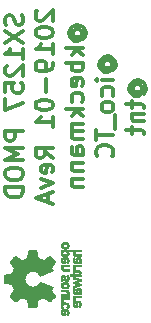
<source format=gbr>
G04 #@! TF.GenerationSoftware,KiCad,Pcbnew,5.0.1*
G04 #@! TF.CreationDate,2019-01-06T19:01:27+01:00*
G04 #@! TF.ProjectId,SX1257_pmod,5358313235375F706D6F642E6B696361,rev?*
G04 #@! TF.SameCoordinates,Original*
G04 #@! TF.FileFunction,Legend,Bot*
G04 #@! TF.FilePolarity,Positive*
%FSLAX46Y46*%
G04 Gerber Fmt 4.6, Leading zero omitted, Abs format (unit mm)*
G04 Created by KiCad (PCBNEW 5.0.1) date Sun 06 Jan 2019 07:01:27 PM CET*
%MOMM*%
%LPD*%
G01*
G04 APERTURE LIST*
%ADD10C,0.300000*%
%ADD11C,0.010000*%
G04 APERTURE END LIST*
D10*
X120411642Y-34830714D02*
X120483071Y-35045000D01*
X120483071Y-35402142D01*
X120411642Y-35545000D01*
X120340214Y-35616428D01*
X120197357Y-35687857D01*
X120054500Y-35687857D01*
X119911642Y-35616428D01*
X119840214Y-35545000D01*
X119768785Y-35402142D01*
X119697357Y-35116428D01*
X119625928Y-34973571D01*
X119554500Y-34902142D01*
X119411642Y-34830714D01*
X119268785Y-34830714D01*
X119125928Y-34902142D01*
X119054500Y-34973571D01*
X118983071Y-35116428D01*
X118983071Y-35473571D01*
X119054500Y-35687857D01*
X118983071Y-36187857D02*
X120483071Y-37187857D01*
X118983071Y-37187857D02*
X120483071Y-36187857D01*
X120483071Y-38545000D02*
X120483071Y-37687857D01*
X120483071Y-38116428D02*
X118983071Y-38116428D01*
X119197357Y-37973571D01*
X119340214Y-37830714D01*
X119411642Y-37687857D01*
X119125928Y-39116428D02*
X119054500Y-39187857D01*
X118983071Y-39330714D01*
X118983071Y-39687857D01*
X119054500Y-39830714D01*
X119125928Y-39902142D01*
X119268785Y-39973571D01*
X119411642Y-39973571D01*
X119625928Y-39902142D01*
X120483071Y-39045000D01*
X120483071Y-39973571D01*
X118983071Y-41330714D02*
X118983071Y-40616428D01*
X119697357Y-40545000D01*
X119625928Y-40616428D01*
X119554500Y-40759285D01*
X119554500Y-41116428D01*
X119625928Y-41259285D01*
X119697357Y-41330714D01*
X119840214Y-41402142D01*
X120197357Y-41402142D01*
X120340214Y-41330714D01*
X120411642Y-41259285D01*
X120483071Y-41116428D01*
X120483071Y-40759285D01*
X120411642Y-40616428D01*
X120340214Y-40545000D01*
X118983071Y-41902142D02*
X118983071Y-42902142D01*
X120483071Y-42259285D01*
X120483071Y-44616428D02*
X118983071Y-44616428D01*
X118983071Y-45187857D01*
X119054500Y-45330714D01*
X119125928Y-45402142D01*
X119268785Y-45473571D01*
X119483071Y-45473571D01*
X119625928Y-45402142D01*
X119697357Y-45330714D01*
X119768785Y-45187857D01*
X119768785Y-44616428D01*
X120483071Y-46116428D02*
X118983071Y-46116428D01*
X120054500Y-46616428D01*
X118983071Y-47116428D01*
X120483071Y-47116428D01*
X118983071Y-48116428D02*
X118983071Y-48402142D01*
X119054500Y-48545000D01*
X119197357Y-48687857D01*
X119483071Y-48759285D01*
X119983071Y-48759285D01*
X120268785Y-48687857D01*
X120411642Y-48545000D01*
X120483071Y-48402142D01*
X120483071Y-48116428D01*
X120411642Y-47973571D01*
X120268785Y-47830714D01*
X119983071Y-47759285D01*
X119483071Y-47759285D01*
X119197357Y-47830714D01*
X119054500Y-47973571D01*
X118983071Y-48116428D01*
X120483071Y-49402142D02*
X118983071Y-49402142D01*
X118983071Y-49759285D01*
X119054500Y-49973571D01*
X119197357Y-50116428D01*
X119340214Y-50187857D01*
X119625928Y-50259285D01*
X119840214Y-50259285D01*
X120125928Y-50187857D01*
X120268785Y-50116428D01*
X120411642Y-49973571D01*
X120483071Y-49759285D01*
X120483071Y-49402142D01*
X121675928Y-34437857D02*
X121604500Y-34509285D01*
X121533071Y-34652142D01*
X121533071Y-35009285D01*
X121604500Y-35152142D01*
X121675928Y-35223571D01*
X121818785Y-35295000D01*
X121961642Y-35295000D01*
X122175928Y-35223571D01*
X123033071Y-34366428D01*
X123033071Y-35295000D01*
X121533071Y-36223571D02*
X121533071Y-36366428D01*
X121604500Y-36509285D01*
X121675928Y-36580714D01*
X121818785Y-36652142D01*
X122104500Y-36723571D01*
X122461642Y-36723571D01*
X122747357Y-36652142D01*
X122890214Y-36580714D01*
X122961642Y-36509285D01*
X123033071Y-36366428D01*
X123033071Y-36223571D01*
X122961642Y-36080714D01*
X122890214Y-36009285D01*
X122747357Y-35937857D01*
X122461642Y-35866428D01*
X122104500Y-35866428D01*
X121818785Y-35937857D01*
X121675928Y-36009285D01*
X121604500Y-36080714D01*
X121533071Y-36223571D01*
X123033071Y-38152142D02*
X123033071Y-37295000D01*
X123033071Y-37723571D02*
X121533071Y-37723571D01*
X121747357Y-37580714D01*
X121890214Y-37437857D01*
X121961642Y-37295000D01*
X123033071Y-38866428D02*
X123033071Y-39152142D01*
X122961642Y-39295000D01*
X122890214Y-39366428D01*
X122675928Y-39509285D01*
X122390214Y-39580714D01*
X121818785Y-39580714D01*
X121675928Y-39509285D01*
X121604500Y-39437857D01*
X121533071Y-39295000D01*
X121533071Y-39009285D01*
X121604500Y-38866428D01*
X121675928Y-38795000D01*
X121818785Y-38723571D01*
X122175928Y-38723571D01*
X122318785Y-38795000D01*
X122390214Y-38866428D01*
X122461642Y-39009285D01*
X122461642Y-39295000D01*
X122390214Y-39437857D01*
X122318785Y-39509285D01*
X122175928Y-39580714D01*
X122461642Y-40223571D02*
X122461642Y-41366428D01*
X121533071Y-42366428D02*
X121533071Y-42509285D01*
X121604500Y-42652142D01*
X121675928Y-42723571D01*
X121818785Y-42795000D01*
X122104500Y-42866428D01*
X122461642Y-42866428D01*
X122747357Y-42795000D01*
X122890214Y-42723571D01*
X122961642Y-42652142D01*
X123033071Y-42509285D01*
X123033071Y-42366428D01*
X122961642Y-42223571D01*
X122890214Y-42152142D01*
X122747357Y-42080714D01*
X122461642Y-42009285D01*
X122104500Y-42009285D01*
X121818785Y-42080714D01*
X121675928Y-42152142D01*
X121604500Y-42223571D01*
X121533071Y-42366428D01*
X123033071Y-44295000D02*
X123033071Y-43437857D01*
X123033071Y-43866428D02*
X121533071Y-43866428D01*
X121747357Y-43723571D01*
X121890214Y-43580714D01*
X121961642Y-43437857D01*
X123033071Y-46937857D02*
X122318785Y-46437857D01*
X123033071Y-46080714D02*
X121533071Y-46080714D01*
X121533071Y-46652142D01*
X121604500Y-46795000D01*
X121675928Y-46866428D01*
X121818785Y-46937857D01*
X122033071Y-46937857D01*
X122175928Y-46866428D01*
X122247357Y-46795000D01*
X122318785Y-46652142D01*
X122318785Y-46080714D01*
X122961642Y-48152142D02*
X123033071Y-48009285D01*
X123033071Y-47723571D01*
X122961642Y-47580714D01*
X122818785Y-47509285D01*
X122247357Y-47509285D01*
X122104500Y-47580714D01*
X122033071Y-47723571D01*
X122033071Y-48009285D01*
X122104500Y-48152142D01*
X122247357Y-48223571D01*
X122390214Y-48223571D01*
X122533071Y-47509285D01*
X122033071Y-48723571D02*
X123033071Y-49080714D01*
X122033071Y-49437857D01*
X122604500Y-49937857D02*
X122604500Y-50652142D01*
X123033071Y-49795000D02*
X121533071Y-50295000D01*
X123033071Y-50795000D01*
X124868785Y-36652142D02*
X124797357Y-36580714D01*
X124725928Y-36437857D01*
X124725928Y-36295000D01*
X124797357Y-36152142D01*
X124868785Y-36080714D01*
X125011642Y-36009285D01*
X125154500Y-36009285D01*
X125297357Y-36080714D01*
X125368785Y-36152142D01*
X125440214Y-36295000D01*
X125440214Y-36437857D01*
X125368785Y-36580714D01*
X125297357Y-36652142D01*
X124725928Y-36652142D02*
X125297357Y-36652142D01*
X125368785Y-36723571D01*
X125368785Y-36795000D01*
X125297357Y-36937857D01*
X125154500Y-37009285D01*
X124797357Y-37009285D01*
X124583071Y-36866428D01*
X124440214Y-36652142D01*
X124368785Y-36366428D01*
X124440214Y-36080714D01*
X124583071Y-35866428D01*
X124797357Y-35723571D01*
X125083071Y-35652142D01*
X125368785Y-35723571D01*
X125583071Y-35866428D01*
X125725928Y-36080714D01*
X125797357Y-36366428D01*
X125725928Y-36652142D01*
X125583071Y-36866428D01*
X125583071Y-37652142D02*
X124083071Y-37652142D01*
X125011642Y-37795000D02*
X125583071Y-38223571D01*
X124583071Y-38223571D02*
X125154500Y-37652142D01*
X125583071Y-38866428D02*
X124083071Y-38866428D01*
X124654500Y-38866428D02*
X124583071Y-39009285D01*
X124583071Y-39295000D01*
X124654500Y-39437857D01*
X124725928Y-39509285D01*
X124868785Y-39580714D01*
X125297357Y-39580714D01*
X125440214Y-39509285D01*
X125511642Y-39437857D01*
X125583071Y-39295000D01*
X125583071Y-39009285D01*
X125511642Y-38866428D01*
X125511642Y-40795000D02*
X125583071Y-40652142D01*
X125583071Y-40366428D01*
X125511642Y-40223571D01*
X125368785Y-40152142D01*
X124797357Y-40152142D01*
X124654500Y-40223571D01*
X124583071Y-40366428D01*
X124583071Y-40652142D01*
X124654500Y-40795000D01*
X124797357Y-40866428D01*
X124940214Y-40866428D01*
X125083071Y-40152142D01*
X125511642Y-42152142D02*
X125583071Y-42009285D01*
X125583071Y-41723571D01*
X125511642Y-41580714D01*
X125440214Y-41509285D01*
X125297357Y-41437857D01*
X124868785Y-41437857D01*
X124725928Y-41509285D01*
X124654500Y-41580714D01*
X124583071Y-41723571D01*
X124583071Y-42009285D01*
X124654500Y-42152142D01*
X125583071Y-42795000D02*
X124083071Y-42795000D01*
X125011642Y-42937857D02*
X125583071Y-43366428D01*
X124583071Y-43366428D02*
X125154500Y-42795000D01*
X125583071Y-44009285D02*
X124583071Y-44009285D01*
X124725928Y-44009285D02*
X124654500Y-44080714D01*
X124583071Y-44223571D01*
X124583071Y-44437857D01*
X124654500Y-44580714D01*
X124797357Y-44652142D01*
X125583071Y-44652142D01*
X124797357Y-44652142D02*
X124654500Y-44723571D01*
X124583071Y-44866428D01*
X124583071Y-45080714D01*
X124654500Y-45223571D01*
X124797357Y-45295000D01*
X125583071Y-45295000D01*
X125583071Y-46652142D02*
X124797357Y-46652142D01*
X124654500Y-46580714D01*
X124583071Y-46437857D01*
X124583071Y-46152142D01*
X124654500Y-46009285D01*
X125511642Y-46652142D02*
X125583071Y-46509285D01*
X125583071Y-46152142D01*
X125511642Y-46009285D01*
X125368785Y-45937857D01*
X125225928Y-45937857D01*
X125083071Y-46009285D01*
X125011642Y-46152142D01*
X125011642Y-46509285D01*
X124940214Y-46652142D01*
X124583071Y-47366428D02*
X125583071Y-47366428D01*
X124725928Y-47366428D02*
X124654500Y-47437857D01*
X124583071Y-47580714D01*
X124583071Y-47795000D01*
X124654500Y-47937857D01*
X124797357Y-48009285D01*
X125583071Y-48009285D01*
X124583071Y-48723571D02*
X125583071Y-48723571D01*
X124725928Y-48723571D02*
X124654500Y-48795000D01*
X124583071Y-48937857D01*
X124583071Y-49152142D01*
X124654500Y-49295000D01*
X124797357Y-49366428D01*
X125583071Y-49366428D01*
X127418785Y-39295000D02*
X127347357Y-39223571D01*
X127275928Y-39080714D01*
X127275928Y-38937857D01*
X127347357Y-38795000D01*
X127418785Y-38723571D01*
X127561642Y-38652142D01*
X127704500Y-38652142D01*
X127847357Y-38723571D01*
X127918785Y-38795000D01*
X127990214Y-38937857D01*
X127990214Y-39080714D01*
X127918785Y-39223571D01*
X127847357Y-39295000D01*
X127275928Y-39295000D02*
X127847357Y-39295000D01*
X127918785Y-39366428D01*
X127918785Y-39437857D01*
X127847357Y-39580714D01*
X127704500Y-39652142D01*
X127347357Y-39652142D01*
X127133071Y-39509285D01*
X126990214Y-39295000D01*
X126918785Y-39009285D01*
X126990214Y-38723571D01*
X127133071Y-38509285D01*
X127347357Y-38366428D01*
X127633071Y-38295000D01*
X127918785Y-38366428D01*
X128133071Y-38509285D01*
X128275928Y-38723571D01*
X128347357Y-39009285D01*
X128275928Y-39295000D01*
X128133071Y-39509285D01*
X128133071Y-40295000D02*
X127133071Y-40295000D01*
X126633071Y-40295000D02*
X126704500Y-40223571D01*
X126775928Y-40295000D01*
X126704500Y-40366428D01*
X126633071Y-40295000D01*
X126775928Y-40295000D01*
X128061642Y-41652142D02*
X128133071Y-41509285D01*
X128133071Y-41223571D01*
X128061642Y-41080714D01*
X127990214Y-41009285D01*
X127847357Y-40937857D01*
X127418785Y-40937857D01*
X127275928Y-41009285D01*
X127204500Y-41080714D01*
X127133071Y-41223571D01*
X127133071Y-41509285D01*
X127204500Y-41652142D01*
X128133071Y-42509285D02*
X128061642Y-42366428D01*
X127990214Y-42295000D01*
X127847357Y-42223571D01*
X127418785Y-42223571D01*
X127275928Y-42295000D01*
X127204500Y-42366428D01*
X127133071Y-42509285D01*
X127133071Y-42723571D01*
X127204500Y-42866428D01*
X127275928Y-42937857D01*
X127418785Y-43009285D01*
X127847357Y-43009285D01*
X127990214Y-42937857D01*
X128061642Y-42866428D01*
X128133071Y-42723571D01*
X128133071Y-42509285D01*
X128275928Y-43295000D02*
X128275928Y-44437857D01*
X126633071Y-44580714D02*
X126633071Y-45437857D01*
X128133071Y-45009285D02*
X126633071Y-45009285D01*
X127990214Y-46795000D02*
X128061642Y-46723571D01*
X128133071Y-46509285D01*
X128133071Y-46366428D01*
X128061642Y-46152142D01*
X127918785Y-46009285D01*
X127775928Y-45937857D01*
X127490214Y-45866428D01*
X127275928Y-45866428D01*
X126990214Y-45937857D01*
X126847357Y-46009285D01*
X126704500Y-46152142D01*
X126633071Y-46366428D01*
X126633071Y-46509285D01*
X126704500Y-46723571D01*
X126775928Y-46795000D01*
X129968785Y-41330714D02*
X129897357Y-41259285D01*
X129825928Y-41116428D01*
X129825928Y-40973571D01*
X129897357Y-40830714D01*
X129968785Y-40759285D01*
X130111642Y-40687857D01*
X130254500Y-40687857D01*
X130397357Y-40759285D01*
X130468785Y-40830714D01*
X130540214Y-40973571D01*
X130540214Y-41116428D01*
X130468785Y-41259285D01*
X130397357Y-41330714D01*
X129825928Y-41330714D02*
X130397357Y-41330714D01*
X130468785Y-41402142D01*
X130468785Y-41473571D01*
X130397357Y-41616428D01*
X130254500Y-41687857D01*
X129897357Y-41687857D01*
X129683071Y-41545000D01*
X129540214Y-41330714D01*
X129468785Y-41045000D01*
X129540214Y-40759285D01*
X129683071Y-40545000D01*
X129897357Y-40402142D01*
X130183071Y-40330714D01*
X130468785Y-40402142D01*
X130683071Y-40545000D01*
X130825928Y-40759285D01*
X130897357Y-41045000D01*
X130825928Y-41330714D01*
X130683071Y-41545000D01*
X129683071Y-42116428D02*
X129683071Y-42687857D01*
X129183071Y-42330714D02*
X130468785Y-42330714D01*
X130611642Y-42402142D01*
X130683071Y-42545000D01*
X130683071Y-42687857D01*
X129683071Y-43187857D02*
X130683071Y-43187857D01*
X129825928Y-43187857D02*
X129754500Y-43259285D01*
X129683071Y-43402142D01*
X129683071Y-43616428D01*
X129754500Y-43759285D01*
X129897357Y-43830714D01*
X130683071Y-43830714D01*
X129683071Y-44330714D02*
X129683071Y-44902142D01*
X129183071Y-44545000D02*
X130468785Y-44545000D01*
X130611642Y-44616428D01*
X130683071Y-44759285D01*
X130683071Y-44902142D01*
D11*
G04 #@! TO.C,LOGO1*
G36*
X124699221Y-55606118D02*
X124703849Y-55647443D01*
X124711783Y-55683924D01*
X124723134Y-55715916D01*
X124738015Y-55743773D01*
X124756535Y-55767847D01*
X124766496Y-55777925D01*
X124787857Y-55795000D01*
X124811655Y-55808071D01*
X124839481Y-55817976D01*
X124846407Y-55819839D01*
X124851180Y-55820995D01*
X124856148Y-55821997D01*
X124861776Y-55822857D01*
X124868529Y-55823585D01*
X124876872Y-55824193D01*
X124887269Y-55824691D01*
X124900186Y-55825090D01*
X124916089Y-55825401D01*
X124935441Y-55825634D01*
X124958709Y-55825802D01*
X124986357Y-55825913D01*
X125018851Y-55825980D01*
X125056654Y-55826014D01*
X125100233Y-55826024D01*
X125111382Y-55826025D01*
X125352175Y-55826025D01*
X125352175Y-55695850D01*
X125294513Y-55695850D01*
X125312091Y-55679784D01*
X125326566Y-55664318D01*
X125337868Y-55646879D01*
X125346294Y-55626604D01*
X125352139Y-55602628D01*
X125355699Y-55574087D01*
X125357075Y-55548212D01*
X125357350Y-55521181D01*
X125356354Y-55499120D01*
X125354025Y-55480766D01*
X125353701Y-55479007D01*
X125344159Y-55442684D01*
X125330120Y-55409766D01*
X125311924Y-55380735D01*
X125289906Y-55356071D01*
X125264403Y-55336253D01*
X125246497Y-55326376D01*
X125223652Y-55316822D01*
X125202205Y-55310880D01*
X125179513Y-55307981D01*
X125158500Y-55307473D01*
X125153254Y-55307863D01*
X125153254Y-55432325D01*
X125172064Y-55434048D01*
X125187385Y-55439764D01*
X125201227Y-55450293D01*
X125203940Y-55452992D01*
X125216430Y-55470221D01*
X125225625Y-55492665D01*
X125231482Y-55520085D01*
X125233959Y-55552241D01*
X125233013Y-55588896D01*
X125231443Y-55606950D01*
X125227074Y-55633279D01*
X125219852Y-55654251D01*
X125209484Y-55670320D01*
X125195675Y-55681943D01*
X125178130Y-55689574D01*
X125177923Y-55689635D01*
X125170578Y-55690998D01*
X125158414Y-55692388D01*
X125142959Y-55693666D01*
X125125740Y-55694689D01*
X125120768Y-55694913D01*
X125075099Y-55696814D01*
X125076732Y-55601876D01*
X125077253Y-55573993D01*
X125077790Y-55551642D01*
X125078401Y-55534003D01*
X125079141Y-55520257D01*
X125080067Y-55509585D01*
X125081236Y-55501169D01*
X125082705Y-55494189D01*
X125084530Y-55487826D01*
X125084643Y-55487473D01*
X125094020Y-55465709D01*
X125106402Y-55449492D01*
X125121955Y-55438688D01*
X125140845Y-55433163D01*
X125153254Y-55432325D01*
X125153254Y-55307863D01*
X125124515Y-55310001D01*
X125094317Y-55317188D01*
X125067021Y-55329394D01*
X125041745Y-55346975D01*
X125026640Y-55360790D01*
X125007518Y-55382532D01*
X124992844Y-55405607D01*
X124981462Y-55431988D01*
X124977230Y-55445047D01*
X124975344Y-55451704D01*
X124973810Y-55458249D01*
X124972581Y-55465435D01*
X124971610Y-55474016D01*
X124970851Y-55484746D01*
X124970258Y-55498377D01*
X124969785Y-55515664D01*
X124969386Y-55537359D01*
X124969013Y-55564216D01*
X124968793Y-55582343D01*
X124967450Y-55695850D01*
X124931368Y-55695850D01*
X124914905Y-55695533D01*
X124898979Y-55694680D01*
X124885729Y-55693431D01*
X124879071Y-55692372D01*
X124861515Y-55685454D01*
X124846734Y-55672952D01*
X124834986Y-55655114D01*
X124831232Y-55646637D01*
X124828553Y-55639379D01*
X124826595Y-55632464D01*
X124825244Y-55624726D01*
X124824385Y-55614996D01*
X124823906Y-55602107D01*
X124823691Y-55584892D01*
X124823636Y-55568850D01*
X124823808Y-55543081D01*
X124824602Y-55522619D01*
X124826290Y-55506430D01*
X124829145Y-55493482D01*
X124833439Y-55482740D01*
X124839443Y-55473171D01*
X124847431Y-55463743D01*
X124852766Y-55458243D01*
X124869913Y-55441097D01*
X124832230Y-55391662D01*
X124820427Y-55376348D01*
X124809773Y-55362842D01*
X124800915Y-55351940D01*
X124794499Y-55344437D01*
X124791175Y-55341128D01*
X124791023Y-55341053D01*
X124787463Y-55342684D01*
X124780589Y-55348012D01*
X124771479Y-55356145D01*
X124763673Y-55363704D01*
X124749804Y-55378489D01*
X124739179Y-55392368D01*
X124729836Y-55408067D01*
X124725220Y-55417071D01*
X124715528Y-55438672D01*
X124708241Y-55460039D01*
X124703091Y-55482553D01*
X124699814Y-55507595D01*
X124698143Y-55536544D01*
X124697788Y-55559596D01*
X124699221Y-55606118D01*
X124699221Y-55606118D01*
G37*
X124699221Y-55606118D02*
X124703849Y-55647443D01*
X124711783Y-55683924D01*
X124723134Y-55715916D01*
X124738015Y-55743773D01*
X124756535Y-55767847D01*
X124766496Y-55777925D01*
X124787857Y-55795000D01*
X124811655Y-55808071D01*
X124839481Y-55817976D01*
X124846407Y-55819839D01*
X124851180Y-55820995D01*
X124856148Y-55821997D01*
X124861776Y-55822857D01*
X124868529Y-55823585D01*
X124876872Y-55824193D01*
X124887269Y-55824691D01*
X124900186Y-55825090D01*
X124916089Y-55825401D01*
X124935441Y-55825634D01*
X124958709Y-55825802D01*
X124986357Y-55825913D01*
X125018851Y-55825980D01*
X125056654Y-55826014D01*
X125100233Y-55826024D01*
X125111382Y-55826025D01*
X125352175Y-55826025D01*
X125352175Y-55695850D01*
X125294513Y-55695850D01*
X125312091Y-55679784D01*
X125326566Y-55664318D01*
X125337868Y-55646879D01*
X125346294Y-55626604D01*
X125352139Y-55602628D01*
X125355699Y-55574087D01*
X125357075Y-55548212D01*
X125357350Y-55521181D01*
X125356354Y-55499120D01*
X125354025Y-55480766D01*
X125353701Y-55479007D01*
X125344159Y-55442684D01*
X125330120Y-55409766D01*
X125311924Y-55380735D01*
X125289906Y-55356071D01*
X125264403Y-55336253D01*
X125246497Y-55326376D01*
X125223652Y-55316822D01*
X125202205Y-55310880D01*
X125179513Y-55307981D01*
X125158500Y-55307473D01*
X125153254Y-55307863D01*
X125153254Y-55432325D01*
X125172064Y-55434048D01*
X125187385Y-55439764D01*
X125201227Y-55450293D01*
X125203940Y-55452992D01*
X125216430Y-55470221D01*
X125225625Y-55492665D01*
X125231482Y-55520085D01*
X125233959Y-55552241D01*
X125233013Y-55588896D01*
X125231443Y-55606950D01*
X125227074Y-55633279D01*
X125219852Y-55654251D01*
X125209484Y-55670320D01*
X125195675Y-55681943D01*
X125178130Y-55689574D01*
X125177923Y-55689635D01*
X125170578Y-55690998D01*
X125158414Y-55692388D01*
X125142959Y-55693666D01*
X125125740Y-55694689D01*
X125120768Y-55694913D01*
X125075099Y-55696814D01*
X125076732Y-55601876D01*
X125077253Y-55573993D01*
X125077790Y-55551642D01*
X125078401Y-55534003D01*
X125079141Y-55520257D01*
X125080067Y-55509585D01*
X125081236Y-55501169D01*
X125082705Y-55494189D01*
X125084530Y-55487826D01*
X125084643Y-55487473D01*
X125094020Y-55465709D01*
X125106402Y-55449492D01*
X125121955Y-55438688D01*
X125140845Y-55433163D01*
X125153254Y-55432325D01*
X125153254Y-55307863D01*
X125124515Y-55310001D01*
X125094317Y-55317188D01*
X125067021Y-55329394D01*
X125041745Y-55346975D01*
X125026640Y-55360790D01*
X125007518Y-55382532D01*
X124992844Y-55405607D01*
X124981462Y-55431988D01*
X124977230Y-55445047D01*
X124975344Y-55451704D01*
X124973810Y-55458249D01*
X124972581Y-55465435D01*
X124971610Y-55474016D01*
X124970851Y-55484746D01*
X124970258Y-55498377D01*
X124969785Y-55515664D01*
X124969386Y-55537359D01*
X124969013Y-55564216D01*
X124968793Y-55582343D01*
X124967450Y-55695850D01*
X124931368Y-55695850D01*
X124914905Y-55695533D01*
X124898979Y-55694680D01*
X124885729Y-55693431D01*
X124879071Y-55692372D01*
X124861515Y-55685454D01*
X124846734Y-55672952D01*
X124834986Y-55655114D01*
X124831232Y-55646637D01*
X124828553Y-55639379D01*
X124826595Y-55632464D01*
X124825244Y-55624726D01*
X124824385Y-55614996D01*
X124823906Y-55602107D01*
X124823691Y-55584892D01*
X124823636Y-55568850D01*
X124823808Y-55543081D01*
X124824602Y-55522619D01*
X124826290Y-55506430D01*
X124829145Y-55493482D01*
X124833439Y-55482740D01*
X124839443Y-55473171D01*
X124847431Y-55463743D01*
X124852766Y-55458243D01*
X124869913Y-55441097D01*
X124832230Y-55391662D01*
X124820427Y-55376348D01*
X124809773Y-55362842D01*
X124800915Y-55351940D01*
X124794499Y-55344437D01*
X124791175Y-55341128D01*
X124791023Y-55341053D01*
X124787463Y-55342684D01*
X124780589Y-55348012D01*
X124771479Y-55356145D01*
X124763673Y-55363704D01*
X124749804Y-55378489D01*
X124739179Y-55392368D01*
X124729836Y-55408067D01*
X124725220Y-55417071D01*
X124715528Y-55438672D01*
X124708241Y-55460039D01*
X124703091Y-55482553D01*
X124699814Y-55507595D01*
X124698143Y-55536544D01*
X124697788Y-55559596D01*
X124699221Y-55606118D01*
G36*
X125352303Y-56921400D02*
X125351445Y-56855518D01*
X125350587Y-56789637D01*
X125319726Y-56788729D01*
X125288864Y-56787822D01*
X125305987Y-56766603D01*
X125323198Y-56742116D01*
X125337816Y-56715110D01*
X125348534Y-56688086D01*
X125350447Y-56681631D01*
X125354085Y-56663362D01*
X125356348Y-56641518D01*
X125357155Y-56618514D01*
X125356420Y-56596765D01*
X125354060Y-56578687D01*
X125354020Y-56578493D01*
X125343744Y-56543843D01*
X125328312Y-56512013D01*
X125308244Y-56483544D01*
X125284060Y-56458980D01*
X125256280Y-56438860D01*
X125225424Y-56423726D01*
X125197162Y-56415186D01*
X125177089Y-56411707D01*
X125152027Y-56408893D01*
X125123002Y-56406739D01*
X125091040Y-56405242D01*
X125057166Y-56404398D01*
X125022407Y-56404202D01*
X125021003Y-56404220D01*
X125021003Y-56538343D01*
X125046324Y-56538444D01*
X125070765Y-56538979D01*
X125093139Y-56539948D01*
X125112259Y-56541349D01*
X125126939Y-56543182D01*
X125133100Y-56544482D01*
X125161300Y-56554226D01*
X125183949Y-56566824D01*
X125201334Y-56582644D01*
X125213747Y-56602052D01*
X125221477Y-56625416D01*
X125224814Y-56653103D01*
X125224996Y-56660841D01*
X125224372Y-56677680D01*
X125222511Y-56694066D01*
X125220125Y-56705616D01*
X125210687Y-56727826D01*
X125196031Y-56747045D01*
X125176977Y-56762244D01*
X125173115Y-56764490D01*
X125160640Y-56770911D01*
X125148512Y-56775968D01*
X125135707Y-56779839D01*
X125121204Y-56782700D01*
X125103979Y-56784728D01*
X125083008Y-56786100D01*
X125057269Y-56786993D01*
X125040943Y-56787340D01*
X125003071Y-56787513D01*
X124970797Y-56786453D01*
X124943463Y-56784006D01*
X124920411Y-56780021D01*
X124900982Y-56774343D01*
X124884517Y-56766822D01*
X124870358Y-56757304D01*
X124857845Y-56745637D01*
X124857010Y-56744731D01*
X124845691Y-56730694D01*
X124837849Y-56716487D01*
X124832987Y-56700560D01*
X124830607Y-56681361D01*
X124830167Y-56661050D01*
X124830654Y-56643300D01*
X124831959Y-56629865D01*
X124834368Y-56618732D01*
X124837449Y-56609696D01*
X124848815Y-56588751D01*
X124865305Y-56571331D01*
X124887012Y-56557364D01*
X124914031Y-56546780D01*
X124922727Y-56544370D01*
X124934650Y-56542291D01*
X124951625Y-56540650D01*
X124972467Y-56539446D01*
X124995989Y-56538677D01*
X125021003Y-56538343D01*
X125021003Y-56404220D01*
X124987788Y-56404651D01*
X124954334Y-56405741D01*
X124923072Y-56407467D01*
X124895027Y-56409826D01*
X124871225Y-56412814D01*
X124852692Y-56416427D01*
X124852310Y-56416524D01*
X124819205Y-56428205D01*
X124788631Y-56445432D01*
X124761211Y-56467697D01*
X124737565Y-56494491D01*
X124718313Y-56525305D01*
X124717366Y-56527163D01*
X124707654Y-56551938D01*
X124701100Y-56580871D01*
X124698015Y-56612443D01*
X124697811Y-56622950D01*
X124699468Y-56653442D01*
X124704800Y-56681158D01*
X124714312Y-56707501D01*
X124728508Y-56733871D01*
X124747678Y-56761391D01*
X124768019Y-56788050D01*
X124444125Y-56788050D01*
X124444125Y-56921400D01*
X125352303Y-56921400D01*
X125352303Y-56921400D01*
G37*
X125352303Y-56921400D02*
X125351445Y-56855518D01*
X125350587Y-56789637D01*
X125319726Y-56788729D01*
X125288864Y-56787822D01*
X125305987Y-56766603D01*
X125323198Y-56742116D01*
X125337816Y-56715110D01*
X125348534Y-56688086D01*
X125350447Y-56681631D01*
X125354085Y-56663362D01*
X125356348Y-56641518D01*
X125357155Y-56618514D01*
X125356420Y-56596765D01*
X125354060Y-56578687D01*
X125354020Y-56578493D01*
X125343744Y-56543843D01*
X125328312Y-56512013D01*
X125308244Y-56483544D01*
X125284060Y-56458980D01*
X125256280Y-56438860D01*
X125225424Y-56423726D01*
X125197162Y-56415186D01*
X125177089Y-56411707D01*
X125152027Y-56408893D01*
X125123002Y-56406739D01*
X125091040Y-56405242D01*
X125057166Y-56404398D01*
X125022407Y-56404202D01*
X125021003Y-56404220D01*
X125021003Y-56538343D01*
X125046324Y-56538444D01*
X125070765Y-56538979D01*
X125093139Y-56539948D01*
X125112259Y-56541349D01*
X125126939Y-56543182D01*
X125133100Y-56544482D01*
X125161300Y-56554226D01*
X125183949Y-56566824D01*
X125201334Y-56582644D01*
X125213747Y-56602052D01*
X125221477Y-56625416D01*
X125224814Y-56653103D01*
X125224996Y-56660841D01*
X125224372Y-56677680D01*
X125222511Y-56694066D01*
X125220125Y-56705616D01*
X125210687Y-56727826D01*
X125196031Y-56747045D01*
X125176977Y-56762244D01*
X125173115Y-56764490D01*
X125160640Y-56770911D01*
X125148512Y-56775968D01*
X125135707Y-56779839D01*
X125121204Y-56782700D01*
X125103979Y-56784728D01*
X125083008Y-56786100D01*
X125057269Y-56786993D01*
X125040943Y-56787340D01*
X125003071Y-56787513D01*
X124970797Y-56786453D01*
X124943463Y-56784006D01*
X124920411Y-56780021D01*
X124900982Y-56774343D01*
X124884517Y-56766822D01*
X124870358Y-56757304D01*
X124857845Y-56745637D01*
X124857010Y-56744731D01*
X124845691Y-56730694D01*
X124837849Y-56716487D01*
X124832987Y-56700560D01*
X124830607Y-56681361D01*
X124830167Y-56661050D01*
X124830654Y-56643300D01*
X124831959Y-56629865D01*
X124834368Y-56618732D01*
X124837449Y-56609696D01*
X124848815Y-56588751D01*
X124865305Y-56571331D01*
X124887012Y-56557364D01*
X124914031Y-56546780D01*
X124922727Y-56544370D01*
X124934650Y-56542291D01*
X124951625Y-56540650D01*
X124972467Y-56539446D01*
X124995989Y-56538677D01*
X125021003Y-56538343D01*
X125021003Y-56404220D01*
X124987788Y-56404651D01*
X124954334Y-56405741D01*
X124923072Y-56407467D01*
X124895027Y-56409826D01*
X124871225Y-56412814D01*
X124852692Y-56416427D01*
X124852310Y-56416524D01*
X124819205Y-56428205D01*
X124788631Y-56445432D01*
X124761211Y-56467697D01*
X124737565Y-56494491D01*
X124718313Y-56525305D01*
X124717366Y-56527163D01*
X124707654Y-56551938D01*
X124701100Y-56580871D01*
X124698015Y-56612443D01*
X124697811Y-56622950D01*
X124699468Y-56653442D01*
X124704800Y-56681158D01*
X124714312Y-56707501D01*
X124728508Y-56733871D01*
X124747678Y-56761391D01*
X124768019Y-56788050D01*
X124444125Y-56788050D01*
X124444125Y-56921400D01*
X125352303Y-56921400D01*
G36*
X124697489Y-58170976D02*
X124698260Y-58195327D01*
X124699706Y-58218999D01*
X124701739Y-58240156D01*
X124704272Y-58256960D01*
X124704496Y-58258075D01*
X124714914Y-58297136D01*
X124729029Y-58331073D01*
X124746921Y-58359979D01*
X124768667Y-58383946D01*
X124794346Y-58403068D01*
X124824038Y-58417437D01*
X124844575Y-58424022D01*
X124849626Y-58425344D01*
X124854487Y-58426490D01*
X124859628Y-58427474D01*
X124865518Y-58428307D01*
X124872626Y-58429002D01*
X124881421Y-58429572D01*
X124892374Y-58430028D01*
X124905952Y-58430384D01*
X124922625Y-58430652D01*
X124942863Y-58430845D01*
X124967134Y-58430974D01*
X124995909Y-58431053D01*
X125029655Y-58431094D01*
X125068843Y-58431110D01*
X125110875Y-58431112D01*
X125350587Y-58431112D01*
X125350587Y-58300937D01*
X125322530Y-58300016D01*
X125294473Y-58299094D01*
X125306655Y-58289485D01*
X125319521Y-58276816D01*
X125331800Y-58260350D01*
X125341848Y-58242555D01*
X125347366Y-58228374D01*
X125353429Y-58200585D01*
X125357038Y-58169065D01*
X125358076Y-58135985D01*
X125356428Y-58103519D01*
X125354812Y-58089924D01*
X125346885Y-58053989D01*
X125334008Y-58020961D01*
X125316588Y-57991330D01*
X125295034Y-57965585D01*
X125269752Y-57944218D01*
X125241150Y-57927717D01*
X125210904Y-57916900D01*
X125193677Y-57913863D01*
X125172682Y-57912326D01*
X125153737Y-57912293D01*
X125153737Y-58035964D01*
X125174192Y-58038869D01*
X125192058Y-58047417D01*
X125207109Y-58061361D01*
X125219124Y-58080449D01*
X125227876Y-58104434D01*
X125231751Y-58122779D01*
X125232940Y-58135590D01*
X125233349Y-58152776D01*
X125233056Y-58172537D01*
X125232140Y-58193071D01*
X125230681Y-58212577D01*
X125228757Y-58229254D01*
X125226570Y-58240839D01*
X125219463Y-58260145D01*
X125209001Y-58274739D01*
X125194246Y-58285783D01*
X125187414Y-58289246D01*
X125179721Y-58292520D01*
X125172302Y-58294856D01*
X125163769Y-58296460D01*
X125152732Y-58297537D01*
X125137804Y-58298291D01*
X125122781Y-58298781D01*
X125075950Y-58300135D01*
X125076036Y-58227511D01*
X125076289Y-58192306D01*
X125076992Y-58162831D01*
X125078198Y-58138480D01*
X125079957Y-58118645D01*
X125082323Y-58102721D01*
X125085347Y-58090100D01*
X125088546Y-58081351D01*
X125100014Y-58061973D01*
X125114827Y-58047792D01*
X125132645Y-58039045D01*
X125153129Y-58035966D01*
X125153737Y-58035964D01*
X125153737Y-57912293D01*
X125150318Y-57912286D01*
X125128986Y-57913740D01*
X125111087Y-57916686D01*
X125109745Y-57917019D01*
X125077526Y-57928427D01*
X125048802Y-57945006D01*
X125023888Y-57966435D01*
X125003099Y-57992390D01*
X124986750Y-58022546D01*
X124975583Y-58054923D01*
X124974072Y-58061673D01*
X124972826Y-58069765D01*
X124971807Y-58079911D01*
X124970980Y-58092823D01*
X124970308Y-58109213D01*
X124969754Y-58129794D01*
X124969284Y-58155279D01*
X124968860Y-58186379D01*
X124968847Y-58187431D01*
X124967502Y-58299350D01*
X124927270Y-58299332D01*
X124905268Y-58299013D01*
X124888413Y-58297874D01*
X124875519Y-58295609D01*
X124865403Y-58291909D01*
X124856881Y-58286468D01*
X124848771Y-58278979D01*
X124848764Y-58278973D01*
X124840742Y-58269689D01*
X124834564Y-58259916D01*
X124830008Y-58248684D01*
X124826850Y-58235022D01*
X124824867Y-58217959D01*
X124823837Y-58196526D01*
X124823537Y-58169753D01*
X124823537Y-58169175D01*
X124823564Y-58148465D01*
X124823736Y-58132956D01*
X124824188Y-58121500D01*
X124825054Y-58112948D01*
X124826469Y-58106151D01*
X124828569Y-58099960D01*
X124831489Y-58093226D01*
X124832792Y-58090393D01*
X124844448Y-58070851D01*
X124856244Y-58058213D01*
X124870442Y-58046077D01*
X124831527Y-57995005D01*
X124817839Y-57977205D01*
X124807360Y-57964021D01*
X124799597Y-57954910D01*
X124794055Y-57949333D01*
X124790241Y-57946746D01*
X124787658Y-57946608D01*
X124787438Y-57946714D01*
X124780349Y-57951856D01*
X124770784Y-57960530D01*
X124760175Y-57971265D01*
X124749957Y-57982592D01*
X124741566Y-57993041D01*
X124739785Y-57995542D01*
X124722822Y-58025107D01*
X124710276Y-58058139D01*
X124701978Y-58095181D01*
X124698317Y-58127580D01*
X124697479Y-58147781D01*
X124697489Y-58170976D01*
X124697489Y-58170976D01*
G37*
X124697489Y-58170976D02*
X124698260Y-58195327D01*
X124699706Y-58218999D01*
X124701739Y-58240156D01*
X124704272Y-58256960D01*
X124704496Y-58258075D01*
X124714914Y-58297136D01*
X124729029Y-58331073D01*
X124746921Y-58359979D01*
X124768667Y-58383946D01*
X124794346Y-58403068D01*
X124824038Y-58417437D01*
X124844575Y-58424022D01*
X124849626Y-58425344D01*
X124854487Y-58426490D01*
X124859628Y-58427474D01*
X124865518Y-58428307D01*
X124872626Y-58429002D01*
X124881421Y-58429572D01*
X124892374Y-58430028D01*
X124905952Y-58430384D01*
X124922625Y-58430652D01*
X124942863Y-58430845D01*
X124967134Y-58430974D01*
X124995909Y-58431053D01*
X125029655Y-58431094D01*
X125068843Y-58431110D01*
X125110875Y-58431112D01*
X125350587Y-58431112D01*
X125350587Y-58300937D01*
X125322530Y-58300016D01*
X125294473Y-58299094D01*
X125306655Y-58289485D01*
X125319521Y-58276816D01*
X125331800Y-58260350D01*
X125341848Y-58242555D01*
X125347366Y-58228374D01*
X125353429Y-58200585D01*
X125357038Y-58169065D01*
X125358076Y-58135985D01*
X125356428Y-58103519D01*
X125354812Y-58089924D01*
X125346885Y-58053989D01*
X125334008Y-58020961D01*
X125316588Y-57991330D01*
X125295034Y-57965585D01*
X125269752Y-57944218D01*
X125241150Y-57927717D01*
X125210904Y-57916900D01*
X125193677Y-57913863D01*
X125172682Y-57912326D01*
X125153737Y-57912293D01*
X125153737Y-58035964D01*
X125174192Y-58038869D01*
X125192058Y-58047417D01*
X125207109Y-58061361D01*
X125219124Y-58080449D01*
X125227876Y-58104434D01*
X125231751Y-58122779D01*
X125232940Y-58135590D01*
X125233349Y-58152776D01*
X125233056Y-58172537D01*
X125232140Y-58193071D01*
X125230681Y-58212577D01*
X125228757Y-58229254D01*
X125226570Y-58240839D01*
X125219463Y-58260145D01*
X125209001Y-58274739D01*
X125194246Y-58285783D01*
X125187414Y-58289246D01*
X125179721Y-58292520D01*
X125172302Y-58294856D01*
X125163769Y-58296460D01*
X125152732Y-58297537D01*
X125137804Y-58298291D01*
X125122781Y-58298781D01*
X125075950Y-58300135D01*
X125076036Y-58227511D01*
X125076289Y-58192306D01*
X125076992Y-58162831D01*
X125078198Y-58138480D01*
X125079957Y-58118645D01*
X125082323Y-58102721D01*
X125085347Y-58090100D01*
X125088546Y-58081351D01*
X125100014Y-58061973D01*
X125114827Y-58047792D01*
X125132645Y-58039045D01*
X125153129Y-58035966D01*
X125153737Y-58035964D01*
X125153737Y-57912293D01*
X125150318Y-57912286D01*
X125128986Y-57913740D01*
X125111087Y-57916686D01*
X125109745Y-57917019D01*
X125077526Y-57928427D01*
X125048802Y-57945006D01*
X125023888Y-57966435D01*
X125003099Y-57992390D01*
X124986750Y-58022546D01*
X124975583Y-58054923D01*
X124974072Y-58061673D01*
X124972826Y-58069765D01*
X124971807Y-58079911D01*
X124970980Y-58092823D01*
X124970308Y-58109213D01*
X124969754Y-58129794D01*
X124969284Y-58155279D01*
X124968860Y-58186379D01*
X124968847Y-58187431D01*
X124967502Y-58299350D01*
X124927270Y-58299332D01*
X124905268Y-58299013D01*
X124888413Y-58297874D01*
X124875519Y-58295609D01*
X124865403Y-58291909D01*
X124856881Y-58286468D01*
X124848771Y-58278979D01*
X124848764Y-58278973D01*
X124840742Y-58269689D01*
X124834564Y-58259916D01*
X124830008Y-58248684D01*
X124826850Y-58235022D01*
X124824867Y-58217959D01*
X124823837Y-58196526D01*
X124823537Y-58169753D01*
X124823537Y-58169175D01*
X124823564Y-58148465D01*
X124823736Y-58132956D01*
X124824188Y-58121500D01*
X124825054Y-58112948D01*
X124826469Y-58106151D01*
X124828569Y-58099960D01*
X124831489Y-58093226D01*
X124832792Y-58090393D01*
X124844448Y-58070851D01*
X124856244Y-58058213D01*
X124870442Y-58046077D01*
X124831527Y-57995005D01*
X124817839Y-57977205D01*
X124807360Y-57964021D01*
X124799597Y-57954910D01*
X124794055Y-57949333D01*
X124790241Y-57946746D01*
X124787658Y-57946608D01*
X124787438Y-57946714D01*
X124780349Y-57951856D01*
X124770784Y-57960530D01*
X124760175Y-57971265D01*
X124749957Y-57982592D01*
X124741566Y-57993041D01*
X124739785Y-57995542D01*
X124722822Y-58025107D01*
X124710276Y-58058139D01*
X124701978Y-58095181D01*
X124698317Y-58127580D01*
X124697479Y-58147781D01*
X124697489Y-58170976D01*
G36*
X124701161Y-59325248D02*
X124710904Y-59362814D01*
X124725753Y-59398254D01*
X124745367Y-59430986D01*
X124769405Y-59460430D01*
X124797526Y-59486004D01*
X124829388Y-59507127D01*
X124860050Y-59521494D01*
X124876287Y-59527390D01*
X124891600Y-59531986D01*
X124907127Y-59535434D01*
X124924010Y-59537883D01*
X124943388Y-59539485D01*
X124966403Y-59540391D01*
X124994194Y-59540750D01*
X125005966Y-59540775D01*
X125079125Y-59540775D01*
X125079125Y-59140725D01*
X125089443Y-59140780D01*
X125104732Y-59142213D01*
X125122881Y-59145910D01*
X125141130Y-59151177D01*
X125156721Y-59157315D01*
X125158543Y-59158209D01*
X125182647Y-59173801D01*
X125202230Y-59193713D01*
X125217125Y-59217643D01*
X125227168Y-59245290D01*
X125232192Y-59276353D01*
X125232770Y-59293125D01*
X125229474Y-59326919D01*
X125220016Y-59359727D01*
X125204563Y-59391104D01*
X125186906Y-59416232D01*
X125171740Y-59434975D01*
X125206683Y-59475969D01*
X125221681Y-59493669D01*
X125233079Y-59507077D01*
X125241572Y-59516579D01*
X125247851Y-59522561D01*
X125252611Y-59525410D01*
X125256545Y-59525513D01*
X125260344Y-59523257D01*
X125264704Y-59519028D01*
X125270316Y-59513214D01*
X125271439Y-59512101D01*
X125294455Y-59485854D01*
X125315093Y-59455089D01*
X125332450Y-59421465D01*
X125345619Y-59386642D01*
X125351053Y-59366227D01*
X125353454Y-59351473D01*
X125355320Y-59332357D01*
X125356579Y-59310852D01*
X125357159Y-59288930D01*
X125356987Y-59268564D01*
X125355991Y-59251725D01*
X125355429Y-59246998D01*
X125347109Y-59205632D01*
X125334384Y-59168534D01*
X125317014Y-59135181D01*
X125294758Y-59105048D01*
X125286064Y-59095473D01*
X125260812Y-59072554D01*
X125232116Y-59053355D01*
X125199396Y-59037598D01*
X125162071Y-59025007D01*
X125119561Y-59015304D01*
X125117225Y-59014878D01*
X125096965Y-59012186D01*
X125072180Y-59010384D01*
X125044632Y-59009473D01*
X125016084Y-59009455D01*
X124988297Y-59010331D01*
X124968000Y-59011754D01*
X124968000Y-59139904D01*
X124968000Y-59410675D01*
X124954506Y-59408768D01*
X124920639Y-59401808D01*
X124891886Y-59391166D01*
X124868119Y-59376748D01*
X124849211Y-59358463D01*
X124835038Y-59336215D01*
X124826612Y-59314097D01*
X124822782Y-59293329D01*
X124822038Y-59270292D01*
X124824240Y-59247338D01*
X124829249Y-59226820D01*
X124832197Y-59219407D01*
X124846544Y-59195613D01*
X124865684Y-59175715D01*
X124889187Y-59159997D01*
X124916624Y-59148741D01*
X124947567Y-59142230D01*
X124949743Y-59141972D01*
X124968000Y-59139904D01*
X124968000Y-59011754D01*
X124963034Y-59012103D01*
X124942104Y-59014762D01*
X124895873Y-59025147D01*
X124854153Y-59039708D01*
X124817060Y-59058337D01*
X124784705Y-59080926D01*
X124757203Y-59107368D01*
X124734668Y-59137555D01*
X124717212Y-59171380D01*
X124704950Y-59208733D01*
X124698360Y-59246062D01*
X124696866Y-59286137D01*
X124701161Y-59325248D01*
X124701161Y-59325248D01*
G37*
X124701161Y-59325248D02*
X124710904Y-59362814D01*
X124725753Y-59398254D01*
X124745367Y-59430986D01*
X124769405Y-59460430D01*
X124797526Y-59486004D01*
X124829388Y-59507127D01*
X124860050Y-59521494D01*
X124876287Y-59527390D01*
X124891600Y-59531986D01*
X124907127Y-59535434D01*
X124924010Y-59537883D01*
X124943388Y-59539485D01*
X124966403Y-59540391D01*
X124994194Y-59540750D01*
X125005966Y-59540775D01*
X125079125Y-59540775D01*
X125079125Y-59140725D01*
X125089443Y-59140780D01*
X125104732Y-59142213D01*
X125122881Y-59145910D01*
X125141130Y-59151177D01*
X125156721Y-59157315D01*
X125158543Y-59158209D01*
X125182647Y-59173801D01*
X125202230Y-59193713D01*
X125217125Y-59217643D01*
X125227168Y-59245290D01*
X125232192Y-59276353D01*
X125232770Y-59293125D01*
X125229474Y-59326919D01*
X125220016Y-59359727D01*
X125204563Y-59391104D01*
X125186906Y-59416232D01*
X125171740Y-59434975D01*
X125206683Y-59475969D01*
X125221681Y-59493669D01*
X125233079Y-59507077D01*
X125241572Y-59516579D01*
X125247851Y-59522561D01*
X125252611Y-59525410D01*
X125256545Y-59525513D01*
X125260344Y-59523257D01*
X125264704Y-59519028D01*
X125270316Y-59513214D01*
X125271439Y-59512101D01*
X125294455Y-59485854D01*
X125315093Y-59455089D01*
X125332450Y-59421465D01*
X125345619Y-59386642D01*
X125351053Y-59366227D01*
X125353454Y-59351473D01*
X125355320Y-59332357D01*
X125356579Y-59310852D01*
X125357159Y-59288930D01*
X125356987Y-59268564D01*
X125355991Y-59251725D01*
X125355429Y-59246998D01*
X125347109Y-59205632D01*
X125334384Y-59168534D01*
X125317014Y-59135181D01*
X125294758Y-59105048D01*
X125286064Y-59095473D01*
X125260812Y-59072554D01*
X125232116Y-59053355D01*
X125199396Y-59037598D01*
X125162071Y-59025007D01*
X125119561Y-59015304D01*
X125117225Y-59014878D01*
X125096965Y-59012186D01*
X125072180Y-59010384D01*
X125044632Y-59009473D01*
X125016084Y-59009455D01*
X124988297Y-59010331D01*
X124968000Y-59011754D01*
X124968000Y-59139904D01*
X124968000Y-59410675D01*
X124954506Y-59408768D01*
X124920639Y-59401808D01*
X124891886Y-59391166D01*
X124868119Y-59376748D01*
X124849211Y-59358463D01*
X124835038Y-59336215D01*
X124826612Y-59314097D01*
X124822782Y-59293329D01*
X124822038Y-59270292D01*
X124824240Y-59247338D01*
X124829249Y-59226820D01*
X124832197Y-59219407D01*
X124846544Y-59195613D01*
X124865684Y-59175715D01*
X124889187Y-59159997D01*
X124916624Y-59148741D01*
X124947567Y-59142230D01*
X124949743Y-59141972D01*
X124968000Y-59139904D01*
X124968000Y-59011754D01*
X124963034Y-59012103D01*
X124942104Y-59014762D01*
X124895873Y-59025147D01*
X124854153Y-59039708D01*
X124817060Y-59058337D01*
X124784705Y-59080926D01*
X124757203Y-59107368D01*
X124734668Y-59137555D01*
X124717212Y-59171380D01*
X124704950Y-59208733D01*
X124698360Y-59246062D01*
X124696866Y-59286137D01*
X124701161Y-59325248D01*
G36*
X123685138Y-55051275D02*
X123696212Y-55085240D01*
X123713075Y-55117492D01*
X123715637Y-55121437D01*
X123736465Y-55147479D01*
X123761644Y-55170129D01*
X123790013Y-55188601D01*
X123820412Y-55202105D01*
X123844050Y-55208541D01*
X123862227Y-55211291D01*
X123885609Y-55213540D01*
X123913151Y-55215287D01*
X123943805Y-55216533D01*
X123976526Y-55217278D01*
X124010267Y-55217523D01*
X124043983Y-55217268D01*
X124076626Y-55216513D01*
X124107150Y-55215259D01*
X124134510Y-55213506D01*
X124157659Y-55211254D01*
X124175551Y-55208504D01*
X124175933Y-55208427D01*
X124208038Y-55199192D01*
X124236932Y-55185004D01*
X124263786Y-55165256D01*
X124270423Y-55159281D01*
X124290906Y-55138333D01*
X124306807Y-55117545D01*
X124319507Y-55094899D01*
X124327657Y-55075756D01*
X124331463Y-55065538D01*
X124334151Y-55057043D01*
X124335915Y-55048807D01*
X124336949Y-55039367D01*
X124337447Y-55027261D01*
X124337601Y-55011024D01*
X124337610Y-55000525D01*
X124337527Y-54981285D01*
X124337179Y-54966991D01*
X124336401Y-54956239D01*
X124335029Y-54947624D01*
X124332899Y-54939744D01*
X124329846Y-54931193D01*
X124329353Y-54929908D01*
X124315260Y-54899579D01*
X124296441Y-54870051D01*
X124282923Y-54852599D01*
X124266185Y-54832250D01*
X124768018Y-54832250D01*
X124749278Y-54854569D01*
X124727679Y-54884635D01*
X124712002Y-54916517D01*
X124702072Y-54950708D01*
X124697711Y-54987698D01*
X124697464Y-54998846D01*
X124699940Y-55035498D01*
X124707739Y-55069061D01*
X124721118Y-55100154D01*
X124740331Y-55129397D01*
X124761468Y-55153285D01*
X124775230Y-55166655D01*
X124786814Y-55176508D01*
X124798081Y-55184227D01*
X124810891Y-55191194D01*
X124815600Y-55193480D01*
X124824315Y-55197619D01*
X124832229Y-55201228D01*
X124839822Y-55204343D01*
X124847579Y-55207000D01*
X124855980Y-55209237D01*
X124865508Y-55211088D01*
X124876646Y-55212591D01*
X124889877Y-55213781D01*
X124905682Y-55214696D01*
X124924544Y-55215371D01*
X124946946Y-55215842D01*
X124973369Y-55216147D01*
X125004297Y-55216322D01*
X125040212Y-55216402D01*
X125081596Y-55216424D01*
X125120233Y-55216425D01*
X125352175Y-55216425D01*
X125352175Y-55086544D01*
X125141831Y-55085508D01*
X125098542Y-55085297D01*
X125061110Y-55085093D01*
X125029041Y-55084850D01*
X125001842Y-55084525D01*
X124979020Y-55084073D01*
X124960081Y-55083450D01*
X124944533Y-55082610D01*
X124931881Y-55081510D01*
X124921633Y-55080105D01*
X124913296Y-55078350D01*
X124906376Y-55076201D01*
X124900379Y-55073614D01*
X124894813Y-55070543D01*
X124889185Y-55066945D01*
X124883000Y-55062775D01*
X124881946Y-55062065D01*
X124864135Y-55048180D01*
X124850888Y-55032901D01*
X124840462Y-55014113D01*
X124838305Y-55009136D01*
X124832312Y-54988364D01*
X124829743Y-54964656D01*
X124830619Y-54940436D01*
X124834961Y-54918131D01*
X124837453Y-54910841D01*
X124847189Y-54892605D01*
X124861234Y-54874759D01*
X124877767Y-54859349D01*
X124891419Y-54850225D01*
X124897911Y-54846800D01*
X124904231Y-54843843D01*
X124910879Y-54841319D01*
X124918354Y-54839194D01*
X124927156Y-54837433D01*
X124937784Y-54836002D01*
X124950736Y-54834867D01*
X124966512Y-54833993D01*
X124985612Y-54833346D01*
X125008534Y-54832891D01*
X125035777Y-54832593D01*
X125067842Y-54832420D01*
X125105227Y-54832335D01*
X125148431Y-54832305D01*
X125151356Y-54832305D01*
X125352175Y-54832250D01*
X125352175Y-54702075D01*
X124001898Y-54702075D01*
X124001898Y-54833086D01*
X124026834Y-54833429D01*
X124052214Y-54834606D01*
X124076459Y-54836512D01*
X124097988Y-54839042D01*
X124115219Y-54842089D01*
X124119206Y-54843059D01*
X124146719Y-54852950D01*
X124169193Y-54866698D01*
X124186623Y-54884297D01*
X124199003Y-54905742D01*
X124205828Y-54928356D01*
X124208597Y-54953572D01*
X124207582Y-54979409D01*
X124205605Y-54991637D01*
X124197414Y-55016538D01*
X124184406Y-55038001D01*
X124167124Y-55055368D01*
X124146111Y-55067981D01*
X124140827Y-55070134D01*
X124127587Y-55074636D01*
X124114114Y-55078141D01*
X124099400Y-55080758D01*
X124082439Y-55082593D01*
X124062222Y-55083752D01*
X124037741Y-55084344D01*
X124007989Y-55084475D01*
X124005975Y-55084471D01*
X123976686Y-55084221D01*
X123952713Y-55083536D01*
X123933027Y-55082262D01*
X123916600Y-55080246D01*
X123902404Y-55077337D01*
X123889410Y-55073381D01*
X123876589Y-55068225D01*
X123867264Y-55063868D01*
X123850845Y-55054249D01*
X123838188Y-55042623D01*
X123827685Y-55027298D01*
X123822111Y-55016400D01*
X123818614Y-55008421D01*
X123816272Y-55001059D01*
X123814857Y-54992732D01*
X123814143Y-54981860D01*
X123813902Y-54966862D01*
X123813887Y-54959250D01*
X123813985Y-54942308D01*
X123814441Y-54930138D01*
X123815496Y-54921164D01*
X123817390Y-54913808D01*
X123820367Y-54906494D01*
X123822713Y-54901590D01*
X123833528Y-54883909D01*
X123847391Y-54869258D01*
X123864817Y-54857413D01*
X123886320Y-54848149D01*
X123912417Y-54841243D01*
X123943623Y-54836471D01*
X123978987Y-54833684D01*
X124001898Y-54833086D01*
X124001898Y-54702075D01*
X123685300Y-54702075D01*
X123685300Y-54832250D01*
X123718836Y-54832249D01*
X123752372Y-54832249D01*
X123737220Y-54849435D01*
X123714697Y-54879460D01*
X123697640Y-54911833D01*
X123686102Y-54945878D01*
X123680136Y-54980917D01*
X123679797Y-55016275D01*
X123685138Y-55051275D01*
X123685138Y-55051275D01*
G37*
X123685138Y-55051275D02*
X123696212Y-55085240D01*
X123713075Y-55117492D01*
X123715637Y-55121437D01*
X123736465Y-55147479D01*
X123761644Y-55170129D01*
X123790013Y-55188601D01*
X123820412Y-55202105D01*
X123844050Y-55208541D01*
X123862227Y-55211291D01*
X123885609Y-55213540D01*
X123913151Y-55215287D01*
X123943805Y-55216533D01*
X123976526Y-55217278D01*
X124010267Y-55217523D01*
X124043983Y-55217268D01*
X124076626Y-55216513D01*
X124107150Y-55215259D01*
X124134510Y-55213506D01*
X124157659Y-55211254D01*
X124175551Y-55208504D01*
X124175933Y-55208427D01*
X124208038Y-55199192D01*
X124236932Y-55185004D01*
X124263786Y-55165256D01*
X124270423Y-55159281D01*
X124290906Y-55138333D01*
X124306807Y-55117545D01*
X124319507Y-55094899D01*
X124327657Y-55075756D01*
X124331463Y-55065538D01*
X124334151Y-55057043D01*
X124335915Y-55048807D01*
X124336949Y-55039367D01*
X124337447Y-55027261D01*
X124337601Y-55011024D01*
X124337610Y-55000525D01*
X124337527Y-54981285D01*
X124337179Y-54966991D01*
X124336401Y-54956239D01*
X124335029Y-54947624D01*
X124332899Y-54939744D01*
X124329846Y-54931193D01*
X124329353Y-54929908D01*
X124315260Y-54899579D01*
X124296441Y-54870051D01*
X124282923Y-54852599D01*
X124266185Y-54832250D01*
X124768018Y-54832250D01*
X124749278Y-54854569D01*
X124727679Y-54884635D01*
X124712002Y-54916517D01*
X124702072Y-54950708D01*
X124697711Y-54987698D01*
X124697464Y-54998846D01*
X124699940Y-55035498D01*
X124707739Y-55069061D01*
X124721118Y-55100154D01*
X124740331Y-55129397D01*
X124761468Y-55153285D01*
X124775230Y-55166655D01*
X124786814Y-55176508D01*
X124798081Y-55184227D01*
X124810891Y-55191194D01*
X124815600Y-55193480D01*
X124824315Y-55197619D01*
X124832229Y-55201228D01*
X124839822Y-55204343D01*
X124847579Y-55207000D01*
X124855980Y-55209237D01*
X124865508Y-55211088D01*
X124876646Y-55212591D01*
X124889877Y-55213781D01*
X124905682Y-55214696D01*
X124924544Y-55215371D01*
X124946946Y-55215842D01*
X124973369Y-55216147D01*
X125004297Y-55216322D01*
X125040212Y-55216402D01*
X125081596Y-55216424D01*
X125120233Y-55216425D01*
X125352175Y-55216425D01*
X125352175Y-55086544D01*
X125141831Y-55085508D01*
X125098542Y-55085297D01*
X125061110Y-55085093D01*
X125029041Y-55084850D01*
X125001842Y-55084525D01*
X124979020Y-55084073D01*
X124960081Y-55083450D01*
X124944533Y-55082610D01*
X124931881Y-55081510D01*
X124921633Y-55080105D01*
X124913296Y-55078350D01*
X124906376Y-55076201D01*
X124900379Y-55073614D01*
X124894813Y-55070543D01*
X124889185Y-55066945D01*
X124883000Y-55062775D01*
X124881946Y-55062065D01*
X124864135Y-55048180D01*
X124850888Y-55032901D01*
X124840462Y-55014113D01*
X124838305Y-55009136D01*
X124832312Y-54988364D01*
X124829743Y-54964656D01*
X124830619Y-54940436D01*
X124834961Y-54918131D01*
X124837453Y-54910841D01*
X124847189Y-54892605D01*
X124861234Y-54874759D01*
X124877767Y-54859349D01*
X124891419Y-54850225D01*
X124897911Y-54846800D01*
X124904231Y-54843843D01*
X124910879Y-54841319D01*
X124918354Y-54839194D01*
X124927156Y-54837433D01*
X124937784Y-54836002D01*
X124950736Y-54834867D01*
X124966512Y-54833993D01*
X124985612Y-54833346D01*
X125008534Y-54832891D01*
X125035777Y-54832593D01*
X125067842Y-54832420D01*
X125105227Y-54832335D01*
X125148431Y-54832305D01*
X125151356Y-54832305D01*
X125352175Y-54832250D01*
X125352175Y-54702075D01*
X124001898Y-54702075D01*
X124001898Y-54833086D01*
X124026834Y-54833429D01*
X124052214Y-54834606D01*
X124076459Y-54836512D01*
X124097988Y-54839042D01*
X124115219Y-54842089D01*
X124119206Y-54843059D01*
X124146719Y-54852950D01*
X124169193Y-54866698D01*
X124186623Y-54884297D01*
X124199003Y-54905742D01*
X124205828Y-54928356D01*
X124208597Y-54953572D01*
X124207582Y-54979409D01*
X124205605Y-54991637D01*
X124197414Y-55016538D01*
X124184406Y-55038001D01*
X124167124Y-55055368D01*
X124146111Y-55067981D01*
X124140827Y-55070134D01*
X124127587Y-55074636D01*
X124114114Y-55078141D01*
X124099400Y-55080758D01*
X124082439Y-55082593D01*
X124062222Y-55083752D01*
X124037741Y-55084344D01*
X124007989Y-55084475D01*
X124005975Y-55084471D01*
X123976686Y-55084221D01*
X123952713Y-55083536D01*
X123933027Y-55082262D01*
X123916600Y-55080246D01*
X123902404Y-55077337D01*
X123889410Y-55073381D01*
X123876589Y-55068225D01*
X123867264Y-55063868D01*
X123850845Y-55054249D01*
X123838188Y-55042623D01*
X123827685Y-55027298D01*
X123822111Y-55016400D01*
X123818614Y-55008421D01*
X123816272Y-55001059D01*
X123814857Y-54992732D01*
X123814143Y-54981860D01*
X123813902Y-54966862D01*
X123813887Y-54959250D01*
X123813985Y-54942308D01*
X123814441Y-54930138D01*
X123815496Y-54921164D01*
X123817390Y-54913808D01*
X123820367Y-54906494D01*
X123822713Y-54901590D01*
X123833528Y-54883909D01*
X123847391Y-54869258D01*
X123864817Y-54857413D01*
X123886320Y-54848149D01*
X123912417Y-54841243D01*
X123943623Y-54836471D01*
X123978987Y-54833684D01*
X124001898Y-54833086D01*
X124001898Y-54702075D01*
X123685300Y-54702075D01*
X123685300Y-54832250D01*
X123718836Y-54832249D01*
X123752372Y-54832249D01*
X123737220Y-54849435D01*
X123714697Y-54879460D01*
X123697640Y-54911833D01*
X123686102Y-54945878D01*
X123680136Y-54980917D01*
X123679797Y-55016275D01*
X123685138Y-55051275D01*
G36*
X124697886Y-56280100D02*
X124699881Y-56302764D01*
X124702828Y-56318150D01*
X124707778Y-56333232D01*
X124715077Y-56350697D01*
X124723685Y-56368397D01*
X124732562Y-56384189D01*
X124740325Y-56395504D01*
X124747632Y-56404595D01*
X124801459Y-56359451D01*
X124817251Y-56346195D01*
X124831449Y-56334258D01*
X124843315Y-56324260D01*
X124852111Y-56316825D01*
X124857099Y-56312574D01*
X124857892Y-56311876D01*
X124857637Y-56308191D01*
X124854455Y-56300879D01*
X124849116Y-56291656D01*
X124837181Y-56267752D01*
X124830590Y-56242533D01*
X124829139Y-56216921D01*
X124832622Y-56191838D01*
X124840836Y-56168205D01*
X124853577Y-56146942D01*
X124870639Y-56128972D01*
X124887794Y-56117296D01*
X124894313Y-56113826D01*
X124900541Y-56110829D01*
X124906976Y-56108271D01*
X124914117Y-56106117D01*
X124922463Y-56104332D01*
X124932514Y-56102882D01*
X124944769Y-56101730D01*
X124959727Y-56100843D01*
X124977887Y-56100186D01*
X124999748Y-56099724D01*
X125025809Y-56099421D01*
X125056570Y-56099244D01*
X125092530Y-56099157D01*
X125134187Y-56099125D01*
X125148181Y-56099121D01*
X125352175Y-56099075D01*
X125352175Y-56034516D01*
X125352075Y-56014881D01*
X125351797Y-55997441D01*
X125351371Y-55983182D01*
X125350830Y-55973087D01*
X125350204Y-55968141D01*
X125350058Y-55967841D01*
X125346655Y-55967547D01*
X125337328Y-55967266D01*
X125322503Y-55966999D01*
X125302606Y-55966750D01*
X125278063Y-55966521D01*
X125249300Y-55966316D01*
X125216743Y-55966136D01*
X125180818Y-55965986D01*
X125141950Y-55965867D01*
X125100566Y-55965782D01*
X125057092Y-55965734D01*
X125026208Y-55965725D01*
X124704475Y-55965725D01*
X124704475Y-56099075D01*
X124771744Y-56099075D01*
X124751211Y-56121252D01*
X124729699Y-56149083D01*
X124713207Y-56180395D01*
X124702902Y-56211555D01*
X124699398Y-56232075D01*
X124697726Y-56255731D01*
X124697886Y-56280100D01*
X124697886Y-56280100D01*
G37*
X124697886Y-56280100D02*
X124699881Y-56302764D01*
X124702828Y-56318150D01*
X124707778Y-56333232D01*
X124715077Y-56350697D01*
X124723685Y-56368397D01*
X124732562Y-56384189D01*
X124740325Y-56395504D01*
X124747632Y-56404595D01*
X124801459Y-56359451D01*
X124817251Y-56346195D01*
X124831449Y-56334258D01*
X124843315Y-56324260D01*
X124852111Y-56316825D01*
X124857099Y-56312574D01*
X124857892Y-56311876D01*
X124857637Y-56308191D01*
X124854455Y-56300879D01*
X124849116Y-56291656D01*
X124837181Y-56267752D01*
X124830590Y-56242533D01*
X124829139Y-56216921D01*
X124832622Y-56191838D01*
X124840836Y-56168205D01*
X124853577Y-56146942D01*
X124870639Y-56128972D01*
X124887794Y-56117296D01*
X124894313Y-56113826D01*
X124900541Y-56110829D01*
X124906976Y-56108271D01*
X124914117Y-56106117D01*
X124922463Y-56104332D01*
X124932514Y-56102882D01*
X124944769Y-56101730D01*
X124959727Y-56100843D01*
X124977887Y-56100186D01*
X124999748Y-56099724D01*
X125025809Y-56099421D01*
X125056570Y-56099244D01*
X125092530Y-56099157D01*
X125134187Y-56099125D01*
X125148181Y-56099121D01*
X125352175Y-56099075D01*
X125352175Y-56034516D01*
X125352075Y-56014881D01*
X125351797Y-55997441D01*
X125351371Y-55983182D01*
X125350830Y-55973087D01*
X125350204Y-55968141D01*
X125350058Y-55967841D01*
X125346655Y-55967547D01*
X125337328Y-55967266D01*
X125322503Y-55966999D01*
X125302606Y-55966750D01*
X125278063Y-55966521D01*
X125249300Y-55966316D01*
X125216743Y-55966136D01*
X125180818Y-55965986D01*
X125141950Y-55965867D01*
X125100566Y-55965782D01*
X125057092Y-55965734D01*
X125026208Y-55965725D01*
X124704475Y-55965725D01*
X124704475Y-56099075D01*
X124771744Y-56099075D01*
X124751211Y-56121252D01*
X124729699Y-56149083D01*
X124713207Y-56180395D01*
X124702902Y-56211555D01*
X124699398Y-56232075D01*
X124697726Y-56255731D01*
X124697886Y-56280100D01*
G36*
X124716381Y-57131001D02*
X124721396Y-57132411D01*
X124732008Y-57135352D01*
X124747685Y-57139677D01*
X124767900Y-57145242D01*
X124792122Y-57151900D01*
X124819822Y-57159507D01*
X124850472Y-57167917D01*
X124883541Y-57176984D01*
X124918501Y-57186563D01*
X124941012Y-57192728D01*
X124985799Y-57205033D01*
X125024647Y-57215796D01*
X125057762Y-57225079D01*
X125085348Y-57232942D01*
X125107611Y-57239445D01*
X125124757Y-57244650D01*
X125136991Y-57248616D01*
X125144519Y-57251405D01*
X125147546Y-57253076D01*
X125147387Y-57253533D01*
X125143383Y-57254913D01*
X125133832Y-57258088D01*
X125119231Y-57262895D01*
X125100075Y-57269172D01*
X125076859Y-57276758D01*
X125050078Y-57285492D01*
X125020228Y-57295211D01*
X124987803Y-57305754D01*
X124953300Y-57316959D01*
X124923550Y-57326610D01*
X124706062Y-57397129D01*
X124706062Y-57494267D01*
X124926725Y-57565948D01*
X124962750Y-57577653D01*
X124997049Y-57588804D01*
X125029136Y-57599241D01*
X125058528Y-57608808D01*
X125084741Y-57617346D01*
X125107292Y-57624699D01*
X125125696Y-57630708D01*
X125139469Y-57635215D01*
X125148129Y-57638064D01*
X125151158Y-57639082D01*
X125148854Y-57640147D01*
X125140926Y-57642723D01*
X125127879Y-57646664D01*
X125110221Y-57651826D01*
X125088457Y-57658064D01*
X125063093Y-57665234D01*
X125034636Y-57673190D01*
X125003591Y-57681788D01*
X124970465Y-57690882D01*
X124963833Y-57692694D01*
X124929021Y-57702196D01*
X124895137Y-57711447D01*
X124862831Y-57720268D01*
X124832755Y-57728482D01*
X124805558Y-57735911D01*
X124781890Y-57742378D01*
X124762401Y-57747705D01*
X124747743Y-57751715D01*
X124738606Y-57754218D01*
X124704475Y-57763585D01*
X124704475Y-57833030D01*
X124704578Y-57853250D01*
X124704868Y-57871142D01*
X124705314Y-57885800D01*
X124705883Y-57896315D01*
X124706546Y-57901782D01*
X124706856Y-57902355D01*
X124710142Y-57901390D01*
X124719078Y-57898615D01*
X124733268Y-57894154D01*
X124752313Y-57888134D01*
X124775818Y-57880682D01*
X124803386Y-57871923D01*
X124834619Y-57861984D01*
X124869120Y-57850992D01*
X124906492Y-57839071D01*
X124946339Y-57826349D01*
X124988264Y-57812951D01*
X125029912Y-57799631D01*
X125350587Y-57697027D01*
X125350587Y-57580554D01*
X125126179Y-57513708D01*
X125089879Y-57502862D01*
X125055458Y-57492513D01*
X125023382Y-57482805D01*
X124994122Y-57473883D01*
X124968147Y-57465893D01*
X124945923Y-57458979D01*
X124927922Y-57453286D01*
X124914611Y-57448959D01*
X124906459Y-57446144D01*
X124903929Y-57444989D01*
X124907256Y-57443797D01*
X124916182Y-57440954D01*
X124930217Y-57436607D01*
X124948870Y-57430906D01*
X124971650Y-57423998D01*
X124998066Y-57416032D01*
X125027629Y-57407157D01*
X125059847Y-57397520D01*
X125094231Y-57387270D01*
X125121987Y-57379020D01*
X125157865Y-57368356D01*
X125192078Y-57358163D01*
X125224120Y-57348594D01*
X125253484Y-57339799D01*
X125279666Y-57331932D01*
X125302160Y-57325145D01*
X125320460Y-57319589D01*
X125334060Y-57315417D01*
X125342456Y-57312782D01*
X125345031Y-57311905D01*
X125347571Y-57310636D01*
X125349424Y-57308688D01*
X125350698Y-57305151D01*
X125351502Y-57299113D01*
X125351944Y-57289664D01*
X125352132Y-57275892D01*
X125352174Y-57256885D01*
X125352175Y-57251806D01*
X125352175Y-57194726D01*
X125326008Y-57186460D01*
X125314905Y-57182941D01*
X125298932Y-57177861D01*
X125278581Y-57171379D01*
X125254344Y-57163651D01*
X125226712Y-57154834D01*
X125196177Y-57145086D01*
X125163230Y-57134564D01*
X125128364Y-57123425D01*
X125092069Y-57111826D01*
X125054837Y-57099925D01*
X125017160Y-57087879D01*
X124979530Y-57075844D01*
X124942437Y-57063979D01*
X124906374Y-57052440D01*
X124871833Y-57041385D01*
X124839304Y-57030971D01*
X124809279Y-57021354D01*
X124782250Y-57012693D01*
X124758709Y-57005145D01*
X124739147Y-56998866D01*
X124724055Y-56994014D01*
X124713926Y-56990746D01*
X124709251Y-56989219D01*
X124709008Y-56989135D01*
X124707510Y-56989372D01*
X124706374Y-56991854D01*
X124705552Y-56997290D01*
X124704999Y-57006385D01*
X124704666Y-57019846D01*
X124704508Y-57038382D01*
X124704475Y-57057457D01*
X124704475Y-57127520D01*
X124716381Y-57131001D01*
X124716381Y-57131001D01*
G37*
X124716381Y-57131001D02*
X124721396Y-57132411D01*
X124732008Y-57135352D01*
X124747685Y-57139677D01*
X124767900Y-57145242D01*
X124792122Y-57151900D01*
X124819822Y-57159507D01*
X124850472Y-57167917D01*
X124883541Y-57176984D01*
X124918501Y-57186563D01*
X124941012Y-57192728D01*
X124985799Y-57205033D01*
X125024647Y-57215796D01*
X125057762Y-57225079D01*
X125085348Y-57232942D01*
X125107611Y-57239445D01*
X125124757Y-57244650D01*
X125136991Y-57248616D01*
X125144519Y-57251405D01*
X125147546Y-57253076D01*
X125147387Y-57253533D01*
X125143383Y-57254913D01*
X125133832Y-57258088D01*
X125119231Y-57262895D01*
X125100075Y-57269172D01*
X125076859Y-57276758D01*
X125050078Y-57285492D01*
X125020228Y-57295211D01*
X124987803Y-57305754D01*
X124953300Y-57316959D01*
X124923550Y-57326610D01*
X124706062Y-57397129D01*
X124706062Y-57494267D01*
X124926725Y-57565948D01*
X124962750Y-57577653D01*
X124997049Y-57588804D01*
X125029136Y-57599241D01*
X125058528Y-57608808D01*
X125084741Y-57617346D01*
X125107292Y-57624699D01*
X125125696Y-57630708D01*
X125139469Y-57635215D01*
X125148129Y-57638064D01*
X125151158Y-57639082D01*
X125148854Y-57640147D01*
X125140926Y-57642723D01*
X125127879Y-57646664D01*
X125110221Y-57651826D01*
X125088457Y-57658064D01*
X125063093Y-57665234D01*
X125034636Y-57673190D01*
X125003591Y-57681788D01*
X124970465Y-57690882D01*
X124963833Y-57692694D01*
X124929021Y-57702196D01*
X124895137Y-57711447D01*
X124862831Y-57720268D01*
X124832755Y-57728482D01*
X124805558Y-57735911D01*
X124781890Y-57742378D01*
X124762401Y-57747705D01*
X124747743Y-57751715D01*
X124738606Y-57754218D01*
X124704475Y-57763585D01*
X124704475Y-57833030D01*
X124704578Y-57853250D01*
X124704868Y-57871142D01*
X124705314Y-57885800D01*
X124705883Y-57896315D01*
X124706546Y-57901782D01*
X124706856Y-57902355D01*
X124710142Y-57901390D01*
X124719078Y-57898615D01*
X124733268Y-57894154D01*
X124752313Y-57888134D01*
X124775818Y-57880682D01*
X124803386Y-57871923D01*
X124834619Y-57861984D01*
X124869120Y-57850992D01*
X124906492Y-57839071D01*
X124946339Y-57826349D01*
X124988264Y-57812951D01*
X125029912Y-57799631D01*
X125350587Y-57697027D01*
X125350587Y-57580554D01*
X125126179Y-57513708D01*
X125089879Y-57502862D01*
X125055458Y-57492513D01*
X125023382Y-57482805D01*
X124994122Y-57473883D01*
X124968147Y-57465893D01*
X124945923Y-57458979D01*
X124927922Y-57453286D01*
X124914611Y-57448959D01*
X124906459Y-57446144D01*
X124903929Y-57444989D01*
X124907256Y-57443797D01*
X124916182Y-57440954D01*
X124930217Y-57436607D01*
X124948870Y-57430906D01*
X124971650Y-57423998D01*
X124998066Y-57416032D01*
X125027629Y-57407157D01*
X125059847Y-57397520D01*
X125094231Y-57387270D01*
X125121987Y-57379020D01*
X125157865Y-57368356D01*
X125192078Y-57358163D01*
X125224120Y-57348594D01*
X125253484Y-57339799D01*
X125279666Y-57331932D01*
X125302160Y-57325145D01*
X125320460Y-57319589D01*
X125334060Y-57315417D01*
X125342456Y-57312782D01*
X125345031Y-57311905D01*
X125347571Y-57310636D01*
X125349424Y-57308688D01*
X125350698Y-57305151D01*
X125351502Y-57299113D01*
X125351944Y-57289664D01*
X125352132Y-57275892D01*
X125352174Y-57256885D01*
X125352175Y-57251806D01*
X125352175Y-57194726D01*
X125326008Y-57186460D01*
X125314905Y-57182941D01*
X125298932Y-57177861D01*
X125278581Y-57171379D01*
X125254344Y-57163651D01*
X125226712Y-57154834D01*
X125196177Y-57145086D01*
X125163230Y-57134564D01*
X125128364Y-57123425D01*
X125092069Y-57111826D01*
X125054837Y-57099925D01*
X125017160Y-57087879D01*
X124979530Y-57075844D01*
X124942437Y-57063979D01*
X124906374Y-57052440D01*
X124871833Y-57041385D01*
X124839304Y-57030971D01*
X124809279Y-57021354D01*
X124782250Y-57012693D01*
X124758709Y-57005145D01*
X124739147Y-56998866D01*
X124724055Y-56994014D01*
X124713926Y-56990746D01*
X124709251Y-56989219D01*
X124709008Y-56989135D01*
X124707510Y-56989372D01*
X124706374Y-56991854D01*
X124705552Y-56997290D01*
X124704999Y-57006385D01*
X124704666Y-57019846D01*
X124704508Y-57038382D01*
X124704475Y-57057457D01*
X124704475Y-57127520D01*
X124716381Y-57131001D01*
G36*
X124699158Y-58899786D02*
X124702016Y-58918556D01*
X124702754Y-58921650D01*
X124708280Y-58939002D01*
X124715962Y-58957721D01*
X124724807Y-58975716D01*
X124733822Y-58990898D01*
X124739014Y-58997924D01*
X124747931Y-59008605D01*
X124798434Y-58966208D01*
X124813972Y-58953140D01*
X124828140Y-58941181D01*
X124840108Y-58931033D01*
X124849049Y-58923399D01*
X124854135Y-58918982D01*
X124854663Y-58918503D01*
X124857568Y-58915289D01*
X124858106Y-58911914D01*
X124855893Y-58906769D01*
X124850543Y-58898247D01*
X124849374Y-58896469D01*
X124836670Y-58871653D01*
X124829940Y-58845286D01*
X124829221Y-58818071D01*
X124834550Y-58790712D01*
X124842688Y-58770215D01*
X124857159Y-58747355D01*
X124875842Y-58729240D01*
X124898699Y-58715897D01*
X124925691Y-58707353D01*
X124933348Y-58705927D01*
X124941033Y-58705220D01*
X124954708Y-58704585D01*
X124974017Y-58704028D01*
X124998600Y-58703555D01*
X125028099Y-58703170D01*
X125062155Y-58702880D01*
X125100410Y-58702689D01*
X125142505Y-58702603D01*
X125152943Y-58702598D01*
X125352175Y-58702575D01*
X125352175Y-58572400D01*
X124704475Y-58572400D01*
X124704475Y-58702575D01*
X124771878Y-58702575D01*
X124752668Y-58723109D01*
X124736303Y-58743755D01*
X124721486Y-58768389D01*
X124709492Y-58794654D01*
X124702778Y-58815287D01*
X124699616Y-58833084D01*
X124697959Y-58854680D01*
X124697806Y-58877704D01*
X124699158Y-58899786D01*
X124699158Y-58899786D01*
G37*
X124699158Y-58899786D02*
X124702016Y-58918556D01*
X124702754Y-58921650D01*
X124708280Y-58939002D01*
X124715962Y-58957721D01*
X124724807Y-58975716D01*
X124733822Y-58990898D01*
X124739014Y-58997924D01*
X124747931Y-59008605D01*
X124798434Y-58966208D01*
X124813972Y-58953140D01*
X124828140Y-58941181D01*
X124840108Y-58931033D01*
X124849049Y-58923399D01*
X124854135Y-58918982D01*
X124854663Y-58918503D01*
X124857568Y-58915289D01*
X124858106Y-58911914D01*
X124855893Y-58906769D01*
X124850543Y-58898247D01*
X124849374Y-58896469D01*
X124836670Y-58871653D01*
X124829940Y-58845286D01*
X124829221Y-58818071D01*
X124834550Y-58790712D01*
X124842688Y-58770215D01*
X124857159Y-58747355D01*
X124875842Y-58729240D01*
X124898699Y-58715897D01*
X124925691Y-58707353D01*
X124933348Y-58705927D01*
X124941033Y-58705220D01*
X124954708Y-58704585D01*
X124974017Y-58704028D01*
X124998600Y-58703555D01*
X125028099Y-58703170D01*
X125062155Y-58702880D01*
X125100410Y-58702689D01*
X125142505Y-58702603D01*
X125152943Y-58702598D01*
X125352175Y-58702575D01*
X125352175Y-58572400D01*
X124704475Y-58572400D01*
X124704475Y-58702575D01*
X124771878Y-58702575D01*
X124752668Y-58723109D01*
X124736303Y-58743755D01*
X124721486Y-58768389D01*
X124709492Y-58794654D01*
X124702778Y-58815287D01*
X124699616Y-58833084D01*
X124697959Y-58854680D01*
X124697806Y-58877704D01*
X124699158Y-58899786D01*
G36*
X123680426Y-54354156D02*
X123686152Y-54393398D01*
X123697289Y-54429629D01*
X123713964Y-54463198D01*
X123736308Y-54494459D01*
X123754980Y-54514750D01*
X123775285Y-54533514D01*
X123795355Y-54548944D01*
X123816147Y-54561403D01*
X123838618Y-54571252D01*
X123863722Y-54578853D01*
X123892417Y-54584570D01*
X123925659Y-54588763D01*
X123957156Y-54591332D01*
X123987895Y-54592706D01*
X124020249Y-54592943D01*
X124052682Y-54592110D01*
X124083656Y-54590278D01*
X124111634Y-54587513D01*
X124135078Y-54583886D01*
X124138103Y-54583272D01*
X124176847Y-54572165D01*
X124212230Y-54555779D01*
X124244565Y-54533926D01*
X124274163Y-54506417D01*
X124284735Y-54494468D01*
X124294748Y-54480642D01*
X124305421Y-54462726D01*
X124315721Y-54442748D01*
X124324614Y-54422738D01*
X124331066Y-54404724D01*
X124331838Y-54402037D01*
X124334577Y-54387915D01*
X124336603Y-54369186D01*
X124337887Y-54347555D01*
X124338397Y-54324729D01*
X124338103Y-54302414D01*
X124336977Y-54282315D01*
X124334987Y-54266138D01*
X124334296Y-54262658D01*
X124323064Y-54224800D01*
X124306860Y-54190658D01*
X124285371Y-54159633D01*
X124273248Y-54145842D01*
X124248032Y-54121686D01*
X124222079Y-54102322D01*
X124194297Y-54087232D01*
X124163595Y-54075896D01*
X124128880Y-54067796D01*
X124100250Y-54063614D01*
X124084434Y-54062309D01*
X124064224Y-54061467D01*
X124040788Y-54061063D01*
X124015290Y-54061067D01*
X124007562Y-54061180D01*
X124007562Y-54192892D01*
X124036228Y-54192987D01*
X124059552Y-54193476D01*
X124078534Y-54194500D01*
X124094178Y-54196198D01*
X124107486Y-54198710D01*
X124119459Y-54202177D01*
X124131099Y-54206738D01*
X124141534Y-54211606D01*
X124163125Y-54224825D01*
X124180191Y-54241366D01*
X124193317Y-54261991D01*
X124203086Y-54287456D01*
X124204921Y-54294087D01*
X124207543Y-54311739D01*
X124207602Y-54332495D01*
X124205272Y-54353728D01*
X124200724Y-54372811D01*
X124199520Y-54376255D01*
X124187725Y-54400446D01*
X124171941Y-54420248D01*
X124151878Y-54435860D01*
X124127245Y-54447481D01*
X124097752Y-54455307D01*
X124079918Y-54458001D01*
X124064450Y-54459264D01*
X124045022Y-54459999D01*
X124022956Y-54460239D01*
X123999573Y-54460020D01*
X123976194Y-54459374D01*
X123954140Y-54458335D01*
X123934733Y-54456939D01*
X123919294Y-54455219D01*
X123910698Y-54453635D01*
X123882556Y-54443750D01*
X123858863Y-54429433D01*
X123839830Y-54410979D01*
X123825663Y-54388682D01*
X123816572Y-54362836D01*
X123812766Y-54333736D01*
X123813037Y-54315864D01*
X123817079Y-54288123D01*
X123825622Y-54264268D01*
X123839035Y-54243362D01*
X123843990Y-54237607D01*
X123855985Y-54225594D01*
X123868333Y-54215863D01*
X123881847Y-54208191D01*
X123897337Y-54202356D01*
X123915616Y-54198137D01*
X123937495Y-54195312D01*
X123963787Y-54193659D01*
X123995303Y-54192955D01*
X124007562Y-54192892D01*
X124007562Y-54061180D01*
X123988895Y-54061455D01*
X123962770Y-54062199D01*
X123938080Y-54063272D01*
X123915989Y-54064648D01*
X123897663Y-54066299D01*
X123884269Y-54068198D01*
X123882150Y-54068636D01*
X123847323Y-54078348D01*
X123816824Y-54091255D01*
X123789072Y-54108230D01*
X123762485Y-54130141D01*
X123751998Y-54140306D01*
X123727164Y-54168980D01*
X123707818Y-54199666D01*
X123693695Y-54232997D01*
X123684528Y-54269605D01*
X123680050Y-54310123D01*
X123679979Y-54311550D01*
X123680426Y-54354156D01*
X123680426Y-54354156D01*
G37*
X123680426Y-54354156D02*
X123686152Y-54393398D01*
X123697289Y-54429629D01*
X123713964Y-54463198D01*
X123736308Y-54494459D01*
X123754980Y-54514750D01*
X123775285Y-54533514D01*
X123795355Y-54548944D01*
X123816147Y-54561403D01*
X123838618Y-54571252D01*
X123863722Y-54578853D01*
X123892417Y-54584570D01*
X123925659Y-54588763D01*
X123957156Y-54591332D01*
X123987895Y-54592706D01*
X124020249Y-54592943D01*
X124052682Y-54592110D01*
X124083656Y-54590278D01*
X124111634Y-54587513D01*
X124135078Y-54583886D01*
X124138103Y-54583272D01*
X124176847Y-54572165D01*
X124212230Y-54555779D01*
X124244565Y-54533926D01*
X124274163Y-54506417D01*
X124284735Y-54494468D01*
X124294748Y-54480642D01*
X124305421Y-54462726D01*
X124315721Y-54442748D01*
X124324614Y-54422738D01*
X124331066Y-54404724D01*
X124331838Y-54402037D01*
X124334577Y-54387915D01*
X124336603Y-54369186D01*
X124337887Y-54347555D01*
X124338397Y-54324729D01*
X124338103Y-54302414D01*
X124336977Y-54282315D01*
X124334987Y-54266138D01*
X124334296Y-54262658D01*
X124323064Y-54224800D01*
X124306860Y-54190658D01*
X124285371Y-54159633D01*
X124273248Y-54145842D01*
X124248032Y-54121686D01*
X124222079Y-54102322D01*
X124194297Y-54087232D01*
X124163595Y-54075896D01*
X124128880Y-54067796D01*
X124100250Y-54063614D01*
X124084434Y-54062309D01*
X124064224Y-54061467D01*
X124040788Y-54061063D01*
X124015290Y-54061067D01*
X124007562Y-54061180D01*
X124007562Y-54192892D01*
X124036228Y-54192987D01*
X124059552Y-54193476D01*
X124078534Y-54194500D01*
X124094178Y-54196198D01*
X124107486Y-54198710D01*
X124119459Y-54202177D01*
X124131099Y-54206738D01*
X124141534Y-54211606D01*
X124163125Y-54224825D01*
X124180191Y-54241366D01*
X124193317Y-54261991D01*
X124203086Y-54287456D01*
X124204921Y-54294087D01*
X124207543Y-54311739D01*
X124207602Y-54332495D01*
X124205272Y-54353728D01*
X124200724Y-54372811D01*
X124199520Y-54376255D01*
X124187725Y-54400446D01*
X124171941Y-54420248D01*
X124151878Y-54435860D01*
X124127245Y-54447481D01*
X124097752Y-54455307D01*
X124079918Y-54458001D01*
X124064450Y-54459264D01*
X124045022Y-54459999D01*
X124022956Y-54460239D01*
X123999573Y-54460020D01*
X123976194Y-54459374D01*
X123954140Y-54458335D01*
X123934733Y-54456939D01*
X123919294Y-54455219D01*
X123910698Y-54453635D01*
X123882556Y-54443750D01*
X123858863Y-54429433D01*
X123839830Y-54410979D01*
X123825663Y-54388682D01*
X123816572Y-54362836D01*
X123812766Y-54333736D01*
X123813037Y-54315864D01*
X123817079Y-54288123D01*
X123825622Y-54264268D01*
X123839035Y-54243362D01*
X123843990Y-54237607D01*
X123855985Y-54225594D01*
X123868333Y-54215863D01*
X123881847Y-54208191D01*
X123897337Y-54202356D01*
X123915616Y-54198137D01*
X123937495Y-54195312D01*
X123963787Y-54193659D01*
X123995303Y-54192955D01*
X124007562Y-54192892D01*
X124007562Y-54061180D01*
X123988895Y-54061455D01*
X123962770Y-54062199D01*
X123938080Y-54063272D01*
X123915989Y-54064648D01*
X123897663Y-54066299D01*
X123884269Y-54068198D01*
X123882150Y-54068636D01*
X123847323Y-54078348D01*
X123816824Y-54091255D01*
X123789072Y-54108230D01*
X123762485Y-54130141D01*
X123751998Y-54140306D01*
X123727164Y-54168980D01*
X123707818Y-54199666D01*
X123693695Y-54232997D01*
X123684528Y-54269605D01*
X123680050Y-54310123D01*
X123679979Y-54311550D01*
X123680426Y-54354156D01*
G36*
X123679936Y-55587658D02*
X123685446Y-55628348D01*
X123696591Y-55666732D01*
X123713018Y-55702350D01*
X123734377Y-55734746D01*
X123760316Y-55763460D01*
X123790484Y-55788034D01*
X123824528Y-55808011D01*
X123859925Y-55822244D01*
X123874024Y-55826460D01*
X123887587Y-55829710D01*
X123901748Y-55832110D01*
X123917642Y-55833777D01*
X123936403Y-55834828D01*
X123959166Y-55835380D01*
X123987065Y-55835549D01*
X123989095Y-55835550D01*
X124059950Y-55835550D01*
X124059950Y-55435500D01*
X124070268Y-55435555D01*
X124078692Y-55436249D01*
X124090630Y-55438009D01*
X124102757Y-55440306D01*
X124132454Y-55449444D01*
X124157934Y-55463245D01*
X124179008Y-55481464D01*
X124195483Y-55503851D01*
X124207169Y-55530161D01*
X124213874Y-55560145D01*
X124215525Y-55586312D01*
X124212586Y-55618580D01*
X124204131Y-55650381D01*
X124190698Y-55680259D01*
X124172827Y-55706755D01*
X124169457Y-55710738D01*
X124162300Y-55719185D01*
X124157182Y-55725732D01*
X124155200Y-55728975D01*
X124155200Y-55728987D01*
X124157170Y-55731968D01*
X124162556Y-55738792D01*
X124170574Y-55748542D01*
X124180436Y-55760301D01*
X124191357Y-55773152D01*
X124202551Y-55786177D01*
X124213232Y-55798460D01*
X124222614Y-55809082D01*
X124229912Y-55817127D01*
X124234339Y-55821678D01*
X124235190Y-55822344D01*
X124238889Y-55820754D01*
X124245547Y-55815097D01*
X124254267Y-55806354D01*
X124264155Y-55795505D01*
X124274314Y-55783530D01*
X124283847Y-55771407D01*
X124291273Y-55761003D01*
X124310510Y-55727061D01*
X124325444Y-55689627D01*
X124333120Y-55661484D01*
X124336067Y-55643177D01*
X124338029Y-55620602D01*
X124338987Y-55595724D01*
X124338920Y-55570513D01*
X124337806Y-55546936D01*
X124335625Y-55526962D01*
X124334613Y-55521225D01*
X124323717Y-55480606D01*
X124308145Y-55444204D01*
X124287856Y-55411981D01*
X124262809Y-55383901D01*
X124232964Y-55359926D01*
X124198279Y-55340019D01*
X124158714Y-55324144D01*
X124114227Y-55312263D01*
X124100068Y-55309500D01*
X124080098Y-55306860D01*
X124055565Y-55305102D01*
X124028193Y-55304221D01*
X123999706Y-55304215D01*
X123971829Y-55305078D01*
X123952000Y-55306420D01*
X123952000Y-55434679D01*
X123952000Y-55705253D01*
X123936918Y-55703480D01*
X123904250Y-55697140D01*
X123875739Y-55686404D01*
X123851614Y-55671462D01*
X123832104Y-55652504D01*
X123817438Y-55629722D01*
X123807845Y-55603307D01*
X123805907Y-55594250D01*
X123803463Y-55564814D01*
X123806838Y-55537279D01*
X123815670Y-55512097D01*
X123829597Y-55489721D01*
X123848256Y-55470600D01*
X123871285Y-55455189D01*
X123898320Y-55443938D01*
X123928999Y-55437300D01*
X123932156Y-55436918D01*
X123952000Y-55434679D01*
X123952000Y-55306420D01*
X123946287Y-55306807D01*
X123924803Y-55309399D01*
X123921837Y-55309897D01*
X123887223Y-55317577D01*
X123853366Y-55328056D01*
X123822332Y-55340632D01*
X123804022Y-55349950D01*
X123786335Y-55361595D01*
X123767373Y-55376911D01*
X123748693Y-55394397D01*
X123731853Y-55412554D01*
X123718409Y-55429878D01*
X123714118Y-55436601D01*
X123698237Y-55469488D01*
X123687004Y-55505683D01*
X123680718Y-55543869D01*
X123679677Y-55582727D01*
X123679936Y-55587658D01*
X123679936Y-55587658D01*
G37*
X123679936Y-55587658D02*
X123685446Y-55628348D01*
X123696591Y-55666732D01*
X123713018Y-55702350D01*
X123734377Y-55734746D01*
X123760316Y-55763460D01*
X123790484Y-55788034D01*
X123824528Y-55808011D01*
X123859925Y-55822244D01*
X123874024Y-55826460D01*
X123887587Y-55829710D01*
X123901748Y-55832110D01*
X123917642Y-55833777D01*
X123936403Y-55834828D01*
X123959166Y-55835380D01*
X123987065Y-55835549D01*
X123989095Y-55835550D01*
X124059950Y-55835550D01*
X124059950Y-55435500D01*
X124070268Y-55435555D01*
X124078692Y-55436249D01*
X124090630Y-55438009D01*
X124102757Y-55440306D01*
X124132454Y-55449444D01*
X124157934Y-55463245D01*
X124179008Y-55481464D01*
X124195483Y-55503851D01*
X124207169Y-55530161D01*
X124213874Y-55560145D01*
X124215525Y-55586312D01*
X124212586Y-55618580D01*
X124204131Y-55650381D01*
X124190698Y-55680259D01*
X124172827Y-55706755D01*
X124169457Y-55710738D01*
X124162300Y-55719185D01*
X124157182Y-55725732D01*
X124155200Y-55728975D01*
X124155200Y-55728987D01*
X124157170Y-55731968D01*
X124162556Y-55738792D01*
X124170574Y-55748542D01*
X124180436Y-55760301D01*
X124191357Y-55773152D01*
X124202551Y-55786177D01*
X124213232Y-55798460D01*
X124222614Y-55809082D01*
X124229912Y-55817127D01*
X124234339Y-55821678D01*
X124235190Y-55822344D01*
X124238889Y-55820754D01*
X124245547Y-55815097D01*
X124254267Y-55806354D01*
X124264155Y-55795505D01*
X124274314Y-55783530D01*
X124283847Y-55771407D01*
X124291273Y-55761003D01*
X124310510Y-55727061D01*
X124325444Y-55689627D01*
X124333120Y-55661484D01*
X124336067Y-55643177D01*
X124338029Y-55620602D01*
X124338987Y-55595724D01*
X124338920Y-55570513D01*
X124337806Y-55546936D01*
X124335625Y-55526962D01*
X124334613Y-55521225D01*
X124323717Y-55480606D01*
X124308145Y-55444204D01*
X124287856Y-55411981D01*
X124262809Y-55383901D01*
X124232964Y-55359926D01*
X124198279Y-55340019D01*
X124158714Y-55324144D01*
X124114227Y-55312263D01*
X124100068Y-55309500D01*
X124080098Y-55306860D01*
X124055565Y-55305102D01*
X124028193Y-55304221D01*
X123999706Y-55304215D01*
X123971829Y-55305078D01*
X123952000Y-55306420D01*
X123952000Y-55434679D01*
X123952000Y-55705253D01*
X123936918Y-55703480D01*
X123904250Y-55697140D01*
X123875739Y-55686404D01*
X123851614Y-55671462D01*
X123832104Y-55652504D01*
X123817438Y-55629722D01*
X123807845Y-55603307D01*
X123805907Y-55594250D01*
X123803463Y-55564814D01*
X123806838Y-55537279D01*
X123815670Y-55512097D01*
X123829597Y-55489721D01*
X123848256Y-55470600D01*
X123871285Y-55455189D01*
X123898320Y-55443938D01*
X123928999Y-55437300D01*
X123932156Y-55436918D01*
X123952000Y-55434679D01*
X123952000Y-55306420D01*
X123946287Y-55306807D01*
X123924803Y-55309399D01*
X123921837Y-55309897D01*
X123887223Y-55317577D01*
X123853366Y-55328056D01*
X123822332Y-55340632D01*
X123804022Y-55349950D01*
X123786335Y-55361595D01*
X123767373Y-55376911D01*
X123748693Y-55394397D01*
X123731853Y-55412554D01*
X123718409Y-55429878D01*
X123714118Y-55436601D01*
X123698237Y-55469488D01*
X123687004Y-55505683D01*
X123680718Y-55543869D01*
X123679677Y-55582727D01*
X123679936Y-55587658D01*
G36*
X123680271Y-57126078D02*
X123686217Y-57174870D01*
X123697784Y-57221320D01*
X123714887Y-57264986D01*
X123716840Y-57269062D01*
X123724168Y-57283144D01*
X123732639Y-57297911D01*
X123741553Y-57312313D01*
X123750212Y-57325300D01*
X123757915Y-57335820D01*
X123763963Y-57342823D01*
X123767573Y-57345262D01*
X123770764Y-57343302D01*
X123777981Y-57337845D01*
X123788427Y-57329525D01*
X123801307Y-57318977D01*
X123815825Y-57306837D01*
X123816784Y-57306026D01*
X123863195Y-57266791D01*
X123857107Y-57256814D01*
X123840588Y-57228678D01*
X123827778Y-57204074D01*
X123818264Y-57181705D01*
X123811633Y-57160275D01*
X123807471Y-57138485D01*
X123805366Y-57115038D01*
X123804884Y-57092850D01*
X123805114Y-57074357D01*
X123805885Y-57060506D01*
X123807400Y-57049597D01*
X123809855Y-57039931D01*
X123811754Y-57034323D01*
X123821760Y-57013875D01*
X123834962Y-56998896D01*
X123851323Y-56989412D01*
X123870804Y-56985450D01*
X123881072Y-56985506D01*
X123892949Y-56986677D01*
X123900971Y-56988960D01*
X123907632Y-56993310D01*
X123912078Y-56997373D01*
X123918729Y-57004375D01*
X123924136Y-57011695D01*
X123928506Y-57020149D01*
X123932044Y-57030555D01*
X123934956Y-57043727D01*
X123937449Y-57060484D01*
X123939727Y-57081640D01*
X123941998Y-57108012D01*
X123942905Y-57119622D01*
X123945647Y-57152525D01*
X123948473Y-57179970D01*
X123951554Y-57202851D01*
X123955062Y-57222059D01*
X123959167Y-57238488D01*
X123964040Y-57253030D01*
X123969852Y-57266576D01*
X123971836Y-57270643D01*
X123987455Y-57295029D01*
X124008134Y-57316686D01*
X124032906Y-57334879D01*
X124060804Y-57348874D01*
X124085350Y-57356708D01*
X124101139Y-57359349D01*
X124120298Y-57360808D01*
X124140925Y-57361113D01*
X124161118Y-57360290D01*
X124178976Y-57358368D01*
X124192597Y-57355373D01*
X124193300Y-57355139D01*
X124215768Y-57346318D01*
X124234427Y-57336125D01*
X124251673Y-57323054D01*
X124266464Y-57309106D01*
X124289945Y-57281056D01*
X124308958Y-57248749D01*
X124323578Y-57212033D01*
X124333873Y-57170760D01*
X124334689Y-57166252D01*
X124337297Y-57145538D01*
X124338795Y-57120883D01*
X124339203Y-57094211D01*
X124338542Y-57067447D01*
X124336833Y-57042518D01*
X124334097Y-57021347D01*
X124333062Y-57015938D01*
X124320642Y-56970162D01*
X124303220Y-56925877D01*
X124281366Y-56884238D01*
X124255655Y-56846398D01*
X124239249Y-56826701D01*
X124224026Y-56809791D01*
X124178895Y-56854841D01*
X124133764Y-56899892D01*
X124155355Y-56926801D01*
X124176855Y-56956708D01*
X124193044Y-56986701D01*
X124204422Y-57018138D01*
X124211491Y-57052377D01*
X124214603Y-57087111D01*
X124214660Y-57121974D01*
X124211374Y-57151650D01*
X124204643Y-57176413D01*
X124194366Y-57196535D01*
X124180441Y-57212292D01*
X124164057Y-57223303D01*
X124149839Y-57227883D01*
X124133078Y-57229240D01*
X124116755Y-57227284D01*
X124109479Y-57224949D01*
X124098083Y-57217308D01*
X124087802Y-57205188D01*
X124080162Y-57190448D01*
X124079371Y-57188227D01*
X124078073Y-57182131D01*
X124076338Y-57170690D01*
X124074285Y-57154887D01*
X124072037Y-57135703D01*
X124069716Y-57114119D01*
X124067770Y-57094564D01*
X124064948Y-57066993D01*
X124062019Y-57041820D01*
X124059109Y-57019982D01*
X124056345Y-57002415D01*
X124053854Y-56990052D01*
X124053381Y-56988218D01*
X124041292Y-56954733D01*
X124024664Y-56925472D01*
X124003837Y-56900701D01*
X123979153Y-56880684D01*
X123950953Y-56865686D01*
X123919578Y-56855971D01*
X123885370Y-56851805D01*
X123877387Y-56851660D01*
X123842773Y-56854537D01*
X123810331Y-56863022D01*
X123780651Y-56876896D01*
X123754321Y-56895940D01*
X123751441Y-56898537D01*
X123728524Y-56923471D01*
X123710153Y-56951908D01*
X123696189Y-56984188D01*
X123686497Y-57020652D01*
X123680938Y-57061639D01*
X123680029Y-57075387D01*
X123680271Y-57126078D01*
X123680271Y-57126078D01*
G37*
X123680271Y-57126078D02*
X123686217Y-57174870D01*
X123697784Y-57221320D01*
X123714887Y-57264986D01*
X123716840Y-57269062D01*
X123724168Y-57283144D01*
X123732639Y-57297911D01*
X123741553Y-57312313D01*
X123750212Y-57325300D01*
X123757915Y-57335820D01*
X123763963Y-57342823D01*
X123767573Y-57345262D01*
X123770764Y-57343302D01*
X123777981Y-57337845D01*
X123788427Y-57329525D01*
X123801307Y-57318977D01*
X123815825Y-57306837D01*
X123816784Y-57306026D01*
X123863195Y-57266791D01*
X123857107Y-57256814D01*
X123840588Y-57228678D01*
X123827778Y-57204074D01*
X123818264Y-57181705D01*
X123811633Y-57160275D01*
X123807471Y-57138485D01*
X123805366Y-57115038D01*
X123804884Y-57092850D01*
X123805114Y-57074357D01*
X123805885Y-57060506D01*
X123807400Y-57049597D01*
X123809855Y-57039931D01*
X123811754Y-57034323D01*
X123821760Y-57013875D01*
X123834962Y-56998896D01*
X123851323Y-56989412D01*
X123870804Y-56985450D01*
X123881072Y-56985506D01*
X123892949Y-56986677D01*
X123900971Y-56988960D01*
X123907632Y-56993310D01*
X123912078Y-56997373D01*
X123918729Y-57004375D01*
X123924136Y-57011695D01*
X123928506Y-57020149D01*
X123932044Y-57030555D01*
X123934956Y-57043727D01*
X123937449Y-57060484D01*
X123939727Y-57081640D01*
X123941998Y-57108012D01*
X123942905Y-57119622D01*
X123945647Y-57152525D01*
X123948473Y-57179970D01*
X123951554Y-57202851D01*
X123955062Y-57222059D01*
X123959167Y-57238488D01*
X123964040Y-57253030D01*
X123969852Y-57266576D01*
X123971836Y-57270643D01*
X123987455Y-57295029D01*
X124008134Y-57316686D01*
X124032906Y-57334879D01*
X124060804Y-57348874D01*
X124085350Y-57356708D01*
X124101139Y-57359349D01*
X124120298Y-57360808D01*
X124140925Y-57361113D01*
X124161118Y-57360290D01*
X124178976Y-57358368D01*
X124192597Y-57355373D01*
X124193300Y-57355139D01*
X124215768Y-57346318D01*
X124234427Y-57336125D01*
X124251673Y-57323054D01*
X124266464Y-57309106D01*
X124289945Y-57281056D01*
X124308958Y-57248749D01*
X124323578Y-57212033D01*
X124333873Y-57170760D01*
X124334689Y-57166252D01*
X124337297Y-57145538D01*
X124338795Y-57120883D01*
X124339203Y-57094211D01*
X124338542Y-57067447D01*
X124336833Y-57042518D01*
X124334097Y-57021347D01*
X124333062Y-57015938D01*
X124320642Y-56970162D01*
X124303220Y-56925877D01*
X124281366Y-56884238D01*
X124255655Y-56846398D01*
X124239249Y-56826701D01*
X124224026Y-56809791D01*
X124178895Y-56854841D01*
X124133764Y-56899892D01*
X124155355Y-56926801D01*
X124176855Y-56956708D01*
X124193044Y-56986701D01*
X124204422Y-57018138D01*
X124211491Y-57052377D01*
X124214603Y-57087111D01*
X124214660Y-57121974D01*
X124211374Y-57151650D01*
X124204643Y-57176413D01*
X124194366Y-57196535D01*
X124180441Y-57212292D01*
X124164057Y-57223303D01*
X124149839Y-57227883D01*
X124133078Y-57229240D01*
X124116755Y-57227284D01*
X124109479Y-57224949D01*
X124098083Y-57217308D01*
X124087802Y-57205188D01*
X124080162Y-57190448D01*
X124079371Y-57188227D01*
X124078073Y-57182131D01*
X124076338Y-57170690D01*
X124074285Y-57154887D01*
X124072037Y-57135703D01*
X124069716Y-57114119D01*
X124067770Y-57094564D01*
X124064948Y-57066993D01*
X124062019Y-57041820D01*
X124059109Y-57019982D01*
X124056345Y-57002415D01*
X124053854Y-56990052D01*
X124053381Y-56988218D01*
X124041292Y-56954733D01*
X124024664Y-56925472D01*
X124003837Y-56900701D01*
X123979153Y-56880684D01*
X123950953Y-56865686D01*
X123919578Y-56855971D01*
X123885370Y-56851805D01*
X123877387Y-56851660D01*
X123842773Y-56854537D01*
X123810331Y-56863022D01*
X123780651Y-56876896D01*
X123754321Y-56895940D01*
X123751441Y-56898537D01*
X123728524Y-56923471D01*
X123710153Y-56951908D01*
X123696189Y-56984188D01*
X123686497Y-57020652D01*
X123680938Y-57061639D01*
X123680029Y-57075387D01*
X123680271Y-57126078D01*
G36*
X123680000Y-57715150D02*
X123682165Y-57742835D01*
X123686049Y-57766564D01*
X123692210Y-57788625D01*
X123701206Y-57811303D01*
X123705940Y-57821512D01*
X123724975Y-57854253D01*
X123748796Y-57883701D01*
X123776646Y-57909226D01*
X123807767Y-57930197D01*
X123841401Y-57945982D01*
X123864029Y-57953106D01*
X123883882Y-57957601D01*
X123904563Y-57961020D01*
X123927080Y-57963433D01*
X123952440Y-57964911D01*
X123981649Y-57965526D01*
X124015715Y-57965349D01*
X124032717Y-57965034D01*
X124062776Y-57964227D01*
X124087567Y-57963152D01*
X124108170Y-57961666D01*
X124125665Y-57959625D01*
X124141133Y-57956885D01*
X124155654Y-57953303D01*
X124170309Y-57948734D01*
X124179493Y-57945504D01*
X124200792Y-57936560D01*
X124220235Y-57925544D01*
X124239346Y-57911421D01*
X124259652Y-57893156D01*
X124266319Y-57886600D01*
X124288933Y-57861704D01*
X124306453Y-57836893D01*
X124319894Y-57810500D01*
X124329986Y-57781825D01*
X124333187Y-57766960D01*
X124335700Y-57747654D01*
X124337467Y-57725591D01*
X124338428Y-57702454D01*
X124338525Y-57679929D01*
X124337698Y-57659698D01*
X124335888Y-57643445D01*
X124334998Y-57638950D01*
X124322787Y-57599207D01*
X124305466Y-57563194D01*
X124282944Y-57530779D01*
X124255128Y-57501833D01*
X124221927Y-57476227D01*
X124217841Y-57473543D01*
X124200249Y-57464021D01*
X124178297Y-57455011D01*
X124153974Y-57447247D01*
X124132977Y-57442188D01*
X124112845Y-57439018D01*
X124087906Y-57436525D01*
X124059672Y-57434768D01*
X124029656Y-57433807D01*
X124012325Y-57433748D01*
X124012325Y-57567580D01*
X124041306Y-57567751D01*
X124064895Y-57568300D01*
X124084045Y-57569367D01*
X124099709Y-57571092D01*
X124112841Y-57573614D01*
X124124394Y-57577073D01*
X124135320Y-57581608D01*
X124146256Y-57587185D01*
X124166916Y-57601916D01*
X124183877Y-57621110D01*
X124196732Y-57643799D01*
X124205076Y-57669017D01*
X124208503Y-57695798D01*
X124206608Y-57723174D01*
X124205586Y-57728487D01*
X124197664Y-57754254D01*
X124185791Y-57777379D01*
X124176054Y-57790467D01*
X124164340Y-57800963D01*
X124148385Y-57811267D01*
X124130237Y-57820299D01*
X124111942Y-57826984D01*
X124102187Y-57829339D01*
X124082673Y-57832036D01*
X124059153Y-57833826D01*
X124032974Y-57834738D01*
X124005480Y-57834802D01*
X123978016Y-57834050D01*
X123951929Y-57832510D01*
X123928564Y-57830214D01*
X123909266Y-57827192D01*
X123899284Y-57824776D01*
X123878312Y-57815913D01*
X123858202Y-57802687D01*
X123841304Y-57786740D01*
X123836912Y-57781265D01*
X123823995Y-57758666D01*
X123815876Y-57733124D01*
X123812575Y-57705884D01*
X123814115Y-57678190D01*
X123820519Y-57651286D01*
X123831808Y-57626416D01*
X123834077Y-57622697D01*
X123844704Y-57608881D01*
X123858179Y-57597218D01*
X123876068Y-57586411D01*
X123880562Y-57584113D01*
X123891175Y-57579230D01*
X123901823Y-57575384D01*
X123913433Y-57572460D01*
X123926929Y-57570340D01*
X123943237Y-57568909D01*
X123963283Y-57568051D01*
X123987991Y-57567650D01*
X124012325Y-57567580D01*
X124012325Y-57433748D01*
X123999371Y-57433703D01*
X123970328Y-57434515D01*
X123957484Y-57435233D01*
X123919775Y-57438434D01*
X123887393Y-57442869D01*
X123859374Y-57448905D01*
X123834756Y-57456905D01*
X123812573Y-57467235D01*
X123791865Y-57480260D01*
X123771666Y-57496344D01*
X123754932Y-57511950D01*
X123728647Y-57541717D01*
X123708094Y-57573705D01*
X123693163Y-57608213D01*
X123683742Y-57645543D01*
X123679721Y-57685994D01*
X123680000Y-57715150D01*
X123680000Y-57715150D01*
G37*
X123680000Y-57715150D02*
X123682165Y-57742835D01*
X123686049Y-57766564D01*
X123692210Y-57788625D01*
X123701206Y-57811303D01*
X123705940Y-57821512D01*
X123724975Y-57854253D01*
X123748796Y-57883701D01*
X123776646Y-57909226D01*
X123807767Y-57930197D01*
X123841401Y-57945982D01*
X123864029Y-57953106D01*
X123883882Y-57957601D01*
X123904563Y-57961020D01*
X123927080Y-57963433D01*
X123952440Y-57964911D01*
X123981649Y-57965526D01*
X124015715Y-57965349D01*
X124032717Y-57965034D01*
X124062776Y-57964227D01*
X124087567Y-57963152D01*
X124108170Y-57961666D01*
X124125665Y-57959625D01*
X124141133Y-57956885D01*
X124155654Y-57953303D01*
X124170309Y-57948734D01*
X124179493Y-57945504D01*
X124200792Y-57936560D01*
X124220235Y-57925544D01*
X124239346Y-57911421D01*
X124259652Y-57893156D01*
X124266319Y-57886600D01*
X124288933Y-57861704D01*
X124306453Y-57836893D01*
X124319894Y-57810500D01*
X124329986Y-57781825D01*
X124333187Y-57766960D01*
X124335700Y-57747654D01*
X124337467Y-57725591D01*
X124338428Y-57702454D01*
X124338525Y-57679929D01*
X124337698Y-57659698D01*
X124335888Y-57643445D01*
X124334998Y-57638950D01*
X124322787Y-57599207D01*
X124305466Y-57563194D01*
X124282944Y-57530779D01*
X124255128Y-57501833D01*
X124221927Y-57476227D01*
X124217841Y-57473543D01*
X124200249Y-57464021D01*
X124178297Y-57455011D01*
X124153974Y-57447247D01*
X124132977Y-57442188D01*
X124112845Y-57439018D01*
X124087906Y-57436525D01*
X124059672Y-57434768D01*
X124029656Y-57433807D01*
X124012325Y-57433748D01*
X124012325Y-57567580D01*
X124041306Y-57567751D01*
X124064895Y-57568300D01*
X124084045Y-57569367D01*
X124099709Y-57571092D01*
X124112841Y-57573614D01*
X124124394Y-57577073D01*
X124135320Y-57581608D01*
X124146256Y-57587185D01*
X124166916Y-57601916D01*
X124183877Y-57621110D01*
X124196732Y-57643799D01*
X124205076Y-57669017D01*
X124208503Y-57695798D01*
X124206608Y-57723174D01*
X124205586Y-57728487D01*
X124197664Y-57754254D01*
X124185791Y-57777379D01*
X124176054Y-57790467D01*
X124164340Y-57800963D01*
X124148385Y-57811267D01*
X124130237Y-57820299D01*
X124111942Y-57826984D01*
X124102187Y-57829339D01*
X124082673Y-57832036D01*
X124059153Y-57833826D01*
X124032974Y-57834738D01*
X124005480Y-57834802D01*
X123978016Y-57834050D01*
X123951929Y-57832510D01*
X123928564Y-57830214D01*
X123909266Y-57827192D01*
X123899284Y-57824776D01*
X123878312Y-57815913D01*
X123858202Y-57802687D01*
X123841304Y-57786740D01*
X123836912Y-57781265D01*
X123823995Y-57758666D01*
X123815876Y-57733124D01*
X123812575Y-57705884D01*
X123814115Y-57678190D01*
X123820519Y-57651286D01*
X123831808Y-57626416D01*
X123834077Y-57622697D01*
X123844704Y-57608881D01*
X123858179Y-57597218D01*
X123876068Y-57586411D01*
X123880562Y-57584113D01*
X123891175Y-57579230D01*
X123901823Y-57575384D01*
X123913433Y-57572460D01*
X123926929Y-57570340D01*
X123943237Y-57568909D01*
X123963283Y-57568051D01*
X123987991Y-57567650D01*
X124012325Y-57567580D01*
X124012325Y-57433748D01*
X123999371Y-57433703D01*
X123970328Y-57434515D01*
X123957484Y-57435233D01*
X123919775Y-57438434D01*
X123887393Y-57442869D01*
X123859374Y-57448905D01*
X123834756Y-57456905D01*
X123812573Y-57467235D01*
X123791865Y-57480260D01*
X123771666Y-57496344D01*
X123754932Y-57511950D01*
X123728647Y-57541717D01*
X123708094Y-57573705D01*
X123693163Y-57608213D01*
X123683742Y-57645543D01*
X123679721Y-57685994D01*
X123680000Y-57715150D01*
G36*
X123886414Y-58207275D02*
X123929085Y-58207327D01*
X123968010Y-58207483D01*
X124002835Y-58207735D01*
X124033206Y-58208080D01*
X124058768Y-58208511D01*
X124079167Y-58209023D01*
X124094048Y-58209612D01*
X124103057Y-58210271D01*
X124104746Y-58210515D01*
X124132654Y-58218725D01*
X124156828Y-58231854D01*
X124176875Y-58249514D01*
X124192403Y-58271318D01*
X124203020Y-58296878D01*
X124206337Y-58310798D01*
X124208601Y-58339165D01*
X124204851Y-58366258D01*
X124195272Y-58391457D01*
X124180051Y-58414145D01*
X124172940Y-58421865D01*
X124156401Y-58436171D01*
X124138773Y-58446487D01*
X124118329Y-58453621D01*
X124095421Y-58458085D01*
X124088401Y-58458643D01*
X124075643Y-58459169D01*
X124057760Y-58459654D01*
X124035363Y-58460090D01*
X124009066Y-58460467D01*
X123979480Y-58460776D01*
X123947218Y-58461010D01*
X123912892Y-58461158D01*
X123879768Y-58461212D01*
X123685300Y-58461275D01*
X123685300Y-58591450D01*
X124333000Y-58591450D01*
X124333000Y-58461275D01*
X124265762Y-58461275D01*
X124284737Y-58440567D01*
X124306701Y-58412351D01*
X124322921Y-58381790D01*
X124333509Y-58348575D01*
X124338581Y-58312396D01*
X124339085Y-58293285D01*
X124338510Y-58276764D01*
X124337185Y-58260249D01*
X124335342Y-58246240D01*
X124334221Y-58240634D01*
X124330617Y-58228782D01*
X124325074Y-58213980D01*
X124318613Y-58198898D01*
X124316590Y-58194596D01*
X124301283Y-58169002D01*
X124281128Y-58144565D01*
X124257619Y-58122791D01*
X124232249Y-58105183D01*
X124222785Y-58100073D01*
X124213846Y-58095641D01*
X124205731Y-58091777D01*
X124197956Y-58088442D01*
X124190035Y-58085597D01*
X124181484Y-58083203D01*
X124171819Y-58081222D01*
X124160555Y-58079613D01*
X124147208Y-58078339D01*
X124131292Y-58077361D01*
X124112323Y-58076639D01*
X124089816Y-58076134D01*
X124063288Y-58075808D01*
X124032253Y-58075622D01*
X123996226Y-58075536D01*
X123954724Y-58075513D01*
X123917075Y-58075512D01*
X123686887Y-58075512D01*
X123686029Y-58141393D01*
X123685171Y-58207275D01*
X123886414Y-58207275D01*
X123886414Y-58207275D01*
G37*
X123886414Y-58207275D02*
X123929085Y-58207327D01*
X123968010Y-58207483D01*
X124002835Y-58207735D01*
X124033206Y-58208080D01*
X124058768Y-58208511D01*
X124079167Y-58209023D01*
X124094048Y-58209612D01*
X124103057Y-58210271D01*
X124104746Y-58210515D01*
X124132654Y-58218725D01*
X124156828Y-58231854D01*
X124176875Y-58249514D01*
X124192403Y-58271318D01*
X124203020Y-58296878D01*
X124206337Y-58310798D01*
X124208601Y-58339165D01*
X124204851Y-58366258D01*
X124195272Y-58391457D01*
X124180051Y-58414145D01*
X124172940Y-58421865D01*
X124156401Y-58436171D01*
X124138773Y-58446487D01*
X124118329Y-58453621D01*
X124095421Y-58458085D01*
X124088401Y-58458643D01*
X124075643Y-58459169D01*
X124057760Y-58459654D01*
X124035363Y-58460090D01*
X124009066Y-58460467D01*
X123979480Y-58460776D01*
X123947218Y-58461010D01*
X123912892Y-58461158D01*
X123879768Y-58461212D01*
X123685300Y-58461275D01*
X123685300Y-58591450D01*
X124333000Y-58591450D01*
X124333000Y-58461275D01*
X124265762Y-58461275D01*
X124284737Y-58440567D01*
X124306701Y-58412351D01*
X124322921Y-58381790D01*
X124333509Y-58348575D01*
X124338581Y-58312396D01*
X124339085Y-58293285D01*
X124338510Y-58276764D01*
X124337185Y-58260249D01*
X124335342Y-58246240D01*
X124334221Y-58240634D01*
X124330617Y-58228782D01*
X124325074Y-58213980D01*
X124318613Y-58198898D01*
X124316590Y-58194596D01*
X124301283Y-58169002D01*
X124281128Y-58144565D01*
X124257619Y-58122791D01*
X124232249Y-58105183D01*
X124222785Y-58100073D01*
X124213846Y-58095641D01*
X124205731Y-58091777D01*
X124197956Y-58088442D01*
X124190035Y-58085597D01*
X124181484Y-58083203D01*
X124171819Y-58081222D01*
X124160555Y-58079613D01*
X124147208Y-58078339D01*
X124131292Y-58077361D01*
X124112323Y-58076639D01*
X124089816Y-58076134D01*
X124063288Y-58075808D01*
X124032253Y-58075622D01*
X123996226Y-58075536D01*
X123954724Y-58075513D01*
X123917075Y-58075512D01*
X123686887Y-58075512D01*
X123686029Y-58141393D01*
X123685171Y-58207275D01*
X123886414Y-58207275D01*
G36*
X123681218Y-59465177D02*
X123681990Y-59481747D01*
X123683406Y-59495317D01*
X123685628Y-59507557D01*
X123687944Y-59516962D01*
X123701068Y-59554450D01*
X123719850Y-59591134D01*
X123743603Y-59625876D01*
X123771643Y-59657533D01*
X123773352Y-59659218D01*
X123792199Y-59677649D01*
X123878557Y-59580791D01*
X123858179Y-59559189D01*
X123838357Y-59534979D01*
X123824422Y-59510201D01*
X123815931Y-59483772D01*
X123812442Y-59454606D01*
X123812300Y-59446692D01*
X123814554Y-59413349D01*
X123821393Y-59384215D01*
X123832924Y-59358991D01*
X123849258Y-59337381D01*
X123854526Y-59332107D01*
X123874064Y-59316307D01*
X123895935Y-59303992D01*
X123920968Y-59294886D01*
X123949991Y-59288711D01*
X123983832Y-59285189D01*
X123996450Y-59284552D01*
X124039093Y-59284879D01*
X124076958Y-59289381D01*
X124110054Y-59298062D01*
X124138390Y-59310925D01*
X124161975Y-59327972D01*
X124178147Y-59345565D01*
X124190871Y-59365980D01*
X124199990Y-59389425D01*
X124205967Y-59417154D01*
X124206869Y-59423657D01*
X124208106Y-59456222D01*
X124203273Y-59487068D01*
X124192328Y-59516325D01*
X124175227Y-59544125D01*
X124161293Y-59560926D01*
X124141942Y-59582044D01*
X124182446Y-59627290D01*
X124195241Y-59641588D01*
X124206657Y-59654350D01*
X124215988Y-59664788D01*
X124222525Y-59672109D01*
X124225564Y-59675525D01*
X124225607Y-59675573D01*
X124229195Y-59675211D01*
X124235885Y-59670493D01*
X124244956Y-59662136D01*
X124255686Y-59650856D01*
X124267355Y-59637367D01*
X124279242Y-59622386D01*
X124279458Y-59622101D01*
X124299769Y-59592197D01*
X124315762Y-59561251D01*
X124328331Y-59528075D01*
X124331765Y-59516909D01*
X124334226Y-59506883D01*
X124335907Y-59496462D01*
X124337004Y-59484112D01*
X124337708Y-59468297D01*
X124338159Y-59450287D01*
X124338374Y-59425138D01*
X124337825Y-59405302D01*
X124336464Y-59389780D01*
X124334626Y-59379208D01*
X124322213Y-59336812D01*
X124305094Y-59298622D01*
X124283306Y-59264690D01*
X124256888Y-59235070D01*
X124225879Y-59209813D01*
X124197292Y-59192521D01*
X124158504Y-59175435D01*
X124115875Y-59162741D01*
X124070286Y-59154589D01*
X124022620Y-59151126D01*
X123973760Y-59152503D01*
X123964906Y-59153276D01*
X123926929Y-59158228D01*
X123893060Y-59165592D01*
X123861342Y-59175900D01*
X123829816Y-59189687D01*
X123828175Y-59190494D01*
X123812734Y-59198338D01*
X123800705Y-59205176D01*
X123790408Y-59212236D01*
X123780162Y-59220741D01*
X123768287Y-59231918D01*
X123759546Y-59240551D01*
X123746061Y-59254233D01*
X123736062Y-59265209D01*
X123728366Y-59275077D01*
X123721791Y-59285436D01*
X123715153Y-59297884D01*
X123711213Y-59305859D01*
X123699378Y-59332159D01*
X123690861Y-59356348D01*
X123685235Y-59380374D01*
X123682071Y-59406186D01*
X123680944Y-59435733D01*
X123680930Y-59443937D01*
X123681218Y-59465177D01*
X123681218Y-59465177D01*
G37*
X123681218Y-59465177D02*
X123681990Y-59481747D01*
X123683406Y-59495317D01*
X123685628Y-59507557D01*
X123687944Y-59516962D01*
X123701068Y-59554450D01*
X123719850Y-59591134D01*
X123743603Y-59625876D01*
X123771643Y-59657533D01*
X123773352Y-59659218D01*
X123792199Y-59677649D01*
X123878557Y-59580791D01*
X123858179Y-59559189D01*
X123838357Y-59534979D01*
X123824422Y-59510201D01*
X123815931Y-59483772D01*
X123812442Y-59454606D01*
X123812300Y-59446692D01*
X123814554Y-59413349D01*
X123821393Y-59384215D01*
X123832924Y-59358991D01*
X123849258Y-59337381D01*
X123854526Y-59332107D01*
X123874064Y-59316307D01*
X123895935Y-59303992D01*
X123920968Y-59294886D01*
X123949991Y-59288711D01*
X123983832Y-59285189D01*
X123996450Y-59284552D01*
X124039093Y-59284879D01*
X124076958Y-59289381D01*
X124110054Y-59298062D01*
X124138390Y-59310925D01*
X124161975Y-59327972D01*
X124178147Y-59345565D01*
X124190871Y-59365980D01*
X124199990Y-59389425D01*
X124205967Y-59417154D01*
X124206869Y-59423657D01*
X124208106Y-59456222D01*
X124203273Y-59487068D01*
X124192328Y-59516325D01*
X124175227Y-59544125D01*
X124161293Y-59560926D01*
X124141942Y-59582044D01*
X124182446Y-59627290D01*
X124195241Y-59641588D01*
X124206657Y-59654350D01*
X124215988Y-59664788D01*
X124222525Y-59672109D01*
X124225564Y-59675525D01*
X124225607Y-59675573D01*
X124229195Y-59675211D01*
X124235885Y-59670493D01*
X124244956Y-59662136D01*
X124255686Y-59650856D01*
X124267355Y-59637367D01*
X124279242Y-59622386D01*
X124279458Y-59622101D01*
X124299769Y-59592197D01*
X124315762Y-59561251D01*
X124328331Y-59528075D01*
X124331765Y-59516909D01*
X124334226Y-59506883D01*
X124335907Y-59496462D01*
X124337004Y-59484112D01*
X124337708Y-59468297D01*
X124338159Y-59450287D01*
X124338374Y-59425138D01*
X124337825Y-59405302D01*
X124336464Y-59389780D01*
X124334626Y-59379208D01*
X124322213Y-59336812D01*
X124305094Y-59298622D01*
X124283306Y-59264690D01*
X124256888Y-59235070D01*
X124225879Y-59209813D01*
X124197292Y-59192521D01*
X124158504Y-59175435D01*
X124115875Y-59162741D01*
X124070286Y-59154589D01*
X124022620Y-59151126D01*
X123973760Y-59152503D01*
X123964906Y-59153276D01*
X123926929Y-59158228D01*
X123893060Y-59165592D01*
X123861342Y-59175900D01*
X123829816Y-59189687D01*
X123828175Y-59190494D01*
X123812734Y-59198338D01*
X123800705Y-59205176D01*
X123790408Y-59212236D01*
X123780162Y-59220741D01*
X123768287Y-59231918D01*
X123759546Y-59240551D01*
X123746061Y-59254233D01*
X123736062Y-59265209D01*
X123728366Y-59275077D01*
X123721791Y-59285436D01*
X123715153Y-59297884D01*
X123711213Y-59305859D01*
X123699378Y-59332159D01*
X123690861Y-59356348D01*
X123685235Y-59380374D01*
X123682071Y-59406186D01*
X123680944Y-59435733D01*
X123680930Y-59443937D01*
X123681218Y-59465177D01*
G36*
X123680212Y-60000246D02*
X123686652Y-60038691D01*
X123692201Y-60058300D01*
X123707783Y-60096607D01*
X123728293Y-60131024D01*
X123753439Y-60161279D01*
X123782932Y-60187100D01*
X123816481Y-60208216D01*
X123853797Y-60224357D01*
X123877410Y-60231423D01*
X123887747Y-60233939D01*
X123897072Y-60235854D01*
X123906490Y-60237249D01*
X123917104Y-60238206D01*
X123930019Y-60238805D01*
X123946338Y-60239129D01*
X123967164Y-60239257D01*
X123984157Y-60239275D01*
X124059950Y-60239275D01*
X124059950Y-59839225D01*
X124068021Y-59839225D01*
X124075007Y-59839858D01*
X124085973Y-59841531D01*
X124098703Y-59843899D01*
X124100355Y-59844236D01*
X124130578Y-59853297D01*
X124156524Y-59866977D01*
X124178003Y-59885036D01*
X124194823Y-59907232D01*
X124206796Y-59933324D01*
X124213731Y-59963074D01*
X124215525Y-59990037D01*
X124212771Y-60021444D01*
X124204879Y-60052428D01*
X124192404Y-60081491D01*
X124175898Y-60107131D01*
X124169479Y-60114788D01*
X124162264Y-60123099D01*
X124157130Y-60129557D01*
X124155200Y-60132740D01*
X124157189Y-60136094D01*
X124162632Y-60143204D01*
X124170737Y-60153159D01*
X124180715Y-60165050D01*
X124191774Y-60177964D01*
X124203124Y-60190991D01*
X124213975Y-60203219D01*
X124223536Y-60213737D01*
X124231018Y-60221635D01*
X124235629Y-60226001D01*
X124236604Y-60226575D01*
X124240730Y-60224233D01*
X124247735Y-60217927D01*
X124256637Y-60208734D01*
X124266455Y-60197732D01*
X124276207Y-60185997D01*
X124284912Y-60174606D01*
X124288132Y-60170019D01*
X124309340Y-60133822D01*
X124325341Y-60095077D01*
X124328670Y-60084641D01*
X124331845Y-60073493D01*
X124334160Y-60063341D01*
X124335779Y-60052748D01*
X124336864Y-60040281D01*
X124337578Y-60024505D01*
X124338083Y-60003985D01*
X124338137Y-60001150D01*
X124338385Y-59976725D01*
X124338066Y-59957457D01*
X124337121Y-59942170D01*
X124335494Y-59929692D01*
X124334324Y-59923764D01*
X124322441Y-59882547D01*
X124306091Y-59845754D01*
X124285247Y-59813371D01*
X124259884Y-59785378D01*
X124229976Y-59761760D01*
X124195498Y-59742499D01*
X124156423Y-59727577D01*
X124112726Y-59716978D01*
X124064381Y-59710684D01*
X124012325Y-59708677D01*
X123964473Y-59710201D01*
X123952000Y-59711536D01*
X123952000Y-59838493D01*
X123952000Y-60109695D01*
X123935331Y-60107597D01*
X123914064Y-60103791D01*
X123893012Y-60098043D01*
X123874925Y-60091134D01*
X123871475Y-60089463D01*
X123858329Y-60080968D01*
X123844137Y-60068979D01*
X123831024Y-60055505D01*
X123821116Y-60042556D01*
X123820092Y-60040875D01*
X123810472Y-60018724D01*
X123805171Y-59993358D01*
X123804321Y-59966336D01*
X123808055Y-59939218D01*
X123810625Y-59929472D01*
X123820813Y-59906354D01*
X123836341Y-59885979D01*
X123856645Y-59868753D01*
X123881161Y-59855082D01*
X123909324Y-59845372D01*
X123933856Y-59840760D01*
X123952000Y-59838493D01*
X123952000Y-59711536D01*
X123921507Y-59714803D01*
X123882648Y-59722693D01*
X123847117Y-59734078D01*
X123814135Y-59749166D01*
X123782923Y-59768165D01*
X123778663Y-59771140D01*
X123750663Y-59794790D01*
X123726964Y-59822607D01*
X123707774Y-59853908D01*
X123693297Y-59888007D01*
X123683740Y-59924219D01*
X123679310Y-59961861D01*
X123680212Y-60000246D01*
X123680212Y-60000246D01*
G37*
X123680212Y-60000246D02*
X123686652Y-60038691D01*
X123692201Y-60058300D01*
X123707783Y-60096607D01*
X123728293Y-60131024D01*
X123753439Y-60161279D01*
X123782932Y-60187100D01*
X123816481Y-60208216D01*
X123853797Y-60224357D01*
X123877410Y-60231423D01*
X123887747Y-60233939D01*
X123897072Y-60235854D01*
X123906490Y-60237249D01*
X123917104Y-60238206D01*
X123930019Y-60238805D01*
X123946338Y-60239129D01*
X123967164Y-60239257D01*
X123984157Y-60239275D01*
X124059950Y-60239275D01*
X124059950Y-59839225D01*
X124068021Y-59839225D01*
X124075007Y-59839858D01*
X124085973Y-59841531D01*
X124098703Y-59843899D01*
X124100355Y-59844236D01*
X124130578Y-59853297D01*
X124156524Y-59866977D01*
X124178003Y-59885036D01*
X124194823Y-59907232D01*
X124206796Y-59933324D01*
X124213731Y-59963074D01*
X124215525Y-59990037D01*
X124212771Y-60021444D01*
X124204879Y-60052428D01*
X124192404Y-60081491D01*
X124175898Y-60107131D01*
X124169479Y-60114788D01*
X124162264Y-60123099D01*
X124157130Y-60129557D01*
X124155200Y-60132740D01*
X124157189Y-60136094D01*
X124162632Y-60143204D01*
X124170737Y-60153159D01*
X124180715Y-60165050D01*
X124191774Y-60177964D01*
X124203124Y-60190991D01*
X124213975Y-60203219D01*
X124223536Y-60213737D01*
X124231018Y-60221635D01*
X124235629Y-60226001D01*
X124236604Y-60226575D01*
X124240730Y-60224233D01*
X124247735Y-60217927D01*
X124256637Y-60208734D01*
X124266455Y-60197732D01*
X124276207Y-60185997D01*
X124284912Y-60174606D01*
X124288132Y-60170019D01*
X124309340Y-60133822D01*
X124325341Y-60095077D01*
X124328670Y-60084641D01*
X124331845Y-60073493D01*
X124334160Y-60063341D01*
X124335779Y-60052748D01*
X124336864Y-60040281D01*
X124337578Y-60024505D01*
X124338083Y-60003985D01*
X124338137Y-60001150D01*
X124338385Y-59976725D01*
X124338066Y-59957457D01*
X124337121Y-59942170D01*
X124335494Y-59929692D01*
X124334324Y-59923764D01*
X124322441Y-59882547D01*
X124306091Y-59845754D01*
X124285247Y-59813371D01*
X124259884Y-59785378D01*
X124229976Y-59761760D01*
X124195498Y-59742499D01*
X124156423Y-59727577D01*
X124112726Y-59716978D01*
X124064381Y-59710684D01*
X124012325Y-59708677D01*
X123964473Y-59710201D01*
X123952000Y-59711536D01*
X123952000Y-59838493D01*
X123952000Y-60109695D01*
X123935331Y-60107597D01*
X123914064Y-60103791D01*
X123893012Y-60098043D01*
X123874925Y-60091134D01*
X123871475Y-60089463D01*
X123858329Y-60080968D01*
X123844137Y-60068979D01*
X123831024Y-60055505D01*
X123821116Y-60042556D01*
X123820092Y-60040875D01*
X123810472Y-60018724D01*
X123805171Y-59993358D01*
X123804321Y-59966336D01*
X123808055Y-59939218D01*
X123810625Y-59929472D01*
X123820813Y-59906354D01*
X123836341Y-59885979D01*
X123856645Y-59868753D01*
X123881161Y-59855082D01*
X123909324Y-59845372D01*
X123933856Y-59840760D01*
X123952000Y-59838493D01*
X123952000Y-59711536D01*
X123921507Y-59714803D01*
X123882648Y-59722693D01*
X123847117Y-59734078D01*
X123814135Y-59749166D01*
X123782923Y-59768165D01*
X123778663Y-59771140D01*
X123750663Y-59794790D01*
X123726964Y-59822607D01*
X123707774Y-59853908D01*
X123693297Y-59888007D01*
X123683740Y-59924219D01*
X123679310Y-59961861D01*
X123680212Y-60000246D01*
G36*
X123679871Y-56258773D02*
X123685511Y-56295442D01*
X123696860Y-56329866D01*
X123713549Y-56361507D01*
X123735208Y-56389825D01*
X123761467Y-56414279D01*
X123791958Y-56434332D01*
X123804362Y-56440585D01*
X123812404Y-56444283D01*
X123819901Y-56447505D01*
X123827332Y-56450285D01*
X123835177Y-56452655D01*
X123843916Y-56454648D01*
X123854028Y-56456297D01*
X123865992Y-56457634D01*
X123880289Y-56458691D01*
X123897396Y-56459502D01*
X123917795Y-56460100D01*
X123941964Y-56460516D01*
X123970383Y-56460784D01*
X124003531Y-56460936D01*
X124041888Y-56461005D01*
X124085933Y-56461024D01*
X124104266Y-56461025D01*
X124333000Y-56461025D01*
X124333000Y-56330850D01*
X124140118Y-56330751D01*
X124104919Y-56330683D01*
X124071008Y-56330522D01*
X124039024Y-56330275D01*
X124009605Y-56329954D01*
X123983389Y-56329567D01*
X123961014Y-56329123D01*
X123943118Y-56328632D01*
X123930339Y-56328104D01*
X123923598Y-56327586D01*
X123894889Y-56321039D01*
X123869524Y-56309458D01*
X123847972Y-56293160D01*
X123830701Y-56272465D01*
X123823155Y-56259239D01*
X123819097Y-56250507D01*
X123816431Y-56242921D01*
X123814870Y-56234748D01*
X123814121Y-56224253D01*
X123813896Y-56209703D01*
X123813887Y-56203850D01*
X123814028Y-56187378D01*
X123814631Y-56175518D01*
X123815964Y-56166535D01*
X123818296Y-56158693D01*
X123821896Y-56150257D01*
X123822334Y-56149318D01*
X123835407Y-56127667D01*
X123852435Y-56109021D01*
X123871934Y-56094996D01*
X123872406Y-56094737D01*
X123878870Y-56091329D01*
X123885172Y-56088386D01*
X123891813Y-56085874D01*
X123899290Y-56083759D01*
X123908102Y-56082007D01*
X123918749Y-56080583D01*
X123931729Y-56079454D01*
X123947541Y-56078584D01*
X123966685Y-56077940D01*
X123989659Y-56077487D01*
X124016962Y-56077191D01*
X124049093Y-56077019D01*
X124086550Y-56076935D01*
X124129834Y-56076905D01*
X124132181Y-56076905D01*
X124333000Y-56076850D01*
X124333000Y-55943469D01*
X124009943Y-55944278D01*
X123686887Y-55945087D01*
X123686029Y-56010968D01*
X123685171Y-56076850D01*
X123755168Y-56076850D01*
X123742454Y-56088335D01*
X123722509Y-56110348D01*
X123705835Y-56136875D01*
X123692860Y-56166753D01*
X123684010Y-56198816D01*
X123679713Y-56231903D01*
X123679871Y-56258773D01*
X123679871Y-56258773D01*
G37*
X123679871Y-56258773D02*
X123685511Y-56295442D01*
X123696860Y-56329866D01*
X123713549Y-56361507D01*
X123735208Y-56389825D01*
X123761467Y-56414279D01*
X123791958Y-56434332D01*
X123804362Y-56440585D01*
X123812404Y-56444283D01*
X123819901Y-56447505D01*
X123827332Y-56450285D01*
X123835177Y-56452655D01*
X123843916Y-56454648D01*
X123854028Y-56456297D01*
X123865992Y-56457634D01*
X123880289Y-56458691D01*
X123897396Y-56459502D01*
X123917795Y-56460100D01*
X123941964Y-56460516D01*
X123970383Y-56460784D01*
X124003531Y-56460936D01*
X124041888Y-56461005D01*
X124085933Y-56461024D01*
X124104266Y-56461025D01*
X124333000Y-56461025D01*
X124333000Y-56330850D01*
X124140118Y-56330751D01*
X124104919Y-56330683D01*
X124071008Y-56330522D01*
X124039024Y-56330275D01*
X124009605Y-56329954D01*
X123983389Y-56329567D01*
X123961014Y-56329123D01*
X123943118Y-56328632D01*
X123930339Y-56328104D01*
X123923598Y-56327586D01*
X123894889Y-56321039D01*
X123869524Y-56309458D01*
X123847972Y-56293160D01*
X123830701Y-56272465D01*
X123823155Y-56259239D01*
X123819097Y-56250507D01*
X123816431Y-56242921D01*
X123814870Y-56234748D01*
X123814121Y-56224253D01*
X123813896Y-56209703D01*
X123813887Y-56203850D01*
X123814028Y-56187378D01*
X123814631Y-56175518D01*
X123815964Y-56166535D01*
X123818296Y-56158693D01*
X123821896Y-56150257D01*
X123822334Y-56149318D01*
X123835407Y-56127667D01*
X123852435Y-56109021D01*
X123871934Y-56094996D01*
X123872406Y-56094737D01*
X123878870Y-56091329D01*
X123885172Y-56088386D01*
X123891813Y-56085874D01*
X123899290Y-56083759D01*
X123908102Y-56082007D01*
X123918749Y-56080583D01*
X123931729Y-56079454D01*
X123947541Y-56078584D01*
X123966685Y-56077940D01*
X123989659Y-56077487D01*
X124016962Y-56077191D01*
X124049093Y-56077019D01*
X124086550Y-56076935D01*
X124129834Y-56076905D01*
X124132181Y-56076905D01*
X124333000Y-56076850D01*
X124333000Y-55943469D01*
X124009943Y-55944278D01*
X123686887Y-55945087D01*
X123686029Y-56010968D01*
X123685171Y-56076850D01*
X123755168Y-56076850D01*
X123742454Y-56088335D01*
X123722509Y-56110348D01*
X123705835Y-56136875D01*
X123692860Y-56166753D01*
X123684010Y-56198816D01*
X123679713Y-56231903D01*
X123679871Y-56258773D01*
G36*
X123681048Y-59055822D02*
X123688240Y-59091676D01*
X123701605Y-59126043D01*
X123721139Y-59158915D01*
X123728465Y-59168823D01*
X123731061Y-59167291D01*
X123737621Y-59162278D01*
X123747323Y-59154479D01*
X123759348Y-59144588D01*
X123772874Y-59133301D01*
X123787082Y-59121313D01*
X123801152Y-59109318D01*
X123814262Y-59098011D01*
X123825592Y-59088088D01*
X123834321Y-59080242D01*
X123839630Y-59075170D01*
X123840875Y-59073616D01*
X123839295Y-59069733D01*
X123835229Y-59062406D01*
X123831452Y-59056237D01*
X123821548Y-59038274D01*
X123815552Y-59020869D01*
X123812921Y-59001811D01*
X123813010Y-58980852D01*
X123817057Y-58951969D01*
X123826108Y-58926985D01*
X123840111Y-58905968D01*
X123859012Y-58888981D01*
X123882758Y-58876093D01*
X123903357Y-58869247D01*
X123907969Y-58868268D01*
X123914039Y-58867428D01*
X123922041Y-58866718D01*
X123932447Y-58866128D01*
X123945731Y-58865647D01*
X123962366Y-58865266D01*
X123982826Y-58864974D01*
X124007584Y-58864762D01*
X124037113Y-58864619D01*
X124071887Y-58864536D01*
X124112379Y-58864502D01*
X124127292Y-58864500D01*
X124333000Y-58864500D01*
X124333000Y-58731119D01*
X124009943Y-58731928D01*
X123686887Y-58732737D01*
X123686029Y-58798618D01*
X123685171Y-58864500D01*
X123752507Y-58864500D01*
X123734515Y-58884343D01*
X123712793Y-58912291D01*
X123696745Y-58942217D01*
X123686092Y-58974808D01*
X123680553Y-59010754D01*
X123680030Y-59018487D01*
X123681048Y-59055822D01*
X123681048Y-59055822D01*
G37*
X123681048Y-59055822D02*
X123688240Y-59091676D01*
X123701605Y-59126043D01*
X123721139Y-59158915D01*
X123728465Y-59168823D01*
X123731061Y-59167291D01*
X123737621Y-59162278D01*
X123747323Y-59154479D01*
X123759348Y-59144588D01*
X123772874Y-59133301D01*
X123787082Y-59121313D01*
X123801152Y-59109318D01*
X123814262Y-59098011D01*
X123825592Y-59088088D01*
X123834321Y-59080242D01*
X123839630Y-59075170D01*
X123840875Y-59073616D01*
X123839295Y-59069733D01*
X123835229Y-59062406D01*
X123831452Y-59056237D01*
X123821548Y-59038274D01*
X123815552Y-59020869D01*
X123812921Y-59001811D01*
X123813010Y-58980852D01*
X123817057Y-58951969D01*
X123826108Y-58926985D01*
X123840111Y-58905968D01*
X123859012Y-58888981D01*
X123882758Y-58876093D01*
X123903357Y-58869247D01*
X123907969Y-58868268D01*
X123914039Y-58867428D01*
X123922041Y-58866718D01*
X123932447Y-58866128D01*
X123945731Y-58865647D01*
X123962366Y-58865266D01*
X123982826Y-58864974D01*
X124007584Y-58864762D01*
X124037113Y-58864619D01*
X124071887Y-58864536D01*
X124112379Y-58864502D01*
X124127292Y-58864500D01*
X124333000Y-58864500D01*
X124333000Y-58731119D01*
X124009943Y-58731928D01*
X123686887Y-58732737D01*
X123686029Y-58798618D01*
X123685171Y-58864500D01*
X123752507Y-58864500D01*
X123734515Y-58884343D01*
X123712793Y-58912291D01*
X123696745Y-58942217D01*
X123686092Y-58974808D01*
X123680553Y-59010754D01*
X123680030Y-59018487D01*
X123681048Y-59055822D01*
G36*
X118863016Y-57352018D02*
X118863161Y-57378238D01*
X118863412Y-57400358D01*
X118863785Y-57418751D01*
X118864299Y-57433794D01*
X118864969Y-57445861D01*
X118865812Y-57455327D01*
X118866846Y-57462567D01*
X118868087Y-57467955D01*
X118869553Y-57471867D01*
X118871259Y-57474677D01*
X118873224Y-57476761D01*
X118875463Y-57478493D01*
X118877994Y-57480248D01*
X118878350Y-57480500D01*
X118881954Y-57481932D01*
X118889853Y-57484078D01*
X118902239Y-57486976D01*
X118919304Y-57490665D01*
X118941241Y-57495183D01*
X118968244Y-57500568D01*
X119000504Y-57506859D01*
X119038215Y-57514093D01*
X119081569Y-57522310D01*
X119130759Y-57531548D01*
X119185978Y-57541845D01*
X119195700Y-57543651D01*
X119250929Y-57553937D01*
X119300150Y-57563160D01*
X119343607Y-57571371D01*
X119381545Y-57578618D01*
X119414208Y-57584949D01*
X119441840Y-57590413D01*
X119464686Y-57595059D01*
X119482990Y-57598936D01*
X119496996Y-57602093D01*
X119506949Y-57604577D01*
X119513092Y-57606439D01*
X119515243Y-57607389D01*
X119523613Y-57614705D01*
X119530291Y-57624044D01*
X119530659Y-57624789D01*
X119532730Y-57629549D01*
X119536993Y-57639681D01*
X119543241Y-57654681D01*
X119551264Y-57674040D01*
X119560854Y-57697255D01*
X119571803Y-57723819D01*
X119583900Y-57753227D01*
X119596938Y-57784972D01*
X119610707Y-57818548D01*
X119619897Y-57840985D01*
X119637150Y-57883213D01*
X119652071Y-57919939D01*
X119664797Y-57951515D01*
X119675462Y-57978292D01*
X119684201Y-58000619D01*
X119691148Y-58018849D01*
X119696438Y-58033331D01*
X119700206Y-58044416D01*
X119702586Y-58052456D01*
X119703713Y-58057800D01*
X119703849Y-58059582D01*
X119703233Y-58066988D01*
X119700931Y-58074452D01*
X119696264Y-58083480D01*
X119688552Y-58095580D01*
X119685759Y-58099717D01*
X119681255Y-58106314D01*
X119673450Y-58117716D01*
X119662641Y-58133493D01*
X119649120Y-58153215D01*
X119633183Y-58176454D01*
X119615124Y-58202779D01*
X119595239Y-58231762D01*
X119573822Y-58262971D01*
X119551166Y-58295979D01*
X119527569Y-58330354D01*
X119507438Y-58359675D01*
X119483670Y-58394331D01*
X119460897Y-58427614D01*
X119439382Y-58459133D01*
X119419388Y-58488502D01*
X119401176Y-58515333D01*
X119385010Y-58539237D01*
X119371152Y-58559826D01*
X119359864Y-58576713D01*
X119351409Y-58589509D01*
X119346048Y-58597827D01*
X119344069Y-58601208D01*
X119342485Y-58610486D01*
X119343191Y-58618671D01*
X119345149Y-58621918D01*
X119350241Y-58628163D01*
X119358606Y-58637549D01*
X119370384Y-58650219D01*
X119385712Y-58666317D01*
X119404731Y-58685987D01*
X119427578Y-58709373D01*
X119454393Y-58736617D01*
X119485314Y-58767863D01*
X119520481Y-58803256D01*
X119560032Y-58842937D01*
X119563544Y-58846457D01*
X119594604Y-58877530D01*
X119624528Y-58907383D01*
X119652995Y-58935699D01*
X119679686Y-58962164D01*
X119704278Y-58986462D01*
X119726452Y-59008279D01*
X119745887Y-59027299D01*
X119762262Y-59043206D01*
X119775257Y-59055687D01*
X119784550Y-59064424D01*
X119789821Y-59069104D01*
X119790754Y-59069781D01*
X119803207Y-59073123D01*
X119809804Y-59072648D01*
X119813951Y-59070559D01*
X119822991Y-59065066D01*
X119836596Y-59056387D01*
X119854444Y-59044738D01*
X119876207Y-59030337D01*
X119901563Y-59013400D01*
X119930184Y-58994144D01*
X119961747Y-58972786D01*
X119995926Y-58949544D01*
X120032396Y-58924633D01*
X120062625Y-58903910D01*
X120098159Y-58879514D01*
X120132429Y-58855992D01*
X120165043Y-58833613D01*
X120195609Y-58812646D01*
X120223734Y-58793359D01*
X120249025Y-58776021D01*
X120271092Y-58760902D01*
X120289540Y-58748271D01*
X120303979Y-58738395D01*
X120314016Y-58731544D01*
X120319259Y-58727987D01*
X120319550Y-58727793D01*
X120324084Y-58724762D01*
X120328258Y-58722217D01*
X120332488Y-58720294D01*
X120337190Y-58719125D01*
X120342778Y-58718845D01*
X120349670Y-58719588D01*
X120358280Y-58721490D01*
X120369025Y-58724683D01*
X120382319Y-58729302D01*
X120398578Y-58735482D01*
X120418219Y-58743356D01*
X120441656Y-58753060D01*
X120469305Y-58764726D01*
X120501582Y-58778490D01*
X120538902Y-58794486D01*
X120578072Y-58811298D01*
X120623041Y-58830662D01*
X120663473Y-58848205D01*
X120699197Y-58863852D01*
X120730042Y-58877524D01*
X120755835Y-58889144D01*
X120776407Y-58898636D01*
X120791584Y-58905922D01*
X120801196Y-58910925D01*
X120804718Y-58913193D01*
X120812211Y-58921898D01*
X120817616Y-58931897D01*
X120818258Y-58933850D01*
X120819296Y-58938609D01*
X120821400Y-58949158D01*
X120824482Y-58965040D01*
X120828456Y-58985801D01*
X120833238Y-59010986D01*
X120838741Y-59040138D01*
X120844879Y-59072803D01*
X120851566Y-59108524D01*
X120858717Y-59146847D01*
X120866245Y-59187317D01*
X120874064Y-59229477D01*
X120875561Y-59237562D01*
X120885587Y-59291574D01*
X120894558Y-59339557D01*
X120902520Y-59381738D01*
X120909516Y-59418343D01*
X120915592Y-59449597D01*
X120920792Y-59475726D01*
X120925163Y-59496957D01*
X120928749Y-59513514D01*
X120931595Y-59525623D01*
X120933746Y-59533511D01*
X120935247Y-59537404D01*
X120935375Y-59537600D01*
X120937192Y-59540171D01*
X120938945Y-59542446D01*
X120941013Y-59544445D01*
X120943772Y-59546184D01*
X120947600Y-59547683D01*
X120952875Y-59548958D01*
X120959972Y-59550028D01*
X120969270Y-59550911D01*
X120981146Y-59551626D01*
X120995977Y-59552189D01*
X121014140Y-59552619D01*
X121036012Y-59552935D01*
X121061971Y-59553154D01*
X121092393Y-59553294D01*
X121127657Y-59553373D01*
X121168139Y-59553410D01*
X121214217Y-59553422D01*
X121266267Y-59553428D01*
X121266274Y-59553428D01*
X121576160Y-59553474D01*
X121586704Y-59546331D01*
X121594258Y-59539681D01*
X121599335Y-59532467D01*
X121599815Y-59531250D01*
X121600758Y-59527030D01*
X121602773Y-59517016D01*
X121605774Y-59501657D01*
X121609675Y-59481403D01*
X121614392Y-59456702D01*
X121619840Y-59428005D01*
X121625932Y-59395761D01*
X121632584Y-59360419D01*
X121639711Y-59322428D01*
X121647227Y-59282239D01*
X121655046Y-59240299D01*
X121656392Y-59233073D01*
X121664977Y-59187133D01*
X121673136Y-59143868D01*
X121680796Y-59103644D01*
X121687884Y-59066829D01*
X121694327Y-59033788D01*
X121700054Y-59004889D01*
X121704991Y-58980499D01*
X121709066Y-58960985D01*
X121712207Y-58946712D01*
X121714342Y-58938049D01*
X121715232Y-58935461D01*
X121721696Y-58927969D01*
X121727162Y-58923524D01*
X121732003Y-58921132D01*
X121742112Y-58916704D01*
X121756941Y-58910456D01*
X121775940Y-58902606D01*
X121798560Y-58893371D01*
X121824252Y-58882968D01*
X121852466Y-58871614D01*
X121882655Y-58859526D01*
X121914268Y-58846922D01*
X121946757Y-58834019D01*
X121979571Y-58821033D01*
X122012163Y-58808183D01*
X122043983Y-58795685D01*
X122074482Y-58783756D01*
X122103111Y-58772614D01*
X122129320Y-58762476D01*
X122152561Y-58753559D01*
X122172284Y-58746080D01*
X122187940Y-58740256D01*
X122198980Y-58736305D01*
X122204856Y-58734443D01*
X122205552Y-58734325D01*
X122215236Y-58735312D01*
X122222216Y-58737121D01*
X122225872Y-58739298D01*
X122234374Y-58744817D01*
X122247336Y-58753415D01*
X122264373Y-58764832D01*
X122285100Y-58778809D01*
X122309133Y-58795083D01*
X122336086Y-58813395D01*
X122365575Y-58833483D01*
X122397214Y-58855088D01*
X122430619Y-58877948D01*
X122464516Y-58901193D01*
X122499364Y-58925103D01*
X122532878Y-58948077D01*
X122564668Y-58969849D01*
X122594342Y-58990150D01*
X122621508Y-59008714D01*
X122645774Y-59025274D01*
X122666748Y-59039560D01*
X122684039Y-59051308D01*
X122697255Y-59060249D01*
X122706005Y-59066115D01*
X122709832Y-59068603D01*
X122713423Y-59070802D01*
X122716678Y-59072679D01*
X122719876Y-59073997D01*
X122723296Y-59074514D01*
X122727219Y-59073993D01*
X122731922Y-59072191D01*
X122737687Y-59068872D01*
X122744792Y-59063793D01*
X122753517Y-59056717D01*
X122764141Y-59047402D01*
X122776944Y-59035611D01*
X122792205Y-59021102D01*
X122810204Y-59003637D01*
X122831220Y-58982975D01*
X122855532Y-58958878D01*
X122883421Y-58931105D01*
X122915165Y-58899417D01*
X122951044Y-58863573D01*
X122963837Y-58850795D01*
X123000895Y-58813774D01*
X123033708Y-58780960D01*
X123062529Y-58752073D01*
X123087609Y-58726835D01*
X123109200Y-58704969D01*
X123127554Y-58686195D01*
X123142922Y-58670235D01*
X123155557Y-58656811D01*
X123165710Y-58645645D01*
X123173633Y-58636458D01*
X123179577Y-58628972D01*
X123183795Y-58622909D01*
X123186538Y-58617990D01*
X123188057Y-58613937D01*
X123188606Y-58610473D01*
X123188435Y-58607317D01*
X123187796Y-58604193D01*
X123187605Y-58603433D01*
X123185571Y-58599804D01*
X123180190Y-58591330D01*
X123171718Y-58578391D01*
X123160414Y-58561369D01*
X123146534Y-58540645D01*
X123130335Y-58516602D01*
X123112074Y-58489621D01*
X123092009Y-58460083D01*
X123070397Y-58428370D01*
X123047495Y-58394864D01*
X123023559Y-58359946D01*
X123022283Y-58358087D01*
X122994121Y-58317048D01*
X122969351Y-58280900D01*
X122947757Y-58249312D01*
X122929120Y-58221950D01*
X122913225Y-58198481D01*
X122899854Y-58178574D01*
X122888791Y-58161894D01*
X122879817Y-58148110D01*
X122872717Y-58136889D01*
X122867273Y-58127898D01*
X122863268Y-58120805D01*
X122860485Y-58115276D01*
X122858707Y-58110979D01*
X122857718Y-58107581D01*
X122857339Y-58105198D01*
X122857085Y-58101270D01*
X122857310Y-58097250D01*
X122858282Y-58092555D01*
X122860270Y-58086599D01*
X122863541Y-58078798D01*
X122868365Y-58068566D01*
X122875008Y-58055318D01*
X122883741Y-58038471D01*
X122894830Y-58017438D01*
X122908546Y-57991635D01*
X122914989Y-57979544D01*
X122928013Y-57954945D01*
X122940044Y-57931904D01*
X122950758Y-57911063D01*
X122959832Y-57893064D01*
X122966944Y-57878550D01*
X122971771Y-57868163D01*
X122973990Y-57862546D01*
X122974100Y-57861929D01*
X122972027Y-57854938D01*
X122967034Y-57847482D01*
X122966956Y-57847396D01*
X122963252Y-57845317D01*
X122954033Y-57840987D01*
X122939665Y-57834555D01*
X122920511Y-57826174D01*
X122896934Y-57815993D01*
X122869299Y-57804165D01*
X122837970Y-57790839D01*
X122803309Y-57776166D01*
X122765683Y-57760299D01*
X122725453Y-57743386D01*
X122682985Y-57725581D01*
X122638641Y-57707032D01*
X122592787Y-57687891D01*
X122545785Y-57668310D01*
X122498000Y-57648439D01*
X122449796Y-57628428D01*
X122401537Y-57608429D01*
X122353585Y-57588593D01*
X122306307Y-57569071D01*
X122260064Y-57550013D01*
X122215222Y-57531570D01*
X122172143Y-57513894D01*
X122131193Y-57497135D01*
X122092734Y-57481444D01*
X122057132Y-57466972D01*
X122024749Y-57453871D01*
X121995949Y-57442290D01*
X121971097Y-57432380D01*
X121950557Y-57424294D01*
X121934691Y-57418180D01*
X121923865Y-57414192D01*
X121918442Y-57412479D01*
X121918030Y-57412422D01*
X121908963Y-57413537D01*
X121900670Y-57417717D01*
X121892304Y-57425719D01*
X121883019Y-57438300D01*
X121875229Y-57450721D01*
X121865240Y-57466629D01*
X121853501Y-57484256D01*
X121842139Y-57500431D01*
X121839231Y-57504381D01*
X121828857Y-57518337D01*
X121817870Y-57533222D01*
X121808142Y-57546495D01*
X121805288Y-57550419D01*
X121767559Y-57597191D01*
X121724758Y-57640726D01*
X121677536Y-57680540D01*
X121626543Y-57716149D01*
X121572430Y-57747070D01*
X121515848Y-57772817D01*
X121496268Y-57780270D01*
X121435776Y-57798828D01*
X121373558Y-57811481D01*
X121310224Y-57818226D01*
X121246388Y-57819061D01*
X121182660Y-57813984D01*
X121119653Y-57802993D01*
X121057978Y-57786086D01*
X121045287Y-57781795D01*
X121024088Y-57773637D01*
X120999771Y-57763063D01*
X120974177Y-57750975D01*
X120949148Y-57738271D01*
X120926525Y-57725854D01*
X120908831Y-57715071D01*
X120854238Y-57675729D01*
X120804776Y-57632661D01*
X120760381Y-57585798D01*
X120720993Y-57535071D01*
X120686550Y-57480410D01*
X120667247Y-57443687D01*
X120641809Y-57384696D01*
X120622444Y-57324794D01*
X120609005Y-57264334D01*
X120601341Y-57203668D01*
X120599304Y-57143146D01*
X120602744Y-57083121D01*
X120611512Y-57023945D01*
X120625459Y-56965968D01*
X120644436Y-56909544D01*
X120668292Y-56855023D01*
X120696880Y-56802758D01*
X120730050Y-56753099D01*
X120767653Y-56706400D01*
X120809539Y-56663011D01*
X120855559Y-56623285D01*
X120905564Y-56587572D01*
X120959406Y-56556225D01*
X121016933Y-56529596D01*
X121062073Y-56513041D01*
X121123415Y-56496247D01*
X121185931Y-56485522D01*
X121249103Y-56480813D01*
X121312411Y-56482069D01*
X121375336Y-56489238D01*
X121437359Y-56502268D01*
X121497961Y-56521107D01*
X121556623Y-56545704D01*
X121596150Y-56566262D01*
X121637279Y-56591245D01*
X121675619Y-56618365D01*
X121711786Y-56648238D01*
X121746396Y-56681484D01*
X121780065Y-56718721D01*
X121813409Y-56760567D01*
X121847045Y-56807641D01*
X121867759Y-56838863D01*
X121876719Y-56852513D01*
X121884951Y-56864702D01*
X121891588Y-56874168D01*
X121895760Y-56879647D01*
X121895976Y-56879891D01*
X121897599Y-56881801D01*
X121899091Y-56883543D01*
X121900710Y-56885021D01*
X121902714Y-56886139D01*
X121905359Y-56886800D01*
X121908903Y-56886908D01*
X121913604Y-56886366D01*
X121919720Y-56885077D01*
X121927508Y-56882945D01*
X121937225Y-56879872D01*
X121949128Y-56875764D01*
X121963476Y-56870522D01*
X121980527Y-56864050D01*
X122000536Y-56856252D01*
X122023762Y-56847031D01*
X122050463Y-56836290D01*
X122080896Y-56823934D01*
X122115318Y-56809864D01*
X122153987Y-56793985D01*
X122197161Y-56776200D01*
X122245097Y-56756412D01*
X122298052Y-56734525D01*
X122356284Y-56710442D01*
X122420050Y-56684067D01*
X122440828Y-56675473D01*
X122510985Y-56646442D01*
X122575424Y-56619740D01*
X122634304Y-56595300D01*
X122687786Y-56573053D01*
X122736032Y-56552933D01*
X122779202Y-56534870D01*
X122817456Y-56518798D01*
X122850956Y-56504646D01*
X122879861Y-56492349D01*
X122904334Y-56481837D01*
X122924535Y-56473043D01*
X122940623Y-56465898D01*
X122952762Y-56460335D01*
X122961110Y-56456286D01*
X122965828Y-56453682D01*
X122966956Y-56452818D01*
X122971936Y-56445402D01*
X122974097Y-56438574D01*
X122974100Y-56438397D01*
X122972644Y-56434255D01*
X122968492Y-56425169D01*
X122961968Y-56411782D01*
X122953397Y-56394738D01*
X122943103Y-56374678D01*
X122931409Y-56352246D01*
X122918640Y-56328084D01*
X122915362Y-56321931D01*
X122899603Y-56292335D01*
X122886658Y-56267746D01*
X122876319Y-56247585D01*
X122868384Y-56231273D01*
X122862645Y-56218231D01*
X122858898Y-56207879D01*
X122856938Y-56199637D01*
X122856559Y-56192927D01*
X122857556Y-56187169D01*
X122859725Y-56181783D01*
X122862859Y-56176191D01*
X122863414Y-56175275D01*
X122866196Y-56171032D01*
X122872301Y-56161952D01*
X122881456Y-56148434D01*
X122893392Y-56130875D01*
X122907835Y-56109673D01*
X122924514Y-56085228D01*
X122943159Y-56057936D01*
X122963496Y-56028196D01*
X122985255Y-55996406D01*
X123008164Y-55962963D01*
X123028037Y-55933975D01*
X123051574Y-55899604D01*
X123074078Y-55866644D01*
X123095290Y-55835482D01*
X123114949Y-55806506D01*
X123132795Y-55780101D01*
X123148567Y-55756655D01*
X123162004Y-55736556D01*
X123172847Y-55720189D01*
X123180835Y-55707942D01*
X123185708Y-55700202D01*
X123187210Y-55697437D01*
X123187836Y-55689552D01*
X123187468Y-55681562D01*
X123186622Y-55679283D01*
X123184306Y-55675699D01*
X123180279Y-55670560D01*
X123174304Y-55663620D01*
X123166141Y-55654631D01*
X123155551Y-55643344D01*
X123142295Y-55629512D01*
X123126134Y-55612887D01*
X123106830Y-55593221D01*
X123084143Y-55570266D01*
X123057835Y-55543775D01*
X123027666Y-55513499D01*
X122993398Y-55479191D01*
X122965161Y-55450963D01*
X122928025Y-55413858D01*
X122895107Y-55380991D01*
X122866127Y-55352114D01*
X122840809Y-55326978D01*
X122818875Y-55305337D01*
X122800046Y-55286941D01*
X122784045Y-55271544D01*
X122770594Y-55258898D01*
X122759415Y-55248754D01*
X122750231Y-55240865D01*
X122742762Y-55234982D01*
X122736733Y-55230859D01*
X122731864Y-55228248D01*
X122727878Y-55226899D01*
X122724497Y-55226567D01*
X122721443Y-55227002D01*
X122718439Y-55227957D01*
X122716129Y-55228836D01*
X122712421Y-55231035D01*
X122703902Y-55236553D01*
X122690994Y-55245107D01*
X122674115Y-55256412D01*
X122653685Y-55270187D01*
X122630123Y-55286146D01*
X122603849Y-55304007D01*
X122575282Y-55323486D01*
X122544842Y-55344299D01*
X122512948Y-55366162D01*
X122508962Y-55368899D01*
X122464009Y-55399768D01*
X122423997Y-55427248D01*
X122388626Y-55451534D01*
X122357597Y-55472823D01*
X122330611Y-55491310D01*
X122307367Y-55507191D01*
X122287566Y-55520663D01*
X122270908Y-55531922D01*
X122257094Y-55541162D01*
X122245824Y-55548582D01*
X122236797Y-55554375D01*
X122229716Y-55558739D01*
X122224279Y-55561869D01*
X122220188Y-55563961D01*
X122217142Y-55565212D01*
X122214843Y-55565817D01*
X122212989Y-55565972D01*
X122211282Y-55565873D01*
X122209423Y-55565717D01*
X122208089Y-55565677D01*
X122204015Y-55565101D01*
X122197192Y-55563291D01*
X122187307Y-55560130D01*
X122174044Y-55555498D01*
X122157089Y-55549276D01*
X122136128Y-55541346D01*
X122110845Y-55531588D01*
X122080927Y-55519883D01*
X122046059Y-55506114D01*
X122005927Y-55490160D01*
X121963389Y-55473172D01*
X121926449Y-55458345D01*
X121891153Y-55444080D01*
X121857963Y-55430570D01*
X121827343Y-55418008D01*
X121799755Y-55406587D01*
X121775663Y-55396500D01*
X121755529Y-55387940D01*
X121739817Y-55381100D01*
X121728990Y-55376172D01*
X121723510Y-55373350D01*
X121723094Y-55373053D01*
X121715918Y-55364917D01*
X121710941Y-55355648D01*
X121710801Y-55355227D01*
X121709756Y-55350654D01*
X121707650Y-55340295D01*
X121704570Y-55324610D01*
X121700603Y-55304059D01*
X121695836Y-55279100D01*
X121690356Y-55250193D01*
X121684250Y-55217797D01*
X121677606Y-55182373D01*
X121670510Y-55144380D01*
X121663050Y-55104277D01*
X121655313Y-55062523D01*
X121655003Y-55060850D01*
X121647239Y-55019029D01*
X121639716Y-54978835D01*
X121632527Y-54940729D01*
X121625758Y-54905170D01*
X121619501Y-54872619D01*
X121613845Y-54843537D01*
X121608879Y-54818383D01*
X121604693Y-54797617D01*
X121601376Y-54781701D01*
X121599018Y-54771093D01*
X121597708Y-54766255D01*
X121597681Y-54766193D01*
X121596303Y-54763013D01*
X121594983Y-54760195D01*
X121593351Y-54757718D01*
X121591036Y-54755558D01*
X121587667Y-54753696D01*
X121582874Y-54752108D01*
X121576285Y-54750773D01*
X121567531Y-54749668D01*
X121556240Y-54748774D01*
X121542041Y-54748066D01*
X121524564Y-54747524D01*
X121503439Y-54747126D01*
X121478293Y-54746850D01*
X121448757Y-54746674D01*
X121414460Y-54746576D01*
X121375031Y-54746535D01*
X121330099Y-54746529D01*
X121279294Y-54746535D01*
X121263670Y-54746536D01*
X121212652Y-54746541D01*
X121167598Y-54746556D01*
X121128123Y-54746588D01*
X121093842Y-54746646D01*
X121064369Y-54746737D01*
X121039320Y-54746869D01*
X121018307Y-54747049D01*
X121000947Y-54747286D01*
X120986854Y-54747586D01*
X120975641Y-54747958D01*
X120966925Y-54748410D01*
X120960319Y-54748949D01*
X120955438Y-54749582D01*
X120951896Y-54750318D01*
X120949309Y-54751163D01*
X120947290Y-54752127D01*
X120946004Y-54752879D01*
X120938233Y-54758969D01*
X120932860Y-54765558D01*
X120932461Y-54766361D01*
X120931439Y-54770452D01*
X120929350Y-54780347D01*
X120926279Y-54795602D01*
X120922311Y-54815776D01*
X120917531Y-54840428D01*
X120912022Y-54869114D01*
X120905871Y-54901394D01*
X120899161Y-54936826D01*
X120891978Y-54974967D01*
X120884406Y-55015376D01*
X120876529Y-55057611D01*
X120873992Y-55071258D01*
X120864170Y-55124014D01*
X120855405Y-55170825D01*
X120847635Y-55211996D01*
X120840800Y-55247831D01*
X120834838Y-55278637D01*
X120829688Y-55304718D01*
X120825289Y-55326379D01*
X120821579Y-55343925D01*
X120818497Y-55357663D01*
X120815981Y-55367896D01*
X120813971Y-55374930D01*
X120812405Y-55379071D01*
X120812009Y-55379801D01*
X120804597Y-55388256D01*
X120794543Y-55395643D01*
X120791961Y-55397006D01*
X120786859Y-55399304D01*
X120776422Y-55403881D01*
X120761154Y-55410521D01*
X120741558Y-55419005D01*
X120718138Y-55429117D01*
X120691398Y-55440640D01*
X120661841Y-55453355D01*
X120629972Y-55467046D01*
X120596292Y-55481496D01*
X120570659Y-55492481D01*
X120529125Y-55510273D01*
X120493007Y-55525714D01*
X120461879Y-55538940D01*
X120435316Y-55550088D01*
X120412891Y-55559292D01*
X120394178Y-55566690D01*
X120378750Y-55572417D01*
X120366182Y-55576609D01*
X120356047Y-55579402D01*
X120347919Y-55580932D01*
X120341372Y-55581336D01*
X120335980Y-55580748D01*
X120331316Y-55579306D01*
X120326955Y-55577145D01*
X120322470Y-55574401D01*
X120319627Y-55572585D01*
X120314982Y-55569502D01*
X120305495Y-55563091D01*
X120291559Y-55553621D01*
X120273566Y-55541359D01*
X120251909Y-55526574D01*
X120226980Y-55509534D01*
X120199172Y-55490508D01*
X120168877Y-55469763D01*
X120136486Y-55447568D01*
X120102393Y-55424190D01*
X120066991Y-55399899D01*
X120062625Y-55396903D01*
X120027257Y-55372667D01*
X119993252Y-55349443D01*
X119960990Y-55327486D01*
X119930852Y-55307052D01*
X119903217Y-55288397D01*
X119878467Y-55271775D01*
X119856982Y-55257442D01*
X119839141Y-55245653D01*
X119825327Y-55236664D01*
X119815919Y-55230730D01*
X119811298Y-55228107D01*
X119811032Y-55228013D01*
X119800547Y-55227865D01*
X119791982Y-55230336D01*
X119787881Y-55233381D01*
X119779764Y-55240557D01*
X119768004Y-55251488D01*
X119752977Y-55265795D01*
X119735058Y-55283104D01*
X119714620Y-55303038D01*
X119692039Y-55325220D01*
X119667689Y-55349274D01*
X119641945Y-55374824D01*
X119615181Y-55401492D01*
X119587773Y-55428903D01*
X119560093Y-55456680D01*
X119532518Y-55484446D01*
X119505422Y-55511826D01*
X119479179Y-55538443D01*
X119454165Y-55563920D01*
X119430752Y-55587880D01*
X119409317Y-55609949D01*
X119390234Y-55629748D01*
X119373878Y-55646902D01*
X119360622Y-55661034D01*
X119350842Y-55671767D01*
X119344912Y-55678726D01*
X119343191Y-55681328D01*
X119342581Y-55691191D01*
X119344117Y-55699062D01*
X119346333Y-55702827D01*
X119351902Y-55711454D01*
X119360574Y-55724575D01*
X119372100Y-55741823D01*
X119386233Y-55762829D01*
X119402722Y-55787226D01*
X119421320Y-55814646D01*
X119441776Y-55844721D01*
X119463843Y-55877083D01*
X119487271Y-55911365D01*
X119511812Y-55947198D01*
X119524503Y-55965698D01*
X119553889Y-56008534D01*
X119579875Y-56046461D01*
X119602671Y-56079798D01*
X119622482Y-56108861D01*
X119639518Y-56133969D01*
X119653986Y-56155439D01*
X119666095Y-56173589D01*
X119676051Y-56188736D01*
X119684064Y-56201199D01*
X119690340Y-56211293D01*
X119695089Y-56219338D01*
X119698517Y-56225650D01*
X119700834Y-56230548D01*
X119702245Y-56234348D01*
X119702961Y-56237369D01*
X119703106Y-56238502D01*
X119703217Y-56241676D01*
X119702871Y-56245503D01*
X119701908Y-56250405D01*
X119700170Y-56256804D01*
X119697497Y-56265120D01*
X119693730Y-56275777D01*
X119688711Y-56289194D01*
X119682281Y-56305796D01*
X119674280Y-56326002D01*
X119664549Y-56350234D01*
X119652931Y-56378916D01*
X119639265Y-56412467D01*
X119623392Y-56451310D01*
X119616949Y-56467058D01*
X119602555Y-56502134D01*
X119588757Y-56535575D01*
X119575757Y-56566904D01*
X119563757Y-56595642D01*
X119552958Y-56621311D01*
X119543564Y-56643431D01*
X119535775Y-56661525D01*
X119529795Y-56675114D01*
X119525825Y-56683719D01*
X119524155Y-56686789D01*
X119517885Y-56691531D01*
X119508686Y-56696249D01*
X119505817Y-56697390D01*
X119500836Y-56698658D01*
X119490068Y-56700983D01*
X119473971Y-56704274D01*
X119453004Y-56708445D01*
X119427625Y-56713406D01*
X119398293Y-56719069D01*
X119365466Y-56725346D01*
X119329603Y-56732148D01*
X119291162Y-56739386D01*
X119250603Y-56746973D01*
X119208383Y-56754820D01*
X119200612Y-56756258D01*
X119158102Y-56764131D01*
X119117139Y-56771732D01*
X119078183Y-56778973D01*
X119041697Y-56785768D01*
X119008143Y-56792032D01*
X118977982Y-56797677D01*
X118951676Y-56802617D01*
X118929687Y-56806766D01*
X118912476Y-56810036D01*
X118900506Y-56812343D01*
X118894237Y-56813599D01*
X118893761Y-56813704D01*
X118882710Y-56817638D01*
X118873448Y-56823288D01*
X118871536Y-56825055D01*
X118864062Y-56833010D01*
X118863290Y-57146286D01*
X118863158Y-57198633D01*
X118863048Y-57245004D01*
X118862977Y-57285776D01*
X118862960Y-57321322D01*
X118863016Y-57352018D01*
X118863016Y-57352018D01*
G37*
X118863016Y-57352018D02*
X118863161Y-57378238D01*
X118863412Y-57400358D01*
X118863785Y-57418751D01*
X118864299Y-57433794D01*
X118864969Y-57445861D01*
X118865812Y-57455327D01*
X118866846Y-57462567D01*
X118868087Y-57467955D01*
X118869553Y-57471867D01*
X118871259Y-57474677D01*
X118873224Y-57476761D01*
X118875463Y-57478493D01*
X118877994Y-57480248D01*
X118878350Y-57480500D01*
X118881954Y-57481932D01*
X118889853Y-57484078D01*
X118902239Y-57486976D01*
X118919304Y-57490665D01*
X118941241Y-57495183D01*
X118968244Y-57500568D01*
X119000504Y-57506859D01*
X119038215Y-57514093D01*
X119081569Y-57522310D01*
X119130759Y-57531548D01*
X119185978Y-57541845D01*
X119195700Y-57543651D01*
X119250929Y-57553937D01*
X119300150Y-57563160D01*
X119343607Y-57571371D01*
X119381545Y-57578618D01*
X119414208Y-57584949D01*
X119441840Y-57590413D01*
X119464686Y-57595059D01*
X119482990Y-57598936D01*
X119496996Y-57602093D01*
X119506949Y-57604577D01*
X119513092Y-57606439D01*
X119515243Y-57607389D01*
X119523613Y-57614705D01*
X119530291Y-57624044D01*
X119530659Y-57624789D01*
X119532730Y-57629549D01*
X119536993Y-57639681D01*
X119543241Y-57654681D01*
X119551264Y-57674040D01*
X119560854Y-57697255D01*
X119571803Y-57723819D01*
X119583900Y-57753227D01*
X119596938Y-57784972D01*
X119610707Y-57818548D01*
X119619897Y-57840985D01*
X119637150Y-57883213D01*
X119652071Y-57919939D01*
X119664797Y-57951515D01*
X119675462Y-57978292D01*
X119684201Y-58000619D01*
X119691148Y-58018849D01*
X119696438Y-58033331D01*
X119700206Y-58044416D01*
X119702586Y-58052456D01*
X119703713Y-58057800D01*
X119703849Y-58059582D01*
X119703233Y-58066988D01*
X119700931Y-58074452D01*
X119696264Y-58083480D01*
X119688552Y-58095580D01*
X119685759Y-58099717D01*
X119681255Y-58106314D01*
X119673450Y-58117716D01*
X119662641Y-58133493D01*
X119649120Y-58153215D01*
X119633183Y-58176454D01*
X119615124Y-58202779D01*
X119595239Y-58231762D01*
X119573822Y-58262971D01*
X119551166Y-58295979D01*
X119527569Y-58330354D01*
X119507438Y-58359675D01*
X119483670Y-58394331D01*
X119460897Y-58427614D01*
X119439382Y-58459133D01*
X119419388Y-58488502D01*
X119401176Y-58515333D01*
X119385010Y-58539237D01*
X119371152Y-58559826D01*
X119359864Y-58576713D01*
X119351409Y-58589509D01*
X119346048Y-58597827D01*
X119344069Y-58601208D01*
X119342485Y-58610486D01*
X119343191Y-58618671D01*
X119345149Y-58621918D01*
X119350241Y-58628163D01*
X119358606Y-58637549D01*
X119370384Y-58650219D01*
X119385712Y-58666317D01*
X119404731Y-58685987D01*
X119427578Y-58709373D01*
X119454393Y-58736617D01*
X119485314Y-58767863D01*
X119520481Y-58803256D01*
X119560032Y-58842937D01*
X119563544Y-58846457D01*
X119594604Y-58877530D01*
X119624528Y-58907383D01*
X119652995Y-58935699D01*
X119679686Y-58962164D01*
X119704278Y-58986462D01*
X119726452Y-59008279D01*
X119745887Y-59027299D01*
X119762262Y-59043206D01*
X119775257Y-59055687D01*
X119784550Y-59064424D01*
X119789821Y-59069104D01*
X119790754Y-59069781D01*
X119803207Y-59073123D01*
X119809804Y-59072648D01*
X119813951Y-59070559D01*
X119822991Y-59065066D01*
X119836596Y-59056387D01*
X119854444Y-59044738D01*
X119876207Y-59030337D01*
X119901563Y-59013400D01*
X119930184Y-58994144D01*
X119961747Y-58972786D01*
X119995926Y-58949544D01*
X120032396Y-58924633D01*
X120062625Y-58903910D01*
X120098159Y-58879514D01*
X120132429Y-58855992D01*
X120165043Y-58833613D01*
X120195609Y-58812646D01*
X120223734Y-58793359D01*
X120249025Y-58776021D01*
X120271092Y-58760902D01*
X120289540Y-58748271D01*
X120303979Y-58738395D01*
X120314016Y-58731544D01*
X120319259Y-58727987D01*
X120319550Y-58727793D01*
X120324084Y-58724762D01*
X120328258Y-58722217D01*
X120332488Y-58720294D01*
X120337190Y-58719125D01*
X120342778Y-58718845D01*
X120349670Y-58719588D01*
X120358280Y-58721490D01*
X120369025Y-58724683D01*
X120382319Y-58729302D01*
X120398578Y-58735482D01*
X120418219Y-58743356D01*
X120441656Y-58753060D01*
X120469305Y-58764726D01*
X120501582Y-58778490D01*
X120538902Y-58794486D01*
X120578072Y-58811298D01*
X120623041Y-58830662D01*
X120663473Y-58848205D01*
X120699197Y-58863852D01*
X120730042Y-58877524D01*
X120755835Y-58889144D01*
X120776407Y-58898636D01*
X120791584Y-58905922D01*
X120801196Y-58910925D01*
X120804718Y-58913193D01*
X120812211Y-58921898D01*
X120817616Y-58931897D01*
X120818258Y-58933850D01*
X120819296Y-58938609D01*
X120821400Y-58949158D01*
X120824482Y-58965040D01*
X120828456Y-58985801D01*
X120833238Y-59010986D01*
X120838741Y-59040138D01*
X120844879Y-59072803D01*
X120851566Y-59108524D01*
X120858717Y-59146847D01*
X120866245Y-59187317D01*
X120874064Y-59229477D01*
X120875561Y-59237562D01*
X120885587Y-59291574D01*
X120894558Y-59339557D01*
X120902520Y-59381738D01*
X120909516Y-59418343D01*
X120915592Y-59449597D01*
X120920792Y-59475726D01*
X120925163Y-59496957D01*
X120928749Y-59513514D01*
X120931595Y-59525623D01*
X120933746Y-59533511D01*
X120935247Y-59537404D01*
X120935375Y-59537600D01*
X120937192Y-59540171D01*
X120938945Y-59542446D01*
X120941013Y-59544445D01*
X120943772Y-59546184D01*
X120947600Y-59547683D01*
X120952875Y-59548958D01*
X120959972Y-59550028D01*
X120969270Y-59550911D01*
X120981146Y-59551626D01*
X120995977Y-59552189D01*
X121014140Y-59552619D01*
X121036012Y-59552935D01*
X121061971Y-59553154D01*
X121092393Y-59553294D01*
X121127657Y-59553373D01*
X121168139Y-59553410D01*
X121214217Y-59553422D01*
X121266267Y-59553428D01*
X121266274Y-59553428D01*
X121576160Y-59553474D01*
X121586704Y-59546331D01*
X121594258Y-59539681D01*
X121599335Y-59532467D01*
X121599815Y-59531250D01*
X121600758Y-59527030D01*
X121602773Y-59517016D01*
X121605774Y-59501657D01*
X121609675Y-59481403D01*
X121614392Y-59456702D01*
X121619840Y-59428005D01*
X121625932Y-59395761D01*
X121632584Y-59360419D01*
X121639711Y-59322428D01*
X121647227Y-59282239D01*
X121655046Y-59240299D01*
X121656392Y-59233073D01*
X121664977Y-59187133D01*
X121673136Y-59143868D01*
X121680796Y-59103644D01*
X121687884Y-59066829D01*
X121694327Y-59033788D01*
X121700054Y-59004889D01*
X121704991Y-58980499D01*
X121709066Y-58960985D01*
X121712207Y-58946712D01*
X121714342Y-58938049D01*
X121715232Y-58935461D01*
X121721696Y-58927969D01*
X121727162Y-58923524D01*
X121732003Y-58921132D01*
X121742112Y-58916704D01*
X121756941Y-58910456D01*
X121775940Y-58902606D01*
X121798560Y-58893371D01*
X121824252Y-58882968D01*
X121852466Y-58871614D01*
X121882655Y-58859526D01*
X121914268Y-58846922D01*
X121946757Y-58834019D01*
X121979571Y-58821033D01*
X122012163Y-58808183D01*
X122043983Y-58795685D01*
X122074482Y-58783756D01*
X122103111Y-58772614D01*
X122129320Y-58762476D01*
X122152561Y-58753559D01*
X122172284Y-58746080D01*
X122187940Y-58740256D01*
X122198980Y-58736305D01*
X122204856Y-58734443D01*
X122205552Y-58734325D01*
X122215236Y-58735312D01*
X122222216Y-58737121D01*
X122225872Y-58739298D01*
X122234374Y-58744817D01*
X122247336Y-58753415D01*
X122264373Y-58764832D01*
X122285100Y-58778809D01*
X122309133Y-58795083D01*
X122336086Y-58813395D01*
X122365575Y-58833483D01*
X122397214Y-58855088D01*
X122430619Y-58877948D01*
X122464516Y-58901193D01*
X122499364Y-58925103D01*
X122532878Y-58948077D01*
X122564668Y-58969849D01*
X122594342Y-58990150D01*
X122621508Y-59008714D01*
X122645774Y-59025274D01*
X122666748Y-59039560D01*
X122684039Y-59051308D01*
X122697255Y-59060249D01*
X122706005Y-59066115D01*
X122709832Y-59068603D01*
X122713423Y-59070802D01*
X122716678Y-59072679D01*
X122719876Y-59073997D01*
X122723296Y-59074514D01*
X122727219Y-59073993D01*
X122731922Y-59072191D01*
X122737687Y-59068872D01*
X122744792Y-59063793D01*
X122753517Y-59056717D01*
X122764141Y-59047402D01*
X122776944Y-59035611D01*
X122792205Y-59021102D01*
X122810204Y-59003637D01*
X122831220Y-58982975D01*
X122855532Y-58958878D01*
X122883421Y-58931105D01*
X122915165Y-58899417D01*
X122951044Y-58863573D01*
X122963837Y-58850795D01*
X123000895Y-58813774D01*
X123033708Y-58780960D01*
X123062529Y-58752073D01*
X123087609Y-58726835D01*
X123109200Y-58704969D01*
X123127554Y-58686195D01*
X123142922Y-58670235D01*
X123155557Y-58656811D01*
X123165710Y-58645645D01*
X123173633Y-58636458D01*
X123179577Y-58628972D01*
X123183795Y-58622909D01*
X123186538Y-58617990D01*
X123188057Y-58613937D01*
X123188606Y-58610473D01*
X123188435Y-58607317D01*
X123187796Y-58604193D01*
X123187605Y-58603433D01*
X123185571Y-58599804D01*
X123180190Y-58591330D01*
X123171718Y-58578391D01*
X123160414Y-58561369D01*
X123146534Y-58540645D01*
X123130335Y-58516602D01*
X123112074Y-58489621D01*
X123092009Y-58460083D01*
X123070397Y-58428370D01*
X123047495Y-58394864D01*
X123023559Y-58359946D01*
X123022283Y-58358087D01*
X122994121Y-58317048D01*
X122969351Y-58280900D01*
X122947757Y-58249312D01*
X122929120Y-58221950D01*
X122913225Y-58198481D01*
X122899854Y-58178574D01*
X122888791Y-58161894D01*
X122879817Y-58148110D01*
X122872717Y-58136889D01*
X122867273Y-58127898D01*
X122863268Y-58120805D01*
X122860485Y-58115276D01*
X122858707Y-58110979D01*
X122857718Y-58107581D01*
X122857339Y-58105198D01*
X122857085Y-58101270D01*
X122857310Y-58097250D01*
X122858282Y-58092555D01*
X122860270Y-58086599D01*
X122863541Y-58078798D01*
X122868365Y-58068566D01*
X122875008Y-58055318D01*
X122883741Y-58038471D01*
X122894830Y-58017438D01*
X122908546Y-57991635D01*
X122914989Y-57979544D01*
X122928013Y-57954945D01*
X122940044Y-57931904D01*
X122950758Y-57911063D01*
X122959832Y-57893064D01*
X122966944Y-57878550D01*
X122971771Y-57868163D01*
X122973990Y-57862546D01*
X122974100Y-57861929D01*
X122972027Y-57854938D01*
X122967034Y-57847482D01*
X122966956Y-57847396D01*
X122963252Y-57845317D01*
X122954033Y-57840987D01*
X122939665Y-57834555D01*
X122920511Y-57826174D01*
X122896934Y-57815993D01*
X122869299Y-57804165D01*
X122837970Y-57790839D01*
X122803309Y-57776166D01*
X122765683Y-57760299D01*
X122725453Y-57743386D01*
X122682985Y-57725581D01*
X122638641Y-57707032D01*
X122592787Y-57687891D01*
X122545785Y-57668310D01*
X122498000Y-57648439D01*
X122449796Y-57628428D01*
X122401537Y-57608429D01*
X122353585Y-57588593D01*
X122306307Y-57569071D01*
X122260064Y-57550013D01*
X122215222Y-57531570D01*
X122172143Y-57513894D01*
X122131193Y-57497135D01*
X122092734Y-57481444D01*
X122057132Y-57466972D01*
X122024749Y-57453871D01*
X121995949Y-57442290D01*
X121971097Y-57432380D01*
X121950557Y-57424294D01*
X121934691Y-57418180D01*
X121923865Y-57414192D01*
X121918442Y-57412479D01*
X121918030Y-57412422D01*
X121908963Y-57413537D01*
X121900670Y-57417717D01*
X121892304Y-57425719D01*
X121883019Y-57438300D01*
X121875229Y-57450721D01*
X121865240Y-57466629D01*
X121853501Y-57484256D01*
X121842139Y-57500431D01*
X121839231Y-57504381D01*
X121828857Y-57518337D01*
X121817870Y-57533222D01*
X121808142Y-57546495D01*
X121805288Y-57550419D01*
X121767559Y-57597191D01*
X121724758Y-57640726D01*
X121677536Y-57680540D01*
X121626543Y-57716149D01*
X121572430Y-57747070D01*
X121515848Y-57772817D01*
X121496268Y-57780270D01*
X121435776Y-57798828D01*
X121373558Y-57811481D01*
X121310224Y-57818226D01*
X121246388Y-57819061D01*
X121182660Y-57813984D01*
X121119653Y-57802993D01*
X121057978Y-57786086D01*
X121045287Y-57781795D01*
X121024088Y-57773637D01*
X120999771Y-57763063D01*
X120974177Y-57750975D01*
X120949148Y-57738271D01*
X120926525Y-57725854D01*
X120908831Y-57715071D01*
X120854238Y-57675729D01*
X120804776Y-57632661D01*
X120760381Y-57585798D01*
X120720993Y-57535071D01*
X120686550Y-57480410D01*
X120667247Y-57443687D01*
X120641809Y-57384696D01*
X120622444Y-57324794D01*
X120609005Y-57264334D01*
X120601341Y-57203668D01*
X120599304Y-57143146D01*
X120602744Y-57083121D01*
X120611512Y-57023945D01*
X120625459Y-56965968D01*
X120644436Y-56909544D01*
X120668292Y-56855023D01*
X120696880Y-56802758D01*
X120730050Y-56753099D01*
X120767653Y-56706400D01*
X120809539Y-56663011D01*
X120855559Y-56623285D01*
X120905564Y-56587572D01*
X120959406Y-56556225D01*
X121016933Y-56529596D01*
X121062073Y-56513041D01*
X121123415Y-56496247D01*
X121185931Y-56485522D01*
X121249103Y-56480813D01*
X121312411Y-56482069D01*
X121375336Y-56489238D01*
X121437359Y-56502268D01*
X121497961Y-56521107D01*
X121556623Y-56545704D01*
X121596150Y-56566262D01*
X121637279Y-56591245D01*
X121675619Y-56618365D01*
X121711786Y-56648238D01*
X121746396Y-56681484D01*
X121780065Y-56718721D01*
X121813409Y-56760567D01*
X121847045Y-56807641D01*
X121867759Y-56838863D01*
X121876719Y-56852513D01*
X121884951Y-56864702D01*
X121891588Y-56874168D01*
X121895760Y-56879647D01*
X121895976Y-56879891D01*
X121897599Y-56881801D01*
X121899091Y-56883543D01*
X121900710Y-56885021D01*
X121902714Y-56886139D01*
X121905359Y-56886800D01*
X121908903Y-56886908D01*
X121913604Y-56886366D01*
X121919720Y-56885077D01*
X121927508Y-56882945D01*
X121937225Y-56879872D01*
X121949128Y-56875764D01*
X121963476Y-56870522D01*
X121980527Y-56864050D01*
X122000536Y-56856252D01*
X122023762Y-56847031D01*
X122050463Y-56836290D01*
X122080896Y-56823934D01*
X122115318Y-56809864D01*
X122153987Y-56793985D01*
X122197161Y-56776200D01*
X122245097Y-56756412D01*
X122298052Y-56734525D01*
X122356284Y-56710442D01*
X122420050Y-56684067D01*
X122440828Y-56675473D01*
X122510985Y-56646442D01*
X122575424Y-56619740D01*
X122634304Y-56595300D01*
X122687786Y-56573053D01*
X122736032Y-56552933D01*
X122779202Y-56534870D01*
X122817456Y-56518798D01*
X122850956Y-56504646D01*
X122879861Y-56492349D01*
X122904334Y-56481837D01*
X122924535Y-56473043D01*
X122940623Y-56465898D01*
X122952762Y-56460335D01*
X122961110Y-56456286D01*
X122965828Y-56453682D01*
X122966956Y-56452818D01*
X122971936Y-56445402D01*
X122974097Y-56438574D01*
X122974100Y-56438397D01*
X122972644Y-56434255D01*
X122968492Y-56425169D01*
X122961968Y-56411782D01*
X122953397Y-56394738D01*
X122943103Y-56374678D01*
X122931409Y-56352246D01*
X122918640Y-56328084D01*
X122915362Y-56321931D01*
X122899603Y-56292335D01*
X122886658Y-56267746D01*
X122876319Y-56247585D01*
X122868384Y-56231273D01*
X122862645Y-56218231D01*
X122858898Y-56207879D01*
X122856938Y-56199637D01*
X122856559Y-56192927D01*
X122857556Y-56187169D01*
X122859725Y-56181783D01*
X122862859Y-56176191D01*
X122863414Y-56175275D01*
X122866196Y-56171032D01*
X122872301Y-56161952D01*
X122881456Y-56148434D01*
X122893392Y-56130875D01*
X122907835Y-56109673D01*
X122924514Y-56085228D01*
X122943159Y-56057936D01*
X122963496Y-56028196D01*
X122985255Y-55996406D01*
X123008164Y-55962963D01*
X123028037Y-55933975D01*
X123051574Y-55899604D01*
X123074078Y-55866644D01*
X123095290Y-55835482D01*
X123114949Y-55806506D01*
X123132795Y-55780101D01*
X123148567Y-55756655D01*
X123162004Y-55736556D01*
X123172847Y-55720189D01*
X123180835Y-55707942D01*
X123185708Y-55700202D01*
X123187210Y-55697437D01*
X123187836Y-55689552D01*
X123187468Y-55681562D01*
X123186622Y-55679283D01*
X123184306Y-55675699D01*
X123180279Y-55670560D01*
X123174304Y-55663620D01*
X123166141Y-55654631D01*
X123155551Y-55643344D01*
X123142295Y-55629512D01*
X123126134Y-55612887D01*
X123106830Y-55593221D01*
X123084143Y-55570266D01*
X123057835Y-55543775D01*
X123027666Y-55513499D01*
X122993398Y-55479191D01*
X122965161Y-55450963D01*
X122928025Y-55413858D01*
X122895107Y-55380991D01*
X122866127Y-55352114D01*
X122840809Y-55326978D01*
X122818875Y-55305337D01*
X122800046Y-55286941D01*
X122784045Y-55271544D01*
X122770594Y-55258898D01*
X122759415Y-55248754D01*
X122750231Y-55240865D01*
X122742762Y-55234982D01*
X122736733Y-55230859D01*
X122731864Y-55228248D01*
X122727878Y-55226899D01*
X122724497Y-55226567D01*
X122721443Y-55227002D01*
X122718439Y-55227957D01*
X122716129Y-55228836D01*
X122712421Y-55231035D01*
X122703902Y-55236553D01*
X122690994Y-55245107D01*
X122674115Y-55256412D01*
X122653685Y-55270187D01*
X122630123Y-55286146D01*
X122603849Y-55304007D01*
X122575282Y-55323486D01*
X122544842Y-55344299D01*
X122512948Y-55366162D01*
X122508962Y-55368899D01*
X122464009Y-55399768D01*
X122423997Y-55427248D01*
X122388626Y-55451534D01*
X122357597Y-55472823D01*
X122330611Y-55491310D01*
X122307367Y-55507191D01*
X122287566Y-55520663D01*
X122270908Y-55531922D01*
X122257094Y-55541162D01*
X122245824Y-55548582D01*
X122236797Y-55554375D01*
X122229716Y-55558739D01*
X122224279Y-55561869D01*
X122220188Y-55563961D01*
X122217142Y-55565212D01*
X122214843Y-55565817D01*
X122212989Y-55565972D01*
X122211282Y-55565873D01*
X122209423Y-55565717D01*
X122208089Y-55565677D01*
X122204015Y-55565101D01*
X122197192Y-55563291D01*
X122187307Y-55560130D01*
X122174044Y-55555498D01*
X122157089Y-55549276D01*
X122136128Y-55541346D01*
X122110845Y-55531588D01*
X122080927Y-55519883D01*
X122046059Y-55506114D01*
X122005927Y-55490160D01*
X121963389Y-55473172D01*
X121926449Y-55458345D01*
X121891153Y-55444080D01*
X121857963Y-55430570D01*
X121827343Y-55418008D01*
X121799755Y-55406587D01*
X121775663Y-55396500D01*
X121755529Y-55387940D01*
X121739817Y-55381100D01*
X121728990Y-55376172D01*
X121723510Y-55373350D01*
X121723094Y-55373053D01*
X121715918Y-55364917D01*
X121710941Y-55355648D01*
X121710801Y-55355227D01*
X121709756Y-55350654D01*
X121707650Y-55340295D01*
X121704570Y-55324610D01*
X121700603Y-55304059D01*
X121695836Y-55279100D01*
X121690356Y-55250193D01*
X121684250Y-55217797D01*
X121677606Y-55182373D01*
X121670510Y-55144380D01*
X121663050Y-55104277D01*
X121655313Y-55062523D01*
X121655003Y-55060850D01*
X121647239Y-55019029D01*
X121639716Y-54978835D01*
X121632527Y-54940729D01*
X121625758Y-54905170D01*
X121619501Y-54872619D01*
X121613845Y-54843537D01*
X121608879Y-54818383D01*
X121604693Y-54797617D01*
X121601376Y-54781701D01*
X121599018Y-54771093D01*
X121597708Y-54766255D01*
X121597681Y-54766193D01*
X121596303Y-54763013D01*
X121594983Y-54760195D01*
X121593351Y-54757718D01*
X121591036Y-54755558D01*
X121587667Y-54753696D01*
X121582874Y-54752108D01*
X121576285Y-54750773D01*
X121567531Y-54749668D01*
X121556240Y-54748774D01*
X121542041Y-54748066D01*
X121524564Y-54747524D01*
X121503439Y-54747126D01*
X121478293Y-54746850D01*
X121448757Y-54746674D01*
X121414460Y-54746576D01*
X121375031Y-54746535D01*
X121330099Y-54746529D01*
X121279294Y-54746535D01*
X121263670Y-54746536D01*
X121212652Y-54746541D01*
X121167598Y-54746556D01*
X121128123Y-54746588D01*
X121093842Y-54746646D01*
X121064369Y-54746737D01*
X121039320Y-54746869D01*
X121018307Y-54747049D01*
X121000947Y-54747286D01*
X120986854Y-54747586D01*
X120975641Y-54747958D01*
X120966925Y-54748410D01*
X120960319Y-54748949D01*
X120955438Y-54749582D01*
X120951896Y-54750318D01*
X120949309Y-54751163D01*
X120947290Y-54752127D01*
X120946004Y-54752879D01*
X120938233Y-54758969D01*
X120932860Y-54765558D01*
X120932461Y-54766361D01*
X120931439Y-54770452D01*
X120929350Y-54780347D01*
X120926279Y-54795602D01*
X120922311Y-54815776D01*
X120917531Y-54840428D01*
X120912022Y-54869114D01*
X120905871Y-54901394D01*
X120899161Y-54936826D01*
X120891978Y-54974967D01*
X120884406Y-55015376D01*
X120876529Y-55057611D01*
X120873992Y-55071258D01*
X120864170Y-55124014D01*
X120855405Y-55170825D01*
X120847635Y-55211996D01*
X120840800Y-55247831D01*
X120834838Y-55278637D01*
X120829688Y-55304718D01*
X120825289Y-55326379D01*
X120821579Y-55343925D01*
X120818497Y-55357663D01*
X120815981Y-55367896D01*
X120813971Y-55374930D01*
X120812405Y-55379071D01*
X120812009Y-55379801D01*
X120804597Y-55388256D01*
X120794543Y-55395643D01*
X120791961Y-55397006D01*
X120786859Y-55399304D01*
X120776422Y-55403881D01*
X120761154Y-55410521D01*
X120741558Y-55419005D01*
X120718138Y-55429117D01*
X120691398Y-55440640D01*
X120661841Y-55453355D01*
X120629972Y-55467046D01*
X120596292Y-55481496D01*
X120570659Y-55492481D01*
X120529125Y-55510273D01*
X120493007Y-55525714D01*
X120461879Y-55538940D01*
X120435316Y-55550088D01*
X120412891Y-55559292D01*
X120394178Y-55566690D01*
X120378750Y-55572417D01*
X120366182Y-55576609D01*
X120356047Y-55579402D01*
X120347919Y-55580932D01*
X120341372Y-55581336D01*
X120335980Y-55580748D01*
X120331316Y-55579306D01*
X120326955Y-55577145D01*
X120322470Y-55574401D01*
X120319627Y-55572585D01*
X120314982Y-55569502D01*
X120305495Y-55563091D01*
X120291559Y-55553621D01*
X120273566Y-55541359D01*
X120251909Y-55526574D01*
X120226980Y-55509534D01*
X120199172Y-55490508D01*
X120168877Y-55469763D01*
X120136486Y-55447568D01*
X120102393Y-55424190D01*
X120066991Y-55399899D01*
X120062625Y-55396903D01*
X120027257Y-55372667D01*
X119993252Y-55349443D01*
X119960990Y-55327486D01*
X119930852Y-55307052D01*
X119903217Y-55288397D01*
X119878467Y-55271775D01*
X119856982Y-55257442D01*
X119839141Y-55245653D01*
X119825327Y-55236664D01*
X119815919Y-55230730D01*
X119811298Y-55228107D01*
X119811032Y-55228013D01*
X119800547Y-55227865D01*
X119791982Y-55230336D01*
X119787881Y-55233381D01*
X119779764Y-55240557D01*
X119768004Y-55251488D01*
X119752977Y-55265795D01*
X119735058Y-55283104D01*
X119714620Y-55303038D01*
X119692039Y-55325220D01*
X119667689Y-55349274D01*
X119641945Y-55374824D01*
X119615181Y-55401492D01*
X119587773Y-55428903D01*
X119560093Y-55456680D01*
X119532518Y-55484446D01*
X119505422Y-55511826D01*
X119479179Y-55538443D01*
X119454165Y-55563920D01*
X119430752Y-55587880D01*
X119409317Y-55609949D01*
X119390234Y-55629748D01*
X119373878Y-55646902D01*
X119360622Y-55661034D01*
X119350842Y-55671767D01*
X119344912Y-55678726D01*
X119343191Y-55681328D01*
X119342581Y-55691191D01*
X119344117Y-55699062D01*
X119346333Y-55702827D01*
X119351902Y-55711454D01*
X119360574Y-55724575D01*
X119372100Y-55741823D01*
X119386233Y-55762829D01*
X119402722Y-55787226D01*
X119421320Y-55814646D01*
X119441776Y-55844721D01*
X119463843Y-55877083D01*
X119487271Y-55911365D01*
X119511812Y-55947198D01*
X119524503Y-55965698D01*
X119553889Y-56008534D01*
X119579875Y-56046461D01*
X119602671Y-56079798D01*
X119622482Y-56108861D01*
X119639518Y-56133969D01*
X119653986Y-56155439D01*
X119666095Y-56173589D01*
X119676051Y-56188736D01*
X119684064Y-56201199D01*
X119690340Y-56211293D01*
X119695089Y-56219338D01*
X119698517Y-56225650D01*
X119700834Y-56230548D01*
X119702245Y-56234348D01*
X119702961Y-56237369D01*
X119703106Y-56238502D01*
X119703217Y-56241676D01*
X119702871Y-56245503D01*
X119701908Y-56250405D01*
X119700170Y-56256804D01*
X119697497Y-56265120D01*
X119693730Y-56275777D01*
X119688711Y-56289194D01*
X119682281Y-56305796D01*
X119674280Y-56326002D01*
X119664549Y-56350234D01*
X119652931Y-56378916D01*
X119639265Y-56412467D01*
X119623392Y-56451310D01*
X119616949Y-56467058D01*
X119602555Y-56502134D01*
X119588757Y-56535575D01*
X119575757Y-56566904D01*
X119563757Y-56595642D01*
X119552958Y-56621311D01*
X119543564Y-56643431D01*
X119535775Y-56661525D01*
X119529795Y-56675114D01*
X119525825Y-56683719D01*
X119524155Y-56686789D01*
X119517885Y-56691531D01*
X119508686Y-56696249D01*
X119505817Y-56697390D01*
X119500836Y-56698658D01*
X119490068Y-56700983D01*
X119473971Y-56704274D01*
X119453004Y-56708445D01*
X119427625Y-56713406D01*
X119398293Y-56719069D01*
X119365466Y-56725346D01*
X119329603Y-56732148D01*
X119291162Y-56739386D01*
X119250603Y-56746973D01*
X119208383Y-56754820D01*
X119200612Y-56756258D01*
X119158102Y-56764131D01*
X119117139Y-56771732D01*
X119078183Y-56778973D01*
X119041697Y-56785768D01*
X119008143Y-56792032D01*
X118977982Y-56797677D01*
X118951676Y-56802617D01*
X118929687Y-56806766D01*
X118912476Y-56810036D01*
X118900506Y-56812343D01*
X118894237Y-56813599D01*
X118893761Y-56813704D01*
X118882710Y-56817638D01*
X118873448Y-56823288D01*
X118871536Y-56825055D01*
X118864062Y-56833010D01*
X118863290Y-57146286D01*
X118863158Y-57198633D01*
X118863048Y-57245004D01*
X118862977Y-57285776D01*
X118862960Y-57321322D01*
X118863016Y-57352018D01*
G04 #@! TD*
M02*

</source>
